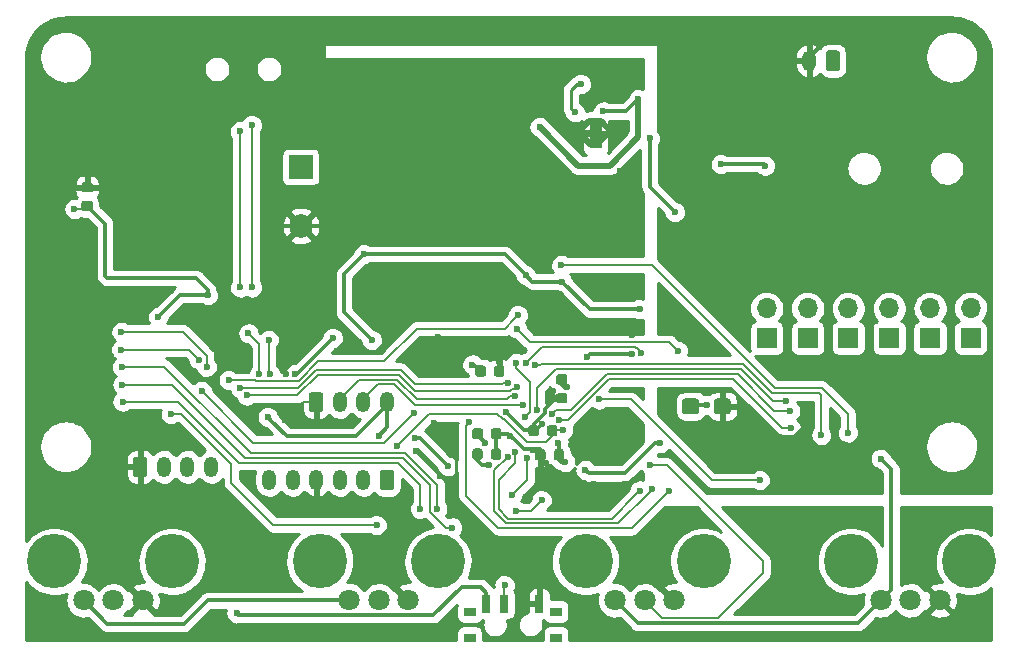
<source format=gbl>
G04 #@! TF.GenerationSoftware,KiCad,Pcbnew,5.99.0-unknown-a5c7d45~86~ubuntu18.04.1*
G04 #@! TF.CreationDate,2020-01-09T22:12:47+01:00*
G04 #@! TF.ProjectId,V1_0,56315f30-2e6b-4696-9361-645f70636258,rev?*
G04 #@! TF.SameCoordinates,Original*
G04 #@! TF.FileFunction,Copper,L2,Bot*
G04 #@! TF.FilePolarity,Positive*
%FSLAX46Y46*%
G04 Gerber Fmt 4.6, Leading zero omitted, Abs format (unit mm)*
G04 Created by KiCad (PCBNEW 5.99.0-unknown-a5c7d45~86~ubuntu18.04.1) date 2020-01-09 22:12:47*
%MOMM*%
%LPD*%
G04 APERTURE LIST*
%ADD10R,1.000000X0.800000*%
%ADD11R,0.700000X1.500000*%
%ADD12C,2.000000*%
%ADD13R,2.000000X2.000000*%
%ADD14C,4.600000*%
%ADD15C,1.800000*%
%ADD16R,1.000000X2.650000*%
%ADD17C,0.600000*%
%ADD18O,1.200000X1.750000*%
%ADD19O,1.700000X1.700000*%
%ADD20R,1.700000X1.700000*%
%ADD21C,0.300000*%
%ADD22C,0.200000*%
%ADD23C,0.250000*%
%ADD24C,0.500000*%
%ADD25C,0.254000*%
G04 APERTURE END LIST*
D10*
X144500000Y-130940000D03*
X137200000Y-130940000D03*
X137200000Y-133150000D03*
X144500000Y-133150000D03*
D11*
X138600000Y-130290000D03*
X140100000Y-130290000D03*
X143100000Y-130290000D03*
D12*
X122900000Y-98300000D03*
D13*
X122900000Y-93300000D03*
D14*
X169500000Y-126700000D03*
X179500000Y-126700000D03*
D15*
X172000000Y-130000000D03*
X174500000Y-130000000D03*
X177000000Y-130000000D03*
D14*
X124500000Y-126700000D03*
X134500000Y-126700000D03*
D15*
X127000000Y-130000000D03*
X129500000Y-130000000D03*
X132000000Y-130000000D03*
D14*
X147000000Y-126700000D03*
X157000000Y-126700000D03*
D15*
X149500000Y-130000000D03*
X152000000Y-130000000D03*
X154500000Y-130000000D03*
D14*
X102000000Y-126700000D03*
X112000000Y-126700000D03*
D15*
X104500000Y-130000000D03*
X107000000Y-130000000D03*
X109500000Y-130000000D03*
D16*
X147860000Y-90440000D03*
D17*
X147860000Y-91440000D03*
X147860000Y-89440000D03*
X147860000Y-90440000D03*
D18*
X120200000Y-119800000D03*
X122200000Y-119800000D03*
X124200000Y-119800000D03*
X126200000Y-119800000D03*
X128200000Y-119800000D03*
G04 #@! TA.AperFunction,ComponentPad*
G36*
X130645671Y-118944030D02*
G01*
X130726777Y-118998223D01*
X130780970Y-119079329D01*
X130800000Y-119174999D01*
X130800000Y-120425001D01*
X130780970Y-120520671D01*
X130726777Y-120601777D01*
X130645671Y-120655970D01*
X130550001Y-120675000D01*
X129849999Y-120675000D01*
X129754329Y-120655970D01*
X129673223Y-120601777D01*
X129619030Y-120520671D01*
X129600000Y-120425001D01*
X129600000Y-119174999D01*
X129619030Y-119079329D01*
X129673223Y-118998223D01*
X129754329Y-118944030D01*
X129849999Y-118925000D01*
X130550001Y-118925000D01*
X130645671Y-118944030D01*
G37*
G04 #@! TD.AperFunction*
X165930000Y-84310000D03*
G04 #@! TA.AperFunction,ComponentPad*
G36*
X168375671Y-83454030D02*
G01*
X168456777Y-83508223D01*
X168510970Y-83589329D01*
X168530000Y-83684999D01*
X168530000Y-84935001D01*
X168510970Y-85030671D01*
X168456777Y-85111777D01*
X168375671Y-85165970D01*
X168280001Y-85185000D01*
X167579999Y-85185000D01*
X167484329Y-85165970D01*
X167403223Y-85111777D01*
X167349030Y-85030671D01*
X167330000Y-84935001D01*
X167330000Y-83684999D01*
X167349030Y-83589329D01*
X167403223Y-83508223D01*
X167484329Y-83454030D01*
X167579999Y-83435000D01*
X168280001Y-83435000D01*
X168375671Y-83454030D01*
G37*
G04 #@! TD.AperFunction*
D19*
X172720000Y-105270000D03*
D20*
X172720000Y-107810000D03*
D19*
X165810000Y-105270000D03*
D20*
X165810000Y-107810000D03*
D19*
X179600000Y-105260000D03*
D20*
X179600000Y-107800000D03*
D19*
X169240000Y-105270000D03*
D20*
X169240000Y-107810000D03*
D19*
X162340000Y-105270000D03*
D20*
X162340000Y-107810000D03*
D19*
X176170000Y-105270000D03*
D20*
X176170000Y-107810000D03*
D18*
X130200000Y-113200000D03*
X128200000Y-113200000D03*
X126200000Y-113200000D03*
G04 #@! TA.AperFunction,ComponentPad*
G36*
X124645671Y-112344030D02*
G01*
X124726777Y-112398223D01*
X124780970Y-112479329D01*
X124800000Y-112574999D01*
X124800000Y-113825001D01*
X124780970Y-113920671D01*
X124726777Y-114001777D01*
X124645671Y-114055970D01*
X124550001Y-114075000D01*
X123849999Y-114075000D01*
X123754329Y-114055970D01*
X123673223Y-114001777D01*
X123619030Y-113920671D01*
X123600000Y-113825001D01*
X123600000Y-112574999D01*
X123619030Y-112479329D01*
X123673223Y-112398223D01*
X123754329Y-112344030D01*
X123849999Y-112325000D01*
X124550001Y-112325000D01*
X124645671Y-112344030D01*
G37*
G04 #@! TD.AperFunction*
X115300000Y-118700000D03*
X113300000Y-118700000D03*
X111300000Y-118700000D03*
G04 #@! TA.AperFunction,ComponentPad*
G36*
X109745671Y-117844030D02*
G01*
X109826777Y-117898223D01*
X109880970Y-117979329D01*
X109900000Y-118074999D01*
X109900000Y-119325001D01*
X109880970Y-119420671D01*
X109826777Y-119501777D01*
X109745671Y-119555970D01*
X109650001Y-119575000D01*
X108949999Y-119575000D01*
X108854329Y-119555970D01*
X108773223Y-119501777D01*
X108719030Y-119420671D01*
X108700000Y-119325001D01*
X108700000Y-118074999D01*
X108719030Y-117979329D01*
X108773223Y-117898223D01*
X108854329Y-117844030D01*
X108949999Y-117825000D01*
X109650001Y-117825000D01*
X109745671Y-117844030D01*
G37*
G04 #@! TD.AperFunction*
G04 #@! TA.AperFunction,SMDPad,CuDef*
G36*
X159135671Y-112914030D02*
G01*
X159216777Y-112968223D01*
X159270970Y-113049329D01*
X159290000Y-113144999D01*
X159290000Y-113995001D01*
X159270970Y-114090671D01*
X159216777Y-114171777D01*
X159135671Y-114225970D01*
X159040001Y-114245000D01*
X158139999Y-114245000D01*
X158044329Y-114225970D01*
X157963223Y-114171777D01*
X157909030Y-114090671D01*
X157890000Y-113995001D01*
X157890000Y-113144999D01*
X157909030Y-113049329D01*
X157963223Y-112968223D01*
X158044329Y-112914030D01*
X158139999Y-112895000D01*
X159040001Y-112895000D01*
X159135671Y-112914030D01*
G37*
G04 #@! TD.AperFunction*
G04 #@! TA.AperFunction,SMDPad,CuDef*
G36*
X156435671Y-112914030D02*
G01*
X156516777Y-112968223D01*
X156570970Y-113049329D01*
X156590000Y-113144999D01*
X156590000Y-113995001D01*
X156570970Y-114090671D01*
X156516777Y-114171777D01*
X156435671Y-114225970D01*
X156340001Y-114245000D01*
X155439999Y-114245000D01*
X155344329Y-114225970D01*
X155263223Y-114171777D01*
X155209030Y-114090671D01*
X155190000Y-113995001D01*
X155190000Y-113144999D01*
X155209030Y-113049329D01*
X155263223Y-112968223D01*
X155344329Y-112914030D01*
X155439999Y-112895000D01*
X156340001Y-112895000D01*
X156435671Y-112914030D01*
G37*
G04 #@! TD.AperFunction*
G04 #@! TA.AperFunction,SMDPad,CuDef*
G36*
X143484962Y-117211651D02*
G01*
X143555930Y-117259070D01*
X143603349Y-117330038D01*
X143620000Y-117413750D01*
X143620000Y-117926250D01*
X143603349Y-118009962D01*
X143555930Y-118080930D01*
X143484962Y-118128349D01*
X143401250Y-118145000D01*
X142963750Y-118145000D01*
X142880038Y-118128349D01*
X142809070Y-118080930D01*
X142761651Y-118009962D01*
X142745000Y-117926250D01*
X142745000Y-117413750D01*
X142761651Y-117330038D01*
X142809070Y-117259070D01*
X142880038Y-117211651D01*
X142963750Y-117195000D01*
X143401250Y-117195000D01*
X143484962Y-117211651D01*
G37*
G04 #@! TD.AperFunction*
G04 #@! TA.AperFunction,SMDPad,CuDef*
G36*
X145059962Y-117211651D02*
G01*
X145130930Y-117259070D01*
X145178349Y-117330038D01*
X145195000Y-117413750D01*
X145195000Y-117926250D01*
X145178349Y-118009962D01*
X145130930Y-118080930D01*
X145059962Y-118128349D01*
X144976250Y-118145000D01*
X144538750Y-118145000D01*
X144455038Y-118128349D01*
X144384070Y-118080930D01*
X144336651Y-118009962D01*
X144320000Y-117926250D01*
X144320000Y-117413750D01*
X144336651Y-117330038D01*
X144384070Y-117259070D01*
X144455038Y-117211651D01*
X144538750Y-117195000D01*
X144976250Y-117195000D01*
X145059962Y-117211651D01*
G37*
G04 #@! TD.AperFunction*
G04 #@! TA.AperFunction,SMDPad,CuDef*
G36*
X139729962Y-117151651D02*
G01*
X139800930Y-117199070D01*
X139848349Y-117270038D01*
X139865000Y-117353750D01*
X139865000Y-117866250D01*
X139848349Y-117949962D01*
X139800930Y-118020930D01*
X139729962Y-118068349D01*
X139646250Y-118085000D01*
X139208750Y-118085000D01*
X139125038Y-118068349D01*
X139054070Y-118020930D01*
X139006651Y-117949962D01*
X138990000Y-117866250D01*
X138990000Y-117353750D01*
X139006651Y-117270038D01*
X139054070Y-117199070D01*
X139125038Y-117151651D01*
X139208750Y-117135000D01*
X139646250Y-117135000D01*
X139729962Y-117151651D01*
G37*
G04 #@! TD.AperFunction*
G04 #@! TA.AperFunction,SMDPad,CuDef*
G36*
X138154962Y-117151651D02*
G01*
X138225930Y-117199070D01*
X138273349Y-117270038D01*
X138290000Y-117353750D01*
X138290000Y-117866250D01*
X138273349Y-117949962D01*
X138225930Y-118020930D01*
X138154962Y-118068349D01*
X138071250Y-118085000D01*
X137633750Y-118085000D01*
X137550038Y-118068349D01*
X137479070Y-118020930D01*
X137431651Y-117949962D01*
X137415000Y-117866250D01*
X137415000Y-117353750D01*
X137431651Y-117270038D01*
X137479070Y-117199070D01*
X137550038Y-117151651D01*
X137633750Y-117135000D01*
X138071250Y-117135000D01*
X138154962Y-117151651D01*
G37*
G04 #@! TD.AperFunction*
G04 #@! TA.AperFunction,SMDPad,CuDef*
G36*
X142904962Y-115151651D02*
G01*
X142975930Y-115199070D01*
X143023349Y-115270038D01*
X143040000Y-115353750D01*
X143040000Y-115866250D01*
X143023349Y-115949962D01*
X142975930Y-116020930D01*
X142904962Y-116068349D01*
X142821250Y-116085000D01*
X142383750Y-116085000D01*
X142300038Y-116068349D01*
X142229070Y-116020930D01*
X142181651Y-115949962D01*
X142165000Y-115866250D01*
X142165000Y-115353750D01*
X142181651Y-115270038D01*
X142229070Y-115199070D01*
X142300038Y-115151651D01*
X142383750Y-115135000D01*
X142821250Y-115135000D01*
X142904962Y-115151651D01*
G37*
G04 #@! TD.AperFunction*
G04 #@! TA.AperFunction,SMDPad,CuDef*
G36*
X144479962Y-115151651D02*
G01*
X144550930Y-115199070D01*
X144598349Y-115270038D01*
X144615000Y-115353750D01*
X144615000Y-115866250D01*
X144598349Y-115949962D01*
X144550930Y-116020930D01*
X144479962Y-116068349D01*
X144396250Y-116085000D01*
X143958750Y-116085000D01*
X143875038Y-116068349D01*
X143804070Y-116020930D01*
X143756651Y-115949962D01*
X143740000Y-115866250D01*
X143740000Y-115353750D01*
X143756651Y-115270038D01*
X143804070Y-115199070D01*
X143875038Y-115151651D01*
X143958750Y-115135000D01*
X144396250Y-115135000D01*
X144479962Y-115151651D01*
G37*
G04 #@! TD.AperFunction*
G04 #@! TA.AperFunction,SMDPad,CuDef*
G36*
X138162462Y-115411651D02*
G01*
X138233430Y-115459070D01*
X138280849Y-115530038D01*
X138297500Y-115613750D01*
X138297500Y-116126250D01*
X138280849Y-116209962D01*
X138233430Y-116280930D01*
X138162462Y-116328349D01*
X138078750Y-116345000D01*
X137641250Y-116345000D01*
X137557538Y-116328349D01*
X137486570Y-116280930D01*
X137439151Y-116209962D01*
X137422500Y-116126250D01*
X137422500Y-115613750D01*
X137439151Y-115530038D01*
X137486570Y-115459070D01*
X137557538Y-115411651D01*
X137641250Y-115395000D01*
X138078750Y-115395000D01*
X138162462Y-115411651D01*
G37*
G04 #@! TD.AperFunction*
G04 #@! TA.AperFunction,SMDPad,CuDef*
G36*
X139737462Y-115411651D02*
G01*
X139808430Y-115459070D01*
X139855849Y-115530038D01*
X139872500Y-115613750D01*
X139872500Y-116126250D01*
X139855849Y-116209962D01*
X139808430Y-116280930D01*
X139737462Y-116328349D01*
X139653750Y-116345000D01*
X139216250Y-116345000D01*
X139132538Y-116328349D01*
X139061570Y-116280930D01*
X139014151Y-116209962D01*
X138997500Y-116126250D01*
X138997500Y-115613750D01*
X139014151Y-115530038D01*
X139061570Y-115459070D01*
X139132538Y-115411651D01*
X139216250Y-115395000D01*
X139653750Y-115395000D01*
X139737462Y-115411651D01*
G37*
G04 #@! TD.AperFunction*
G04 #@! TA.AperFunction,SMDPad,CuDef*
G36*
X138414962Y-110121651D02*
G01*
X138485930Y-110169070D01*
X138533349Y-110240038D01*
X138550000Y-110323750D01*
X138550000Y-110836250D01*
X138533349Y-110919962D01*
X138485930Y-110990930D01*
X138414962Y-111038349D01*
X138331250Y-111055000D01*
X137893750Y-111055000D01*
X137810038Y-111038349D01*
X137739070Y-110990930D01*
X137691651Y-110919962D01*
X137675000Y-110836250D01*
X137675000Y-110323750D01*
X137691651Y-110240038D01*
X137739070Y-110169070D01*
X137810038Y-110121651D01*
X137893750Y-110105000D01*
X138331250Y-110105000D01*
X138414962Y-110121651D01*
G37*
G04 #@! TD.AperFunction*
G04 #@! TA.AperFunction,SMDPad,CuDef*
G36*
X139989962Y-110121651D02*
G01*
X140060930Y-110169070D01*
X140108349Y-110240038D01*
X140125000Y-110323750D01*
X140125000Y-110836250D01*
X140108349Y-110919962D01*
X140060930Y-110990930D01*
X139989962Y-111038349D01*
X139906250Y-111055000D01*
X139468750Y-111055000D01*
X139385038Y-111038349D01*
X139314070Y-110990930D01*
X139266651Y-110919962D01*
X139250000Y-110836250D01*
X139250000Y-110323750D01*
X139266651Y-110240038D01*
X139314070Y-110169070D01*
X139385038Y-110121651D01*
X139468750Y-110105000D01*
X139906250Y-110105000D01*
X139989962Y-110121651D01*
G37*
G04 #@! TD.AperFunction*
G04 #@! TA.AperFunction,SMDPad,CuDef*
G36*
X145329962Y-112446651D02*
G01*
X145400930Y-112494070D01*
X145448349Y-112565038D01*
X145465000Y-112648750D01*
X145465000Y-113086250D01*
X145448349Y-113169962D01*
X145400930Y-113240930D01*
X145329962Y-113288349D01*
X145246250Y-113305000D01*
X144733750Y-113305000D01*
X144650038Y-113288349D01*
X144579070Y-113240930D01*
X144531651Y-113169962D01*
X144515000Y-113086250D01*
X144515000Y-112648750D01*
X144531651Y-112565038D01*
X144579070Y-112494070D01*
X144650038Y-112446651D01*
X144733750Y-112430000D01*
X145246250Y-112430000D01*
X145329962Y-112446651D01*
G37*
G04 #@! TD.AperFunction*
G04 #@! TA.AperFunction,SMDPad,CuDef*
G36*
X145329962Y-110871651D02*
G01*
X145400930Y-110919070D01*
X145448349Y-110990038D01*
X145465000Y-111073750D01*
X145465000Y-111511250D01*
X145448349Y-111594962D01*
X145400930Y-111665930D01*
X145329962Y-111713349D01*
X145246250Y-111730000D01*
X144733750Y-111730000D01*
X144650038Y-111713349D01*
X144579070Y-111665930D01*
X144531651Y-111594962D01*
X144515000Y-111511250D01*
X144515000Y-111073750D01*
X144531651Y-110990038D01*
X144579070Y-110919070D01*
X144650038Y-110871651D01*
X144733750Y-110855000D01*
X145246250Y-110855000D01*
X145329962Y-110871651D01*
G37*
G04 #@! TD.AperFunction*
G04 #@! TA.AperFunction,SMDPad,CuDef*
G36*
X105139962Y-94601651D02*
G01*
X105210930Y-94649070D01*
X105258349Y-94720038D01*
X105275000Y-94803750D01*
X105275000Y-95241250D01*
X105258349Y-95324962D01*
X105210930Y-95395930D01*
X105139962Y-95443349D01*
X105056250Y-95460000D01*
X104543750Y-95460000D01*
X104460038Y-95443349D01*
X104389070Y-95395930D01*
X104341651Y-95324962D01*
X104325000Y-95241250D01*
X104325000Y-94803750D01*
X104341651Y-94720038D01*
X104389070Y-94649070D01*
X104460038Y-94601651D01*
X104543750Y-94585000D01*
X105056250Y-94585000D01*
X105139962Y-94601651D01*
G37*
G04 #@! TD.AperFunction*
G04 #@! TA.AperFunction,SMDPad,CuDef*
G36*
X105139962Y-96176651D02*
G01*
X105210930Y-96224070D01*
X105258349Y-96295038D01*
X105275000Y-96378750D01*
X105275000Y-96816250D01*
X105258349Y-96899962D01*
X105210930Y-96970930D01*
X105139962Y-97018349D01*
X105056250Y-97035000D01*
X104543750Y-97035000D01*
X104460038Y-97018349D01*
X104389070Y-96970930D01*
X104341651Y-96899962D01*
X104325000Y-96816250D01*
X104325000Y-96378750D01*
X104341651Y-96295038D01*
X104389070Y-96224070D01*
X104460038Y-96176651D01*
X104543750Y-96160000D01*
X105056250Y-96160000D01*
X105139962Y-96176651D01*
G37*
G04 #@! TD.AperFunction*
D17*
X117460000Y-131100000D03*
X149050000Y-132520000D03*
X146360000Y-129910000D03*
X142330000Y-128140000D03*
X140140000Y-128700000D03*
X147130000Y-109369990D03*
X150923500Y-109136500D03*
X151717405Y-109037837D03*
X150940000Y-107536477D03*
X146990000Y-118950000D03*
X142560000Y-117250000D03*
X143280000Y-115100000D03*
X147710000Y-120130000D03*
X148207923Y-118346412D03*
X140780000Y-121090000D03*
X146050000Y-120200000D03*
X150670000Y-125240000D03*
X153450000Y-125280000D03*
X161755811Y-119829990D03*
X153300000Y-116700000D03*
X127550000Y-82150000D03*
X129350000Y-82150000D03*
X130850000Y-82150000D03*
X132850000Y-82150000D03*
X134450000Y-82150000D03*
X136050000Y-82150000D03*
X137550000Y-82150000D03*
X138950000Y-82150000D03*
X140450000Y-82150000D03*
X141800000Y-82200000D03*
X155500000Y-91800000D03*
X155500000Y-90300000D03*
X155500000Y-89100000D03*
X155500000Y-87800000D03*
X155500000Y-86300000D03*
X155490000Y-84910000D03*
X160500000Y-81400000D03*
X160500000Y-82500000D03*
X160500000Y-83600000D03*
X160500000Y-84800000D03*
X159000000Y-84800000D03*
X157300000Y-84800000D03*
X149952970Y-96047030D03*
X150645000Y-97255000D03*
X153365000Y-98235000D03*
X154365000Y-99235000D03*
X155165000Y-100035000D03*
X159800000Y-107400000D03*
X159800000Y-105900000D03*
X159800000Y-104500000D03*
X158700000Y-103500000D03*
X157800000Y-102700000D03*
X156900000Y-101800000D03*
X133120000Y-110390000D03*
X132650000Y-117350000D03*
X134640000Y-119450000D03*
X136020000Y-119740000D03*
X135700000Y-123830000D03*
X140295369Y-114077675D03*
X137170000Y-114920000D03*
X121610000Y-110810021D03*
X119380000Y-110810021D03*
X120280000Y-110810021D03*
X122434289Y-110810021D03*
X138070000Y-125260000D03*
X133000000Y-122240000D03*
X129320000Y-123620000D03*
X134460000Y-122230000D03*
X120170000Y-107930000D03*
X118450000Y-107400000D03*
X154830000Y-108870000D03*
X151709990Y-112220000D03*
X141940000Y-109880000D03*
X142713000Y-110086133D03*
X141140120Y-109894543D03*
X118310000Y-112650000D03*
X116800000Y-111360000D03*
X142050000Y-117950000D03*
X142900010Y-113840000D03*
X144199502Y-114177979D03*
X144776664Y-114731968D03*
X141880000Y-114500000D03*
X141047836Y-117395634D03*
X140394500Y-117857339D03*
X140625728Y-116054272D03*
X140410794Y-111616645D03*
X141212978Y-111891117D03*
X141040000Y-112710000D03*
X141668766Y-113477665D03*
X144940000Y-101600000D03*
X145000000Y-103000000D03*
X171000000Y-120000000D03*
X129000000Y-125000000D03*
X106000000Y-124000000D03*
X172000000Y-118000000D03*
X149952970Y-93667030D03*
X171620000Y-85170000D03*
X173150000Y-97060000D03*
X174680000Y-88990000D03*
X165180000Y-91540000D03*
X158510000Y-112180000D03*
X165030000Y-96860000D03*
X155970000Y-100840000D03*
X151500000Y-98110000D03*
X162210000Y-93190000D03*
X158470000Y-93050000D03*
X154580000Y-97120000D03*
X146630000Y-86280000D03*
X146090000Y-88680000D03*
X148490000Y-88600000D03*
X151470000Y-87580000D03*
X135561145Y-91491401D03*
X143110000Y-89910000D03*
X165400000Y-115010000D03*
X164350000Y-113924990D03*
X163440000Y-116180000D03*
X151570000Y-105360000D03*
X157250000Y-113460000D03*
X136130000Y-97610000D03*
X150350000Y-115300000D03*
X146750000Y-106370000D03*
X144710000Y-116670000D03*
X134780000Y-105830000D03*
X138440000Y-105800000D03*
X129510000Y-116040001D03*
X131060000Y-116920010D03*
X132570000Y-116270000D03*
X135350000Y-118650000D03*
X143690000Y-118390000D03*
X138800000Y-118500000D03*
X145290000Y-118290000D03*
X145447476Y-111898191D03*
X144232099Y-112252101D03*
X141940000Y-102450000D03*
X139640000Y-109720000D03*
X137409695Y-110027378D03*
X138530000Y-116690000D03*
X125610000Y-107790000D03*
X110240000Y-88450000D03*
X115830000Y-96650000D03*
X120370000Y-97430000D03*
X128460000Y-98560000D03*
X121570000Y-114690000D03*
X120110000Y-114490000D03*
X117200000Y-124460000D03*
X123090000Y-122780000D03*
X120230000Y-103040000D03*
X117750000Y-112000000D03*
X117750000Y-103500000D03*
X117750000Y-90250000D03*
X118750000Y-103500000D03*
X118750000Y-89750000D03*
X166960000Y-116010000D03*
X169220000Y-115790000D03*
X164360000Y-115410000D03*
X163939272Y-113110728D03*
X145110000Y-115580000D03*
X148129252Y-112984245D03*
X132440000Y-114130000D03*
X155390000Y-105850000D03*
X153460000Y-106310000D03*
X147660000Y-103260000D03*
X134190000Y-114980000D03*
X134480000Y-107710000D03*
X140660000Y-86240000D03*
X142510000Y-95910000D03*
X162210000Y-81350000D03*
X138440000Y-95840000D03*
X140550000Y-95860000D03*
X144700000Y-95930000D03*
X147390000Y-95970000D03*
X140550000Y-91490000D03*
X122490000Y-108280000D03*
X129920000Y-106720000D03*
X129920000Y-102540000D03*
X128260000Y-100670000D03*
X127160000Y-108450000D03*
X128910000Y-107960000D03*
X133140000Y-104340000D03*
X141170000Y-106990000D03*
X141280000Y-105860000D03*
X144940000Y-104600000D03*
X136900000Y-99290000D03*
X143000000Y-126000000D03*
X163000000Y-130000000D03*
X165000000Y-130000000D03*
X165000000Y-127000000D03*
X163000000Y-127000000D03*
X165000000Y-125000002D03*
X169000000Y-120000000D03*
X172000000Y-120000000D03*
X174000000Y-120000000D03*
X175000000Y-120000000D03*
X151480000Y-90400000D03*
X152430000Y-90860000D03*
X151580000Y-120700000D03*
X152490000Y-118550000D03*
X170000000Y-120000000D03*
X169000000Y-119000000D03*
X168000000Y-119000000D03*
X167000000Y-119000000D03*
X166000000Y-119000000D03*
X150300000Y-120170000D03*
X152635000Y-120575000D03*
X154080000Y-120709946D03*
X143280000Y-121509968D03*
X141120000Y-122390000D03*
X141260000Y-104610000D03*
X125520000Y-85810000D03*
X164560000Y-110330000D03*
X167510000Y-110430000D03*
X171400000Y-110400000D03*
X158710000Y-115060000D03*
X107800000Y-113170000D03*
X107790000Y-111730000D03*
X107760000Y-110210000D03*
X114490000Y-112250000D03*
X111910000Y-114230000D03*
X114280000Y-109610000D03*
X107690000Y-107250000D03*
X114930000Y-110230000D03*
X107680000Y-108760000D03*
X103770000Y-95090000D03*
X103720000Y-96870000D03*
X115050000Y-104160000D03*
X105170000Y-91580000D03*
X101490000Y-105200000D03*
X102110000Y-88860000D03*
X110810000Y-106010000D03*
D21*
X138600000Y-129350000D02*
X138110000Y-128860000D01*
X117610001Y-131250001D02*
X117460000Y-131100000D01*
X138600000Y-130290000D02*
X138600000Y-129350000D01*
X134119999Y-131250001D02*
X117610001Y-131250001D01*
X138110000Y-128860000D02*
X136510000Y-128860000D01*
X136510000Y-128860000D02*
X134119999Y-131250001D01*
X148970000Y-132520000D02*
X149050000Y-132520000D01*
X146360000Y-129910000D02*
X148970000Y-132520000D01*
D22*
X143100000Y-130290000D02*
X143100000Y-128910000D01*
X138070000Y-125260000D02*
X139450000Y-125260000D01*
D23*
X143000000Y-127470000D02*
X142330000Y-128140000D01*
X143000000Y-126000000D02*
X143000000Y-127470000D01*
D22*
X142030001Y-127840001D02*
X142330000Y-128140000D01*
X139450000Y-125260000D02*
X142030001Y-127840001D01*
X143100000Y-128910000D02*
X142330000Y-128140000D01*
X140100000Y-128740000D02*
X140140000Y-128700000D01*
X140100000Y-130290000D02*
X140100000Y-128740000D01*
D21*
X147369990Y-109130000D02*
X150917000Y-109130000D01*
X147130000Y-109369990D02*
X147369990Y-109130000D01*
X150917000Y-109130000D02*
X150923500Y-109136500D01*
D22*
X143283502Y-108536498D02*
X151216066Y-108536498D01*
X141940000Y-109880000D02*
X143283502Y-108536498D01*
X151216066Y-108536498D02*
X151417406Y-108737838D01*
X151417406Y-108737838D02*
X151717405Y-109037837D01*
X154096487Y-108136487D02*
X142316487Y-108136487D01*
X154830000Y-108870000D02*
X154096487Y-108136487D01*
X142316487Y-108136487D02*
X141469999Y-107289999D01*
X141469999Y-107289999D02*
X141170000Y-106990000D01*
D21*
X146750000Y-106370000D02*
X149773523Y-106370000D01*
X149773523Y-106370000D02*
X150640001Y-107236478D01*
X150640001Y-107236478D02*
X150940000Y-107536477D01*
X150325737Y-119249999D02*
X147289999Y-119249999D01*
X147289999Y-119249999D02*
X146990000Y-118950000D01*
X152875736Y-116700000D02*
X150325737Y-119249999D01*
X153300000Y-116700000D02*
X152875736Y-116700000D01*
X142770000Y-115610000D02*
X143280000Y-115100000D01*
X142602500Y-115610000D02*
X142770000Y-115610000D01*
X150350000Y-116204335D02*
X148207923Y-118346412D01*
X150350000Y-115300000D02*
X150350000Y-116204335D01*
D22*
X142050000Y-119820000D02*
X140780000Y-121090000D01*
X142050000Y-117950000D02*
X142050000Y-119820000D01*
X150710000Y-125280000D02*
X150670000Y-125240000D01*
X153450000Y-125280000D02*
X150710000Y-125280000D01*
D23*
X136020000Y-118000000D02*
X135460000Y-117440000D01*
X135460000Y-117440000D02*
X135460000Y-116250000D01*
X136020000Y-119740000D02*
X136020000Y-118000000D01*
X135460000Y-116250000D02*
X134190000Y-114980000D01*
D22*
X162020000Y-127680000D02*
X158230000Y-131470000D01*
X162020000Y-126660000D02*
X162020000Y-127680000D01*
X158230000Y-131470000D02*
X153470000Y-131470000D01*
X153470000Y-131470000D02*
X152899999Y-130899999D01*
X152899999Y-130899999D02*
X152000000Y-130000000D01*
X162020000Y-126660000D02*
X162020000Y-126830000D01*
X150829945Y-112984245D02*
X157675690Y-119829990D01*
X157675690Y-119829990D02*
X161331547Y-119829990D01*
X161331547Y-119829990D02*
X161755811Y-119829990D01*
X148129252Y-112984245D02*
X150829945Y-112984245D01*
X155500000Y-89100000D02*
X155500000Y-90300000D01*
X155500000Y-86300000D02*
X155500000Y-87800000D01*
X160500000Y-82500000D02*
X160500000Y-81400000D01*
X160500000Y-84800000D02*
X160500000Y-83600000D01*
X157300000Y-84800000D02*
X159000000Y-84800000D01*
D21*
X149952970Y-96047030D02*
X149952970Y-93667030D01*
X150645000Y-97255000D02*
X149952970Y-96562970D01*
D22*
X159800000Y-105900000D02*
X159800000Y-107400000D01*
X158800000Y-103500000D02*
X159800000Y-104500000D01*
X158700000Y-103500000D02*
X158800000Y-103500000D01*
X156900000Y-101800000D02*
X157800000Y-102700000D01*
X132650000Y-117460000D02*
X132650000Y-117350000D01*
X134640000Y-119450000D02*
X132650000Y-117460000D01*
X131540023Y-117920023D02*
X133859998Y-120239998D01*
X135171996Y-123830000D02*
X135275736Y-123830000D01*
X119200023Y-117920023D02*
X131540023Y-117920023D01*
X135275736Y-123830000D02*
X135700000Y-123830000D01*
X133859998Y-122518002D02*
X135171996Y-123830000D01*
X133859998Y-120239998D02*
X133859998Y-122518002D01*
X139903175Y-111700000D02*
X139986530Y-111616645D01*
X131380000Y-110500000D02*
X132580000Y-111700000D01*
X124198014Y-110500000D02*
X131380000Y-110500000D01*
X122698014Y-112000000D02*
X124198014Y-110500000D01*
X117750000Y-112000000D02*
X122698014Y-112000000D01*
X132580000Y-111700000D02*
X139903175Y-111700000D01*
X139986530Y-111616645D02*
X140410794Y-111616645D01*
X131224278Y-110909978D02*
X124353736Y-110909978D01*
X140601996Y-112270000D02*
X132584300Y-112270000D01*
X132584300Y-112270000D02*
X131224278Y-110909978D01*
X140791998Y-112079998D02*
X140601996Y-112270000D01*
X141212978Y-111891117D02*
X141024097Y-112079998D01*
X141024097Y-112079998D02*
X140791998Y-112079998D01*
X122613714Y-112650000D02*
X118734264Y-112650000D01*
X124353736Y-110909978D02*
X122613714Y-112650000D01*
X118734264Y-112650000D02*
X118310000Y-112650000D01*
X128200000Y-112925000D02*
X129415000Y-111710000D01*
X128200000Y-113200000D02*
X128200000Y-112925000D01*
X129415000Y-111710000D02*
X130800000Y-111710000D01*
X130800000Y-111710000D02*
X132567665Y-113477665D01*
X132567665Y-113477665D02*
X141668766Y-113477665D01*
X131058589Y-111309989D02*
X132718600Y-112970000D01*
X140355736Y-112970000D02*
X140615736Y-112710000D01*
X132718600Y-112970000D02*
X140355736Y-112970000D01*
X127815011Y-111309989D02*
X131058589Y-111309989D01*
X126200000Y-113200000D02*
X126200000Y-112925000D01*
X126200000Y-112925000D02*
X127815011Y-111309989D01*
X140615736Y-112710000D02*
X141040000Y-112710000D01*
X133770010Y-114210000D02*
X131359999Y-116620011D01*
X140097551Y-114677551D02*
X140007367Y-114677551D01*
X140007367Y-114677551D02*
X139539816Y-114210000D01*
X139539816Y-114210000D02*
X133770010Y-114210000D01*
X143632500Y-116630000D02*
X142050000Y-116630000D01*
X142050000Y-116630000D02*
X140097551Y-114677551D01*
X144177500Y-116085000D02*
X143632500Y-116630000D01*
D21*
X142602500Y-115610000D02*
X141827694Y-115610000D01*
X140595368Y-114377674D02*
X140295369Y-114077675D01*
X141827694Y-115610000D02*
X140595368Y-114377674D01*
D22*
X144177500Y-115610000D02*
X144177500Y-116085000D01*
X131359999Y-116620011D02*
X131060000Y-116920010D01*
X119380000Y-108330000D02*
X119380000Y-110810021D01*
X118450000Y-107400000D02*
X119380000Y-108330000D01*
D21*
X122589979Y-110810021D02*
X122434289Y-110810021D01*
X125610000Y-107790000D02*
X122589979Y-110810021D01*
D22*
X120170000Y-107930000D02*
X120170000Y-110700021D01*
X120170000Y-110700021D02*
X120280000Y-110810021D01*
X131101456Y-118330000D02*
X133000000Y-120228544D01*
X133000000Y-120228544D02*
X133000000Y-121815736D01*
X118650000Y-118330000D02*
X131101456Y-118330000D01*
X133000000Y-121815736D02*
X133000000Y-122240000D01*
X122280000Y-123620000D02*
X128895736Y-123620000D01*
X128895736Y-123620000D02*
X129320000Y-123620000D01*
X134460000Y-121805736D02*
X134460000Y-122230000D01*
X134460000Y-120235736D02*
X134460000Y-121805736D01*
X131744276Y-117520012D02*
X134460000Y-120235736D01*
X119680012Y-117520012D02*
X131744276Y-117520012D01*
X132440000Y-114130000D02*
X129929989Y-116640011D01*
D21*
X130200000Y-113475000D02*
X127565000Y-116110000D01*
X130200000Y-113200000D02*
X130200000Y-113475000D01*
X127565000Y-116110000D02*
X121730000Y-116110000D01*
X121730000Y-116110000D02*
X120409999Y-114789999D01*
X120409999Y-114789999D02*
X120110000Y-114490000D01*
D22*
X169220000Y-114190000D02*
X167050000Y-112020000D01*
X169220000Y-115790000D02*
X169220000Y-114190000D01*
X167050000Y-112020000D02*
X163020000Y-112020000D01*
X163020000Y-112020000D02*
X152600000Y-101600000D01*
X152600000Y-101600000D02*
X145364264Y-101600000D01*
X145364264Y-101600000D02*
X144940000Y-101600000D01*
X163670000Y-115410000D02*
X159510000Y-111250000D01*
X159510000Y-111250000D02*
X148975495Y-111250000D01*
X164360000Y-115410000D02*
X163670000Y-115410000D01*
X148975495Y-111250000D02*
X145493527Y-114731968D01*
X145493527Y-114731968D02*
X145200928Y-114731968D01*
X145200928Y-114731968D02*
X144776664Y-114731968D01*
X162964990Y-113924990D02*
X159870000Y-110830000D01*
X148829795Y-110830000D02*
X145781815Y-113877980D01*
X164350000Y-113924990D02*
X162964990Y-113924990D01*
X145781815Y-113877980D02*
X144499501Y-113877980D01*
X159870000Y-110830000D02*
X148829795Y-110830000D01*
X144499501Y-113877980D02*
X144199502Y-114177979D01*
X141140120Y-110318807D02*
X141140120Y-109894543D01*
X142300000Y-114080000D02*
X142300000Y-111478687D01*
X142300000Y-111478687D02*
X141140120Y-110318807D01*
X141880000Y-114500000D02*
X142300000Y-114080000D01*
D21*
X140925727Y-116354271D02*
X140625728Y-116054272D01*
X143182500Y-117195000D02*
X143177499Y-117189999D01*
X143182500Y-117670000D02*
X143182500Y-117195000D01*
X141761455Y-117189999D02*
X140925727Y-116354271D01*
X143177499Y-117189999D02*
X141761455Y-117189999D01*
X142602500Y-115610000D02*
X142602500Y-115099512D01*
X143550011Y-113832489D02*
X144515000Y-112867500D01*
X142602500Y-115099512D02*
X143550011Y-114152001D01*
X143550011Y-114152001D02*
X143550011Y-113832489D01*
X144515000Y-112867500D02*
X144990000Y-112867500D01*
X139435000Y-115870000D02*
X140441456Y-115870000D01*
X140441456Y-115870000D02*
X140625728Y-116054272D01*
X147360000Y-105360000D02*
X145000000Y-103000000D01*
X151570000Y-105360000D02*
X147360000Y-105360000D01*
X141940000Y-102450000D02*
X142490000Y-103000000D01*
X142490000Y-103000000D02*
X145000000Y-103000000D01*
X129000000Y-125000000D02*
X129000000Y-127000000D01*
X129000000Y-127000000D02*
X132000000Y-130000000D01*
X113000000Y-132000000D02*
X106500000Y-132000000D01*
X106500000Y-132000000D02*
X104500000Y-130000000D01*
X115000000Y-130000000D02*
X113000000Y-132000000D01*
X127000000Y-130000000D02*
X115000000Y-130000000D01*
X149952970Y-96562970D02*
X149952970Y-96047030D01*
X151500000Y-98110000D02*
X150645000Y-97255000D01*
X171620000Y-82460000D02*
X170900000Y-81740000D01*
X171620000Y-85170000D02*
X171620000Y-82460000D01*
X170900000Y-81740000D02*
X168225000Y-81740000D01*
X168225000Y-81740000D02*
X165930000Y-84035000D01*
X165930000Y-84035000D02*
X165930000Y-84310000D01*
X174680000Y-95530000D02*
X173150000Y-97060000D01*
X174680000Y-88990000D02*
X174680000Y-95530000D01*
X165180000Y-91540000D02*
X165930000Y-90790000D01*
X165930000Y-90790000D02*
X165930000Y-84310000D01*
X158590000Y-112260000D02*
X158510000Y-112180000D01*
X158590000Y-113570000D02*
X158590000Y-112260000D01*
D23*
X145770000Y-88360000D02*
X145770000Y-86760000D01*
X146250000Y-86280000D02*
X146630000Y-86280000D01*
X146090000Y-88680000D02*
X145770000Y-88360000D01*
X145770000Y-86760000D02*
X146250000Y-86280000D01*
D24*
X146390000Y-93190000D02*
X149060000Y-93190000D01*
X143110000Y-89910000D02*
X146390000Y-93190000D01*
X149060000Y-93190000D02*
X151470000Y-90780000D01*
X151470000Y-90780000D02*
X151470000Y-90400000D01*
D21*
X159950000Y-96860000D02*
X165030000Y-96860000D01*
X155970000Y-100840000D02*
X159950000Y-96860000D01*
D24*
X151470000Y-88004264D02*
X151470000Y-87580000D01*
X151470000Y-90400000D02*
X151470000Y-88004264D01*
D21*
X162070000Y-93050000D02*
X162210000Y-93190000D01*
X158470000Y-93050000D02*
X162070000Y-93050000D01*
X148490000Y-88600000D02*
X150450000Y-88600000D01*
X150450000Y-88600000D02*
X151470000Y-87580000D01*
X136130000Y-97610000D02*
X135561145Y-97041145D01*
X135561145Y-91915665D02*
X135561145Y-91491401D01*
X135561145Y-97041145D02*
X135561145Y-91915665D01*
X165400000Y-115010000D02*
X165400000Y-115434264D01*
X165400000Y-115434264D02*
X164654264Y-116180000D01*
X164654264Y-116180000D02*
X163864264Y-116180000D01*
X163864264Y-116180000D02*
X163440000Y-116180000D01*
X160830000Y-113570000D02*
X163440000Y-116180000D01*
X158590000Y-113570000D02*
X160830000Y-113570000D01*
X157250000Y-113460000D02*
X156000000Y-113460000D01*
X156000000Y-113460000D02*
X155890000Y-113570000D01*
X144757500Y-116717500D02*
X144710000Y-116670000D01*
X144757500Y-117670000D02*
X144757500Y-116717500D01*
X134810000Y-105800000D02*
X134780000Y-105830000D01*
X138440000Y-105800000D02*
X134810000Y-105800000D01*
X130200000Y-115350001D02*
X129510000Y-116040001D01*
X130200000Y-113200000D02*
X130200000Y-115350001D01*
X132970000Y-116270000D02*
X132570000Y-116270000D01*
X135350000Y-118650000D02*
X132970000Y-116270000D01*
X143182500Y-117670000D02*
X143182500Y-118145000D01*
X143182500Y-118145000D02*
X143427500Y-118390000D01*
X143427500Y-118390000D02*
X143690000Y-118390000D01*
X137852500Y-117610000D02*
X137852500Y-118085000D01*
X137852500Y-118085000D02*
X138267500Y-118500000D01*
X138267500Y-118500000D02*
X138800000Y-118500000D01*
X144757500Y-117670000D02*
X144757500Y-118145000D01*
X144757500Y-118145000D02*
X144902500Y-118290000D01*
X144902500Y-118290000D02*
X145290000Y-118290000D01*
X144232099Y-112584599D02*
X144232099Y-112252101D01*
X144990000Y-111730000D02*
X145158191Y-111898191D01*
X145158191Y-111898191D02*
X145447476Y-111898191D01*
X144990000Y-111292500D02*
X144990000Y-111730000D01*
X144515000Y-112867500D02*
X144232099Y-112584599D01*
X139687500Y-109767500D02*
X139640000Y-109720000D01*
X139687500Y-110580000D02*
X139687500Y-109767500D01*
X137409695Y-110027378D02*
X137559878Y-110027378D01*
X137559878Y-110027378D02*
X138112500Y-110580000D01*
X137860000Y-116020000D02*
X138530000Y-116690000D01*
X137860000Y-115870000D02*
X137860000Y-116020000D01*
X139427500Y-117610000D02*
X139427500Y-115877500D01*
X139427500Y-115877500D02*
X139435000Y-115870000D01*
X110240000Y-91060000D02*
X110240000Y-88450000D01*
X115830000Y-96650000D02*
X110240000Y-91060000D01*
X121240000Y-98300000D02*
X120370000Y-97430000D01*
X122900000Y-98300000D02*
X121240000Y-98300000D01*
X128200000Y-98300000D02*
X128460000Y-98560000D01*
X122900000Y-98300000D02*
X128200000Y-98300000D01*
D22*
X124170000Y-113170000D02*
X123090000Y-113170000D01*
X124200000Y-113200000D02*
X124170000Y-113170000D01*
X123090000Y-113170000D02*
X121570000Y-114690000D01*
X124200000Y-121670000D02*
X123090000Y-122780000D01*
X124200000Y-119800000D02*
X124200000Y-121670000D01*
X117750000Y-90250000D02*
X117750000Y-103500000D01*
X118750000Y-89750000D02*
X118750000Y-103500000D01*
X145080000Y-115610000D02*
X145110000Y-115580000D01*
X144177500Y-115610000D02*
X145080000Y-115610000D01*
D21*
X115300000Y-118425000D02*
X115300000Y-118700000D01*
D22*
X111300000Y-118700000D02*
X111300000Y-118425000D01*
X126200000Y-119800000D02*
X126200000Y-120075000D01*
X113300000Y-118700000D02*
X113300000Y-118425000D01*
X128200000Y-119800000D02*
X128200000Y-119525000D01*
D23*
X155390000Y-105850000D02*
X153920000Y-105850000D01*
X153920000Y-105850000D02*
X153460000Y-106310000D01*
X155390000Y-105850000D02*
X154720000Y-105850000D01*
D24*
X145930000Y-90440000D02*
X141730000Y-86240000D01*
X141730000Y-86240000D02*
X140660000Y-86240000D01*
X147260000Y-89440000D02*
X146260000Y-90440000D01*
X147860000Y-89440000D02*
X147260000Y-89440000D01*
X147860000Y-90440000D02*
X146260000Y-90440000D01*
X146260000Y-90440000D02*
X145930000Y-90440000D01*
X146435736Y-90440000D02*
X146260000Y-90440000D01*
X147435736Y-91440000D02*
X146435736Y-90440000D01*
X147860000Y-91440000D02*
X147435736Y-91440000D01*
X148284264Y-89440000D02*
X149234264Y-90390000D01*
X147860000Y-89440000D02*
X148284264Y-89440000D01*
X148910000Y-90390000D02*
X147860000Y-91440000D01*
X149234264Y-90390000D02*
X148910000Y-90390000D01*
D21*
X136130000Y-97610000D02*
X136670000Y-97610000D01*
X136670000Y-97610000D02*
X138440000Y-95840000D01*
D22*
X144680000Y-95910000D02*
X144700000Y-95930000D01*
X142510000Y-95910000D02*
X144680000Y-95910000D01*
X150645000Y-97255000D02*
X148675000Y-97255000D01*
X148675000Y-97255000D02*
X147390000Y-95970000D01*
X140550000Y-86350000D02*
X140660000Y-86240000D01*
X140550000Y-91490000D02*
X140550000Y-86350000D01*
X122490000Y-105300000D02*
X122490000Y-107855736D01*
X121610000Y-109160000D02*
X122490000Y-108280000D01*
X122490000Y-107855736D02*
X122490000Y-108280000D01*
X121610000Y-110810021D02*
X121610000Y-109160000D01*
X120230000Y-103040000D02*
X122490000Y-105300000D01*
D21*
X130810000Y-105830000D02*
X129920000Y-106720000D01*
X134780000Y-105830000D02*
X130810000Y-105830000D01*
X141940000Y-102450000D02*
X140160000Y-100670000D01*
X140160000Y-100670000D02*
X128684264Y-100670000D01*
X128684264Y-100670000D02*
X128260000Y-100670000D01*
D22*
X116800000Y-111360000D02*
X119041975Y-111360000D01*
X119041975Y-111360000D02*
X119091998Y-111410023D01*
X119091998Y-111410023D02*
X122702291Y-111410023D01*
X140140000Y-107000000D02*
X140980001Y-106159999D01*
X140980001Y-106159999D02*
X141280000Y-105860000D01*
X132720000Y-107000000D02*
X140140000Y-107000000D01*
X129970000Y-109750000D02*
X132720000Y-107000000D01*
X124362314Y-109750000D02*
X129970000Y-109750000D01*
X122702291Y-111410023D02*
X124362314Y-109750000D01*
D21*
X139640000Y-104600000D02*
X144515736Y-104600000D01*
X138440000Y-105800000D02*
X139640000Y-104600000D01*
X144515736Y-104600000D02*
X144940000Y-104600000D01*
X126560000Y-105610000D02*
X128910000Y-107960000D01*
X128260000Y-100670000D02*
X126560000Y-102370000D01*
X126560000Y-102370000D02*
X126560000Y-105610000D01*
X151420008Y-131920008D02*
X150399999Y-130899999D01*
X150399999Y-130899999D02*
X149500000Y-130000000D01*
X170079992Y-131920008D02*
X151420008Y-131920008D01*
X172000000Y-130000000D02*
X170079992Y-131920008D01*
X163000000Y-129670000D02*
X163000000Y-130000000D01*
D23*
X163000000Y-130000000D02*
X165000000Y-130000000D01*
X165000000Y-127000000D02*
X165000000Y-125000002D01*
D21*
X172899999Y-118899999D02*
X172899999Y-129100001D01*
X172000000Y-118000000D02*
X172899999Y-118899999D01*
X172899999Y-129100001D02*
X172000000Y-130000000D01*
X151470000Y-90400000D02*
X151480000Y-90400000D01*
X152430000Y-94970000D02*
X152430000Y-90860000D01*
X154580000Y-97120000D02*
X152430000Y-94970000D01*
D23*
X154789264Y-99235000D02*
X156960000Y-97064264D01*
X154365000Y-99235000D02*
X154789264Y-99235000D01*
X156960000Y-97064264D02*
X156960000Y-95980000D01*
X155500000Y-94520000D02*
X155500000Y-91800000D01*
X156960000Y-95980000D02*
X155500000Y-94520000D01*
D21*
X171000000Y-120000000D02*
X170000000Y-120000000D01*
X169000000Y-120000000D02*
X170000000Y-120000000D01*
X169000000Y-120000000D02*
X169000000Y-119000000D01*
X169000000Y-119000000D02*
X168000000Y-119000000D01*
X168000000Y-119000000D02*
X167000000Y-119000000D01*
X167000000Y-119000000D02*
X166000000Y-119000000D01*
X160570000Y-113570000D02*
X165700001Y-118700001D01*
X165700001Y-118700001D02*
X166000000Y-119000000D01*
X158590000Y-113570000D02*
X160570000Y-113570000D01*
D22*
X153910000Y-118550000D02*
X152914264Y-118550000D01*
X152914264Y-118550000D02*
X152490000Y-118550000D01*
X162020000Y-126660000D02*
X153910000Y-118550000D01*
X136020000Y-122760000D02*
X136020000Y-119740000D01*
X138070000Y-125260000D02*
X138070000Y-124810000D01*
X138070000Y-124810000D02*
X136020000Y-122760000D01*
X152335001Y-120874999D02*
X152635000Y-120575000D01*
X149739989Y-123470011D02*
X152335001Y-120874999D01*
X140264311Y-123470011D02*
X149739989Y-123470011D01*
X139259989Y-118991850D02*
X139259989Y-122465689D01*
X140394500Y-117857339D02*
X139259989Y-118991850D01*
X150919924Y-123870022D02*
X153780001Y-121009945D01*
X136870001Y-115219999D02*
X136870001Y-121130001D01*
X153780001Y-121009945D02*
X154080000Y-120709946D01*
X139610022Y-123870022D02*
X150919924Y-123870022D01*
X139259989Y-122465689D02*
X140264311Y-123470011D01*
X136870001Y-121130001D02*
X139610022Y-123870022D01*
X137170000Y-114920000D02*
X136870001Y-115219999D01*
X151280001Y-120999999D02*
X151580000Y-120700000D01*
X141047836Y-118386464D02*
X139660000Y-119774300D01*
X141047836Y-117395634D02*
X141047836Y-118386464D01*
X139660000Y-119774300D02*
X139660000Y-122300000D01*
X139660000Y-122300000D02*
X140430000Y-123070000D01*
X140430000Y-123070000D02*
X149210000Y-123070000D01*
X149210000Y-123070000D02*
X151280001Y-120999999D01*
X143280000Y-121509968D02*
X142399968Y-122390000D01*
X142399968Y-122390000D02*
X141120000Y-122390000D01*
D21*
X144990000Y-104610000D02*
X146750000Y-106370000D01*
X139620000Y-104610000D02*
X144990000Y-104610000D01*
X138440000Y-105800000D02*
X138440000Y-105790000D01*
X138440000Y-105790000D02*
X139620000Y-104610000D01*
X141270000Y-104600000D02*
X141260000Y-104610000D01*
X144940000Y-104600000D02*
X141270000Y-104600000D01*
D22*
X129879744Y-85810000D02*
X135561145Y-91491401D01*
X125520000Y-85810000D02*
X129879744Y-85810000D01*
X143137264Y-110086133D02*
X142713000Y-110086133D01*
X162790000Y-112430000D02*
X160330000Y-109970000D01*
X166960000Y-116010000D02*
X166960000Y-112600000D01*
X166790000Y-112430000D02*
X162790000Y-112430000D01*
X166960000Y-112600000D02*
X166790000Y-112430000D01*
X143253397Y-109970000D02*
X143137264Y-110086133D01*
X160330000Y-109970000D02*
X143253397Y-109970000D01*
X142900010Y-113415736D02*
X142900010Y-113840000D01*
X144516487Y-110403513D02*
X142900010Y-112019990D01*
X160123513Y-110403513D02*
X144516487Y-110403513D01*
X142900010Y-112019990D02*
X142900010Y-113415736D01*
X163939272Y-113110728D02*
X162830728Y-113110728D01*
X162830728Y-113110728D02*
X160123513Y-110403513D01*
X157800000Y-102700000D02*
X158224264Y-102700000D01*
X158224264Y-102700000D02*
X163030000Y-102700000D01*
X163030000Y-102700000D02*
X164050000Y-103720000D01*
X164050000Y-103720000D02*
X164050000Y-109820000D01*
X164050000Y-109820000D02*
X164560000Y-110330000D01*
X164560000Y-110330000D02*
X167410000Y-110330000D01*
X167410000Y-110330000D02*
X167510000Y-110430000D01*
X167510000Y-110430000D02*
X171370000Y-110430000D01*
X171370000Y-110430000D02*
X171400000Y-110400000D01*
X171400000Y-110400000D02*
X172500000Y-110400000D01*
X174000000Y-111900000D02*
X174000000Y-120000000D01*
X172500000Y-110400000D02*
X174000000Y-111900000D01*
X122280000Y-123620000D02*
X120560000Y-123620000D01*
X120560000Y-123620000D02*
X117000000Y-120060000D01*
X118650000Y-118330000D02*
X117660000Y-118330000D01*
X119799989Y-116640011D02*
X118890011Y-116640011D01*
X129929989Y-116640011D02*
X119799989Y-116640011D01*
X119799989Y-116640011D02*
X119780011Y-116640011D01*
X117660000Y-118330000D02*
X112500000Y-113170000D01*
X112500000Y-113170000D02*
X107800000Y-113170000D01*
X119200023Y-117920023D02*
X118190023Y-117920023D01*
X118190023Y-117920023D02*
X112000000Y-111730000D01*
X112000000Y-111730000D02*
X107790000Y-111730000D01*
X119680012Y-117520012D02*
X118660012Y-117520012D01*
X118660012Y-117520012D02*
X111350000Y-110210000D01*
X111350000Y-110210000D02*
X107760000Y-110210000D01*
X118890011Y-116640011D02*
X118880011Y-116640011D01*
X118880011Y-116640011D02*
X114490000Y-112250000D01*
X117000000Y-120060000D02*
X117000000Y-118440000D01*
X117000000Y-118440000D02*
X112790000Y-114230000D01*
X112790000Y-114230000D02*
X111910000Y-114230000D01*
X107690000Y-107250000D02*
X112904264Y-107250000D01*
X114930000Y-109805736D02*
X114930000Y-110230000D01*
X112904264Y-107250000D02*
X114930000Y-109275736D01*
X114930000Y-109275736D02*
X114930000Y-109805736D01*
X113430000Y-108760000D02*
X107680000Y-108760000D01*
X114280000Y-109610000D02*
X113430000Y-108760000D01*
X104732500Y-95090000D02*
X104800000Y-95022500D01*
X103770000Y-95090000D02*
X104732500Y-95090000D01*
X104527500Y-96870000D02*
X104800000Y-96597500D01*
X103720000Y-96870000D02*
X104527500Y-96870000D01*
D21*
X106300000Y-98097500D02*
X104800000Y-96597500D01*
X114034264Y-102720000D02*
X106480000Y-102720000D01*
X106300000Y-102540000D02*
X106300000Y-98097500D01*
X115050000Y-104160000D02*
X115050000Y-103735736D01*
X106480000Y-102720000D02*
X106300000Y-102540000D01*
X115050000Y-103735736D02*
X114034264Y-102720000D01*
X103770000Y-95090000D02*
X103770000Y-92980000D01*
X103770000Y-92980000D02*
X105170000Y-91580000D01*
X101490000Y-105200000D02*
X102110000Y-104580000D01*
X102110000Y-104580000D02*
X102110000Y-88860000D01*
X115050000Y-104160000D02*
X112660000Y-104160000D01*
X112660000Y-104160000D02*
X110810000Y-106010000D01*
X117200000Y-124460000D02*
X115850000Y-123110000D01*
X106000000Y-126500000D02*
X109500000Y-130000000D01*
X115850000Y-123110000D02*
X106890000Y-123110000D01*
X106000000Y-124000000D02*
X106000000Y-126500000D01*
X106890000Y-123110000D02*
X106000000Y-124000000D01*
G36*
X134432713Y-118841455D02*
G01*
X134439352Y-118894007D01*
X134538516Y-119129910D01*
X134697466Y-119330456D01*
X134904491Y-119480869D01*
X135144340Y-119570068D01*
X135399341Y-119591480D01*
X135650706Y-119543530D01*
X135879917Y-119429749D01*
X136070086Y-119258520D01*
X136136002Y-119154653D01*
X136136002Y-121246255D01*
X136154077Y-121301884D01*
X136163226Y-121359646D01*
X136189777Y-121411756D01*
X136207852Y-121467383D01*
X136242229Y-121514700D01*
X136268782Y-121566813D01*
X136310816Y-121608847D01*
X136310822Y-121608854D01*
X139131168Y-124429201D01*
X139131175Y-124429207D01*
X139173210Y-124471242D01*
X139225325Y-124497797D01*
X139272639Y-124532171D01*
X139328264Y-124550245D01*
X139380376Y-124576798D01*
X139438146Y-124585948D01*
X139493768Y-124604021D01*
X139551743Y-124604021D01*
X139551749Y-124604022D01*
X144946570Y-124604022D01*
X144839971Y-124706784D01*
X144622173Y-124972407D01*
X144436852Y-125261629D01*
X144286541Y-125570496D01*
X144173292Y-125894791D01*
X144098653Y-126230085D01*
X144063641Y-126571795D01*
X144068737Y-126915259D01*
X144113870Y-127255781D01*
X144198424Y-127588712D01*
X144321244Y-127909505D01*
X144480652Y-128213777D01*
X144674471Y-128497373D01*
X144900053Y-128756420D01*
X145154319Y-128987377D01*
X145433794Y-129187094D01*
X145734661Y-129352838D01*
X146052811Y-129482350D01*
X146383899Y-129573858D01*
X146723401Y-129626112D01*
X147066681Y-129638399D01*
X147409052Y-129610552D01*
X147745834Y-129542950D01*
X148070045Y-129437295D01*
X148053303Y-129473446D01*
X147985267Y-129724726D01*
X147960541Y-129983878D01*
X147979834Y-130243492D01*
X148042593Y-130496141D01*
X148147023Y-130734606D01*
X148290139Y-130952066D01*
X148467850Y-131142304D01*
X148675072Y-131299879D01*
X148905881Y-131420286D01*
X149153678Y-131500085D01*
X149411378Y-131536990D01*
X149671612Y-131529949D01*
X149879795Y-131488538D01*
X149886913Y-131495656D01*
X149886917Y-131495659D01*
X150832719Y-132441462D01*
X150877266Y-132497969D01*
X150964135Y-132558009D01*
X151049012Y-132620701D01*
X151060865Y-132624863D01*
X151075391Y-132634903D01*
X151116759Y-132644490D01*
X151271443Y-132698812D01*
X151367375Y-132702581D01*
X151373529Y-132704008D01*
X151403683Y-132704008D01*
X151507011Y-132708068D01*
X151522322Y-132704008D01*
X170033446Y-132704008D01*
X170104895Y-132712464D01*
X170208722Y-132693502D01*
X170313123Y-132677806D01*
X170324451Y-132672366D01*
X170341816Y-132669195D01*
X170377844Y-132646727D01*
X170525638Y-132575757D01*
X170596149Y-132510578D01*
X170601507Y-132507235D01*
X170622799Y-132485942D01*
X170698755Y-132415729D01*
X170706713Y-132402028D01*
X171619624Y-131489118D01*
X171653678Y-131500085D01*
X171911378Y-131536990D01*
X172171612Y-131529949D01*
X172426938Y-131479160D01*
X172670057Y-131386079D01*
X172894017Y-131253365D01*
X173092414Y-131084815D01*
X173252064Y-130894213D01*
X173290139Y-130952066D01*
X173467850Y-131142304D01*
X173675072Y-131299879D01*
X173905881Y-131420286D01*
X174153678Y-131500085D01*
X174411378Y-131536990D01*
X174671612Y-131529949D01*
X174926938Y-131479160D01*
X175170057Y-131386079D01*
X175394017Y-131253365D01*
X175488715Y-131172913D01*
X176008106Y-131172913D01*
X176175072Y-131299878D01*
X176405881Y-131420286D01*
X176653678Y-131500085D01*
X176911378Y-131536990D01*
X177171612Y-131529949D01*
X177426938Y-131479160D01*
X177670057Y-131386079D01*
X178005992Y-131187011D01*
X177000000Y-130181019D01*
X176008106Y-131172913D01*
X175488715Y-131172913D01*
X175592414Y-131084815D01*
X175752064Y-130894213D01*
X175820612Y-130998369D01*
X176818981Y-130000000D01*
X175823165Y-129004184D01*
X175751408Y-129108396D01*
X175614894Y-128938302D01*
X175420069Y-128765632D01*
X175198937Y-128628258D01*
X174957821Y-128530105D01*
X174703614Y-128473981D01*
X174443585Y-128461491D01*
X174185170Y-128492991D01*
X173935756Y-128567582D01*
X173702475Y-128683130D01*
X173683999Y-128696578D01*
X173683999Y-122126000D01*
X181366001Y-122126000D01*
X181366001Y-124430534D01*
X181105079Y-124237815D01*
X180806852Y-124067364D01*
X180490776Y-123932872D01*
X180161166Y-123836174D01*
X179822526Y-123778594D01*
X179479481Y-123760916D01*
X179136716Y-123783382D01*
X178798913Y-123845686D01*
X178470686Y-123946974D01*
X178156518Y-124085867D01*
X177860700Y-124260464D01*
X177587273Y-124468383D01*
X177339971Y-124706784D01*
X177122173Y-124972407D01*
X176936852Y-125261629D01*
X176786541Y-125570496D01*
X176673292Y-125894791D01*
X176598653Y-126230085D01*
X176563641Y-126571795D01*
X176568737Y-126915259D01*
X176613870Y-127255781D01*
X176698424Y-127588712D01*
X176821244Y-127909505D01*
X176980652Y-128213777D01*
X177156952Y-128471740D01*
X176943585Y-128461491D01*
X176685170Y-128492991D01*
X176435756Y-128567582D01*
X176202475Y-128683130D01*
X176006670Y-128825651D01*
X178188368Y-131007349D01*
X178390723Y-130660364D01*
X178482105Y-130416601D01*
X178531224Y-130160327D01*
X178534245Y-129871775D01*
X178490505Y-129614530D01*
X178425951Y-129430708D01*
X178552811Y-129482350D01*
X178883899Y-129573858D01*
X179223401Y-129626112D01*
X179566681Y-129638399D01*
X179909052Y-129610552D01*
X180245834Y-129542950D01*
X180572430Y-129436518D01*
X180884377Y-129292708D01*
X181177416Y-129113485D01*
X181366001Y-128965350D01*
X181366001Y-133366000D01*
X145641837Y-133366000D01*
X145641837Y-132733412D01*
X145561205Y-132432489D01*
X145413815Y-132256835D01*
X145220186Y-132145044D01*
X145011024Y-132108163D01*
X143983412Y-132108163D01*
X143682489Y-132188795D01*
X143506835Y-132336185D01*
X143395044Y-132529814D01*
X143358163Y-132738976D01*
X143358163Y-133366000D01*
X138341837Y-133366000D01*
X138341837Y-132733412D01*
X138261205Y-132432489D01*
X138113815Y-132256835D01*
X137920186Y-132145044D01*
X137711024Y-132108163D01*
X136683412Y-132108163D01*
X136382489Y-132188795D01*
X136206835Y-132336185D01*
X136095044Y-132529814D01*
X136058163Y-132738976D01*
X136058163Y-133366000D01*
X99634000Y-133366000D01*
X99634000Y-128438156D01*
X99674471Y-128497373D01*
X99900053Y-128756420D01*
X100154319Y-128987377D01*
X100433794Y-129187094D01*
X100734661Y-129352838D01*
X101052811Y-129482350D01*
X101383899Y-129573858D01*
X101723401Y-129626112D01*
X102066681Y-129638399D01*
X102409052Y-129610552D01*
X102745834Y-129542950D01*
X103070045Y-129437295D01*
X103053303Y-129473446D01*
X102985267Y-129724726D01*
X102960541Y-129983878D01*
X102979834Y-130243492D01*
X103042593Y-130496141D01*
X103147023Y-130734606D01*
X103290139Y-130952066D01*
X103467850Y-131142304D01*
X103675072Y-131299879D01*
X103905881Y-131420286D01*
X104153678Y-131500085D01*
X104411378Y-131536990D01*
X104671612Y-131529949D01*
X104879796Y-131488537D01*
X105912707Y-132521449D01*
X105957258Y-132577961D01*
X106044129Y-132638002D01*
X106129001Y-132700690D01*
X106140856Y-132704853D01*
X106155385Y-132714895D01*
X106196756Y-132724484D01*
X106351434Y-132778804D01*
X106447372Y-132782574D01*
X106453528Y-132784000D01*
X106483690Y-132784000D01*
X106587002Y-132788058D01*
X106602308Y-132784000D01*
X112953454Y-132784000D01*
X113024903Y-132792456D01*
X113128730Y-132773494D01*
X113233131Y-132757798D01*
X113244459Y-132752358D01*
X113261824Y-132749187D01*
X113297852Y-132726719D01*
X113445646Y-132655749D01*
X113516157Y-132590570D01*
X113521515Y-132587227D01*
X113542807Y-132565934D01*
X113618760Y-132495724D01*
X113626720Y-132482022D01*
X115324742Y-130784000D01*
X116578247Y-130784000D01*
X116554661Y-130836975D01*
X116517279Y-131090127D01*
X116549352Y-131344008D01*
X116648516Y-131579910D01*
X116807466Y-131780456D01*
X117014491Y-131930869D01*
X117254340Y-132020068D01*
X117509341Y-132041480D01*
X117556259Y-132032530D01*
X117557367Y-132032573D01*
X117563525Y-132034001D01*
X117593701Y-132034001D01*
X117697002Y-132038060D01*
X117712311Y-132034001D01*
X134073453Y-132034001D01*
X134144902Y-132042457D01*
X134248729Y-132023495D01*
X134353130Y-132007799D01*
X134364458Y-132002359D01*
X134381823Y-131999188D01*
X134417851Y-131976720D01*
X134565645Y-131905750D01*
X134636156Y-131840571D01*
X134641514Y-131837228D01*
X134662806Y-131815935D01*
X134738759Y-131745725D01*
X134746719Y-131732023D01*
X136081368Y-130397374D01*
X136058163Y-130528976D01*
X136058163Y-131356588D01*
X136138795Y-131657512D01*
X136286185Y-131833165D01*
X136479814Y-131944956D01*
X136688976Y-131981837D01*
X137716588Y-131981837D01*
X138017512Y-131901205D01*
X138193165Y-131753815D01*
X138235114Y-131681156D01*
X138238977Y-131681837D01*
X138329544Y-131681837D01*
X138283437Y-131827184D01*
X138260418Y-132046197D01*
X138281908Y-132265365D01*
X138347029Y-132475736D01*
X138453120Y-132668716D01*
X138595849Y-132836422D01*
X138769384Y-132972002D01*
X138966638Y-133069919D01*
X139179551Y-133126174D01*
X139399427Y-133138467D01*
X139617284Y-133106297D01*
X139824222Y-133030977D01*
X140011789Y-132915585D01*
X140172323Y-132764834D01*
X140299265Y-132584883D01*
X140387429Y-132383082D01*
X140433262Y-132167458D01*
X140433684Y-132046197D01*
X141260418Y-132046197D01*
X141281908Y-132265365D01*
X141347029Y-132475736D01*
X141453120Y-132668716D01*
X141595849Y-132836422D01*
X141769384Y-132972002D01*
X141966638Y-133069919D01*
X142179551Y-133126174D01*
X142399427Y-133138467D01*
X142617284Y-133106297D01*
X142824222Y-133030977D01*
X143011789Y-132915585D01*
X143172323Y-132764834D01*
X143299265Y-132584883D01*
X143387429Y-132383082D01*
X143433262Y-132167458D01*
X143434055Y-131940108D01*
X143389729Y-131724169D01*
X143371585Y-131681837D01*
X143459206Y-131681837D01*
X143586185Y-131833165D01*
X143779814Y-131944956D01*
X143988976Y-131981837D01*
X145016588Y-131981837D01*
X145317512Y-131901205D01*
X145493165Y-131753815D01*
X145604956Y-131560186D01*
X145641837Y-131351024D01*
X145641837Y-130523412D01*
X145561205Y-130222489D01*
X145413815Y-130046835D01*
X145220186Y-129935044D01*
X145011024Y-129898163D01*
X144091837Y-129898163D01*
X144091837Y-129523412D01*
X144011205Y-129222489D01*
X143863815Y-129046835D01*
X143670186Y-128935044D01*
X143461024Y-128898163D01*
X143228000Y-128898163D01*
X143227999Y-130162001D01*
X143228000Y-130162001D01*
X143227999Y-130418000D01*
X142108163Y-130417999D01*
X142108163Y-130992922D01*
X141973768Y-131027429D01*
X141775835Y-131123966D01*
X141601357Y-131258333D01*
X141457462Y-131425037D01*
X141350025Y-131617272D01*
X141283437Y-131827184D01*
X141260418Y-132046197D01*
X140433684Y-132046197D01*
X140434055Y-131940108D01*
X140389729Y-131724169D01*
X140371585Y-131681837D01*
X140466588Y-131681837D01*
X140767512Y-131601205D01*
X140943165Y-131453815D01*
X141054956Y-131260186D01*
X141091837Y-131051024D01*
X141091837Y-129528976D01*
X142108163Y-129528976D01*
X142108163Y-130162000D01*
X142972000Y-130162001D01*
X142972001Y-128898163D01*
X142733412Y-128898163D01*
X142432489Y-128978795D01*
X142256835Y-129126185D01*
X142145044Y-129319814D01*
X142108163Y-129528976D01*
X141091837Y-129528976D01*
X141091837Y-129523412D01*
X141011205Y-129222489D01*
X140956248Y-129156993D01*
X140997203Y-129092458D01*
X141071360Y-128846838D01*
X141074231Y-128572699D01*
X141005234Y-128325580D01*
X140872672Y-128106694D01*
X140686130Y-127931520D01*
X140459353Y-127812963D01*
X140209047Y-127759759D01*
X139953653Y-127775827D01*
X139711990Y-127859984D01*
X139501860Y-128006028D01*
X139338745Y-128203200D01*
X139234661Y-128436975D01*
X139197279Y-128690127D01*
X139219371Y-128865000D01*
X139190584Y-128833859D01*
X139187240Y-128828495D01*
X139165899Y-128807155D01*
X139095721Y-128731236D01*
X139082024Y-128723281D01*
X138697289Y-128338547D01*
X138652742Y-128282039D01*
X138565854Y-128221987D01*
X138480996Y-128159309D01*
X138469145Y-128155147D01*
X138454617Y-128145106D01*
X138413240Y-128135515D01*
X138258565Y-128081196D01*
X138162624Y-128077426D01*
X138156468Y-128076000D01*
X138126309Y-128076000D01*
X138022999Y-128071942D01*
X138007692Y-128076000D01*
X137095675Y-128076000D01*
X137230865Y-127786743D01*
X137339006Y-127460709D01*
X137408917Y-127121634D01*
X137434596Y-126533499D01*
X137394503Y-126189621D01*
X137315189Y-125855403D01*
X137197424Y-125532721D01*
X137042815Y-125225981D01*
X136853474Y-124939377D01*
X136631989Y-124676819D01*
X136398508Y-124457949D01*
X136420086Y-124438520D01*
X136557203Y-124222458D01*
X136631360Y-123976838D01*
X136634231Y-123702699D01*
X136565234Y-123455580D01*
X136432672Y-123236694D01*
X136246130Y-123061520D01*
X136019353Y-122942963D01*
X135769047Y-122889759D01*
X135513653Y-122905827D01*
X135344693Y-122964665D01*
X135195018Y-122814990D01*
X135317203Y-122622458D01*
X135391360Y-122376838D01*
X135394231Y-122102699D01*
X135325234Y-121855580D01*
X135194000Y-121638888D01*
X135194000Y-120177463D01*
X135193999Y-120177457D01*
X135193999Y-120119482D01*
X135175926Y-120063860D01*
X135166776Y-120006090D01*
X135140223Y-119953978D01*
X135122149Y-119898353D01*
X135087774Y-119851039D01*
X135061219Y-119798923D01*
X135023819Y-119761523D01*
X135023816Y-119761519D01*
X132460432Y-117198137D01*
X132619341Y-117211480D01*
X132773359Y-117182100D01*
X134432713Y-118841455D01*
G37*
D25*
X134432713Y-118841455D02*
X134439352Y-118894007D01*
X134538516Y-119129910D01*
X134697466Y-119330456D01*
X134904491Y-119480869D01*
X135144340Y-119570068D01*
X135399341Y-119591480D01*
X135650706Y-119543530D01*
X135879917Y-119429749D01*
X136070086Y-119258520D01*
X136136002Y-119154653D01*
X136136002Y-121246255D01*
X136154077Y-121301884D01*
X136163226Y-121359646D01*
X136189777Y-121411756D01*
X136207852Y-121467383D01*
X136242229Y-121514700D01*
X136268782Y-121566813D01*
X136310816Y-121608847D01*
X136310822Y-121608854D01*
X139131168Y-124429201D01*
X139131175Y-124429207D01*
X139173210Y-124471242D01*
X139225325Y-124497797D01*
X139272639Y-124532171D01*
X139328264Y-124550245D01*
X139380376Y-124576798D01*
X139438146Y-124585948D01*
X139493768Y-124604021D01*
X139551743Y-124604021D01*
X139551749Y-124604022D01*
X144946570Y-124604022D01*
X144839971Y-124706784D01*
X144622173Y-124972407D01*
X144436852Y-125261629D01*
X144286541Y-125570496D01*
X144173292Y-125894791D01*
X144098653Y-126230085D01*
X144063641Y-126571795D01*
X144068737Y-126915259D01*
X144113870Y-127255781D01*
X144198424Y-127588712D01*
X144321244Y-127909505D01*
X144480652Y-128213777D01*
X144674471Y-128497373D01*
X144900053Y-128756420D01*
X145154319Y-128987377D01*
X145433794Y-129187094D01*
X145734661Y-129352838D01*
X146052811Y-129482350D01*
X146383899Y-129573858D01*
X146723401Y-129626112D01*
X147066681Y-129638399D01*
X147409052Y-129610552D01*
X147745834Y-129542950D01*
X148070045Y-129437295D01*
X148053303Y-129473446D01*
X147985267Y-129724726D01*
X147960541Y-129983878D01*
X147979834Y-130243492D01*
X148042593Y-130496141D01*
X148147023Y-130734606D01*
X148290139Y-130952066D01*
X148467850Y-131142304D01*
X148675072Y-131299879D01*
X148905881Y-131420286D01*
X149153678Y-131500085D01*
X149411378Y-131536990D01*
X149671612Y-131529949D01*
X149879795Y-131488538D01*
X149886913Y-131495656D01*
X149886917Y-131495659D01*
X150832719Y-132441462D01*
X150877266Y-132497969D01*
X150964135Y-132558009D01*
X151049012Y-132620701D01*
X151060865Y-132624863D01*
X151075391Y-132634903D01*
X151116759Y-132644490D01*
X151271443Y-132698812D01*
X151367375Y-132702581D01*
X151373529Y-132704008D01*
X151403683Y-132704008D01*
X151507011Y-132708068D01*
X151522322Y-132704008D01*
X170033446Y-132704008D01*
X170104895Y-132712464D01*
X170208722Y-132693502D01*
X170313123Y-132677806D01*
X170324451Y-132672366D01*
X170341816Y-132669195D01*
X170377844Y-132646727D01*
X170525638Y-132575757D01*
X170596149Y-132510578D01*
X170601507Y-132507235D01*
X170622799Y-132485942D01*
X170698755Y-132415729D01*
X170706713Y-132402028D01*
X171619624Y-131489118D01*
X171653678Y-131500085D01*
X171911378Y-131536990D01*
X172171612Y-131529949D01*
X172426938Y-131479160D01*
X172670057Y-131386079D01*
X172894017Y-131253365D01*
X173092414Y-131084815D01*
X173252064Y-130894213D01*
X173290139Y-130952066D01*
X173467850Y-131142304D01*
X173675072Y-131299879D01*
X173905881Y-131420286D01*
X174153678Y-131500085D01*
X174411378Y-131536990D01*
X174671612Y-131529949D01*
X174926938Y-131479160D01*
X175170057Y-131386079D01*
X175394017Y-131253365D01*
X175488715Y-131172913D01*
X176008106Y-131172913D01*
X176175072Y-131299878D01*
X176405881Y-131420286D01*
X176653678Y-131500085D01*
X176911378Y-131536990D01*
X177171612Y-131529949D01*
X177426938Y-131479160D01*
X177670057Y-131386079D01*
X178005992Y-131187011D01*
X177000000Y-130181019D01*
X176008106Y-131172913D01*
X175488715Y-131172913D01*
X175592414Y-131084815D01*
X175752064Y-130894213D01*
X175820612Y-130998369D01*
X176818981Y-130000000D01*
X175823165Y-129004184D01*
X175751408Y-129108396D01*
X175614894Y-128938302D01*
X175420069Y-128765632D01*
X175198937Y-128628258D01*
X174957821Y-128530105D01*
X174703614Y-128473981D01*
X174443585Y-128461491D01*
X174185170Y-128492991D01*
X173935756Y-128567582D01*
X173702475Y-128683130D01*
X173683999Y-128696578D01*
X173683999Y-122126000D01*
X181366001Y-122126000D01*
X181366001Y-124430534D01*
X181105079Y-124237815D01*
X180806852Y-124067364D01*
X180490776Y-123932872D01*
X180161166Y-123836174D01*
X179822526Y-123778594D01*
X179479481Y-123760916D01*
X179136716Y-123783382D01*
X178798913Y-123845686D01*
X178470686Y-123946974D01*
X178156518Y-124085867D01*
X177860700Y-124260464D01*
X177587273Y-124468383D01*
X177339971Y-124706784D01*
X177122173Y-124972407D01*
X176936852Y-125261629D01*
X176786541Y-125570496D01*
X176673292Y-125894791D01*
X176598653Y-126230085D01*
X176563641Y-126571795D01*
X176568737Y-126915259D01*
X176613870Y-127255781D01*
X176698424Y-127588712D01*
X176821244Y-127909505D01*
X176980652Y-128213777D01*
X177156952Y-128471740D01*
X176943585Y-128461491D01*
X176685170Y-128492991D01*
X176435756Y-128567582D01*
X176202475Y-128683130D01*
X176006670Y-128825651D01*
X178188368Y-131007349D01*
X178390723Y-130660364D01*
X178482105Y-130416601D01*
X178531224Y-130160327D01*
X178534245Y-129871775D01*
X178490505Y-129614530D01*
X178425951Y-129430708D01*
X178552811Y-129482350D01*
X178883899Y-129573858D01*
X179223401Y-129626112D01*
X179566681Y-129638399D01*
X179909052Y-129610552D01*
X180245834Y-129542950D01*
X180572430Y-129436518D01*
X180884377Y-129292708D01*
X181177416Y-129113485D01*
X181366001Y-128965350D01*
X181366001Y-133366000D01*
X145641837Y-133366000D01*
X145641837Y-132733412D01*
X145561205Y-132432489D01*
X145413815Y-132256835D01*
X145220186Y-132145044D01*
X145011024Y-132108163D01*
X143983412Y-132108163D01*
X143682489Y-132188795D01*
X143506835Y-132336185D01*
X143395044Y-132529814D01*
X143358163Y-132738976D01*
X143358163Y-133366000D01*
X138341837Y-133366000D01*
X138341837Y-132733412D01*
X138261205Y-132432489D01*
X138113815Y-132256835D01*
X137920186Y-132145044D01*
X137711024Y-132108163D01*
X136683412Y-132108163D01*
X136382489Y-132188795D01*
X136206835Y-132336185D01*
X136095044Y-132529814D01*
X136058163Y-132738976D01*
X136058163Y-133366000D01*
X99634000Y-133366000D01*
X99634000Y-128438156D01*
X99674471Y-128497373D01*
X99900053Y-128756420D01*
X100154319Y-128987377D01*
X100433794Y-129187094D01*
X100734661Y-129352838D01*
X101052811Y-129482350D01*
X101383899Y-129573858D01*
X101723401Y-129626112D01*
X102066681Y-129638399D01*
X102409052Y-129610552D01*
X102745834Y-129542950D01*
X103070045Y-129437295D01*
X103053303Y-129473446D01*
X102985267Y-129724726D01*
X102960541Y-129983878D01*
X102979834Y-130243492D01*
X103042593Y-130496141D01*
X103147023Y-130734606D01*
X103290139Y-130952066D01*
X103467850Y-131142304D01*
X103675072Y-131299879D01*
X103905881Y-131420286D01*
X104153678Y-131500085D01*
X104411378Y-131536990D01*
X104671612Y-131529949D01*
X104879796Y-131488537D01*
X105912707Y-132521449D01*
X105957258Y-132577961D01*
X106044129Y-132638002D01*
X106129001Y-132700690D01*
X106140856Y-132704853D01*
X106155385Y-132714895D01*
X106196756Y-132724484D01*
X106351434Y-132778804D01*
X106447372Y-132782574D01*
X106453528Y-132784000D01*
X106483690Y-132784000D01*
X106587002Y-132788058D01*
X106602308Y-132784000D01*
X112953454Y-132784000D01*
X113024903Y-132792456D01*
X113128730Y-132773494D01*
X113233131Y-132757798D01*
X113244459Y-132752358D01*
X113261824Y-132749187D01*
X113297852Y-132726719D01*
X113445646Y-132655749D01*
X113516157Y-132590570D01*
X113521515Y-132587227D01*
X113542807Y-132565934D01*
X113618760Y-132495724D01*
X113626720Y-132482022D01*
X115324742Y-130784000D01*
X116578247Y-130784000D01*
X116554661Y-130836975D01*
X116517279Y-131090127D01*
X116549352Y-131344008D01*
X116648516Y-131579910D01*
X116807466Y-131780456D01*
X117014491Y-131930869D01*
X117254340Y-132020068D01*
X117509341Y-132041480D01*
X117556259Y-132032530D01*
X117557367Y-132032573D01*
X117563525Y-132034001D01*
X117593701Y-132034001D01*
X117697002Y-132038060D01*
X117712311Y-132034001D01*
X134073453Y-132034001D01*
X134144902Y-132042457D01*
X134248729Y-132023495D01*
X134353130Y-132007799D01*
X134364458Y-132002359D01*
X134381823Y-131999188D01*
X134417851Y-131976720D01*
X134565645Y-131905750D01*
X134636156Y-131840571D01*
X134641514Y-131837228D01*
X134662806Y-131815935D01*
X134738759Y-131745725D01*
X134746719Y-131732023D01*
X136081368Y-130397374D01*
X136058163Y-130528976D01*
X136058163Y-131356588D01*
X136138795Y-131657512D01*
X136286185Y-131833165D01*
X136479814Y-131944956D01*
X136688976Y-131981837D01*
X137716588Y-131981837D01*
X138017512Y-131901205D01*
X138193165Y-131753815D01*
X138235114Y-131681156D01*
X138238977Y-131681837D01*
X138329544Y-131681837D01*
X138283437Y-131827184D01*
X138260418Y-132046197D01*
X138281908Y-132265365D01*
X138347029Y-132475736D01*
X138453120Y-132668716D01*
X138595849Y-132836422D01*
X138769384Y-132972002D01*
X138966638Y-133069919D01*
X139179551Y-133126174D01*
X139399427Y-133138467D01*
X139617284Y-133106297D01*
X139824222Y-133030977D01*
X140011789Y-132915585D01*
X140172323Y-132764834D01*
X140299265Y-132584883D01*
X140387429Y-132383082D01*
X140433262Y-132167458D01*
X140433684Y-132046197D01*
X141260418Y-132046197D01*
X141281908Y-132265365D01*
X141347029Y-132475736D01*
X141453120Y-132668716D01*
X141595849Y-132836422D01*
X141769384Y-132972002D01*
X141966638Y-133069919D01*
X142179551Y-133126174D01*
X142399427Y-133138467D01*
X142617284Y-133106297D01*
X142824222Y-133030977D01*
X143011789Y-132915585D01*
X143172323Y-132764834D01*
X143299265Y-132584883D01*
X143387429Y-132383082D01*
X143433262Y-132167458D01*
X143434055Y-131940108D01*
X143389729Y-131724169D01*
X143371585Y-131681837D01*
X143459206Y-131681837D01*
X143586185Y-131833165D01*
X143779814Y-131944956D01*
X143988976Y-131981837D01*
X145016588Y-131981837D01*
X145317512Y-131901205D01*
X145493165Y-131753815D01*
X145604956Y-131560186D01*
X145641837Y-131351024D01*
X145641837Y-130523412D01*
X145561205Y-130222489D01*
X145413815Y-130046835D01*
X145220186Y-129935044D01*
X145011024Y-129898163D01*
X144091837Y-129898163D01*
X144091837Y-129523412D01*
X144011205Y-129222489D01*
X143863815Y-129046835D01*
X143670186Y-128935044D01*
X143461024Y-128898163D01*
X143228000Y-128898163D01*
X143227999Y-130162001D01*
X143228000Y-130162001D01*
X143227999Y-130418000D01*
X142108163Y-130417999D01*
X142108163Y-130992922D01*
X141973768Y-131027429D01*
X141775835Y-131123966D01*
X141601357Y-131258333D01*
X141457462Y-131425037D01*
X141350025Y-131617272D01*
X141283437Y-131827184D01*
X141260418Y-132046197D01*
X140433684Y-132046197D01*
X140434055Y-131940108D01*
X140389729Y-131724169D01*
X140371585Y-131681837D01*
X140466588Y-131681837D01*
X140767512Y-131601205D01*
X140943165Y-131453815D01*
X141054956Y-131260186D01*
X141091837Y-131051024D01*
X141091837Y-129528976D01*
X142108163Y-129528976D01*
X142108163Y-130162000D01*
X142972000Y-130162001D01*
X142972001Y-128898163D01*
X142733412Y-128898163D01*
X142432489Y-128978795D01*
X142256835Y-129126185D01*
X142145044Y-129319814D01*
X142108163Y-129528976D01*
X141091837Y-129528976D01*
X141091837Y-129523412D01*
X141011205Y-129222489D01*
X140956248Y-129156993D01*
X140997203Y-129092458D01*
X141071360Y-128846838D01*
X141074231Y-128572699D01*
X141005234Y-128325580D01*
X140872672Y-128106694D01*
X140686130Y-127931520D01*
X140459353Y-127812963D01*
X140209047Y-127759759D01*
X139953653Y-127775827D01*
X139711990Y-127859984D01*
X139501860Y-128006028D01*
X139338745Y-128203200D01*
X139234661Y-128436975D01*
X139197279Y-128690127D01*
X139219371Y-128865000D01*
X139190584Y-128833859D01*
X139187240Y-128828495D01*
X139165899Y-128807155D01*
X139095721Y-128731236D01*
X139082024Y-128723281D01*
X138697289Y-128338547D01*
X138652742Y-128282039D01*
X138565854Y-128221987D01*
X138480996Y-128159309D01*
X138469145Y-128155147D01*
X138454617Y-128145106D01*
X138413240Y-128135515D01*
X138258565Y-128081196D01*
X138162624Y-128077426D01*
X138156468Y-128076000D01*
X138126309Y-128076000D01*
X138022999Y-128071942D01*
X138007692Y-128076000D01*
X137095675Y-128076000D01*
X137230865Y-127786743D01*
X137339006Y-127460709D01*
X137408917Y-127121634D01*
X137434596Y-126533499D01*
X137394503Y-126189621D01*
X137315189Y-125855403D01*
X137197424Y-125532721D01*
X137042815Y-125225981D01*
X136853474Y-124939377D01*
X136631989Y-124676819D01*
X136398508Y-124457949D01*
X136420086Y-124438520D01*
X136557203Y-124222458D01*
X136631360Y-123976838D01*
X136634231Y-123702699D01*
X136565234Y-123455580D01*
X136432672Y-123236694D01*
X136246130Y-123061520D01*
X136019353Y-122942963D01*
X135769047Y-122889759D01*
X135513653Y-122905827D01*
X135344693Y-122964665D01*
X135195018Y-122814990D01*
X135317203Y-122622458D01*
X135391360Y-122376838D01*
X135394231Y-122102699D01*
X135325234Y-121855580D01*
X135194000Y-121638888D01*
X135194000Y-120177463D01*
X135193999Y-120177457D01*
X135193999Y-120119482D01*
X135175926Y-120063860D01*
X135166776Y-120006090D01*
X135140223Y-119953978D01*
X135122149Y-119898353D01*
X135087774Y-119851039D01*
X135061219Y-119798923D01*
X135023819Y-119761523D01*
X135023816Y-119761519D01*
X132460432Y-117198137D01*
X132619341Y-117211480D01*
X132773359Y-117182100D01*
X134432713Y-118841455D01*
G36*
X177951839Y-80637520D02*
G01*
X177967832Y-80638414D01*
X178333711Y-80656629D01*
X178664129Y-80706304D01*
X178987962Y-80788547D01*
X179302050Y-80902555D01*
X179603241Y-81047186D01*
X179888592Y-81221022D01*
X180155270Y-81422344D01*
X180400615Y-81649139D01*
X180622230Y-81899190D01*
X180817918Y-82170021D01*
X180985740Y-82458946D01*
X181124040Y-82763120D01*
X181231435Y-83079498D01*
X181306880Y-83404993D01*
X181350055Y-83739711D01*
X181361622Y-84034065D01*
X181366000Y-84057921D01*
X181366001Y-120874000D01*
X173683999Y-120874000D01*
X173683999Y-118946550D01*
X173692456Y-118875095D01*
X173673491Y-118771250D01*
X173657797Y-118666871D01*
X173652358Y-118655543D01*
X173649184Y-118638169D01*
X173626720Y-118602151D01*
X173555748Y-118454352D01*
X173490580Y-118383854D01*
X173487237Y-118378493D01*
X173465914Y-118357171D01*
X173395720Y-118281237D01*
X173382027Y-118273283D01*
X172915943Y-117807200D01*
X172865234Y-117625580D01*
X172732672Y-117406694D01*
X172546130Y-117231520D01*
X172349834Y-117128898D01*
X175764496Y-117128898D01*
X175802672Y-117431098D01*
X175881510Y-117725321D01*
X175999547Y-118006122D01*
X176154602Y-118268307D01*
X176343805Y-118507021D01*
X176563655Y-118717849D01*
X176810083Y-118896890D01*
X177078530Y-119040830D01*
X177364028Y-119147006D01*
X177661294Y-119213452D01*
X177964828Y-119238941D01*
X178269012Y-119223000D01*
X178568220Y-119165923D01*
X178856911Y-119068767D01*
X179129747Y-118933330D01*
X179381678Y-118762119D01*
X179608041Y-118558300D01*
X179804649Y-118325646D01*
X179967863Y-118068463D01*
X180094663Y-117791507D01*
X180182702Y-117499906D01*
X180230456Y-117198399D01*
X180234122Y-116848356D01*
X180192692Y-116545916D01*
X180110780Y-116252534D01*
X179989808Y-115972984D01*
X179832015Y-115712438D01*
X179640323Y-115475718D01*
X179418277Y-115267204D01*
X179169988Y-115090753D01*
X178900049Y-114949633D01*
X178613454Y-114846452D01*
X178315509Y-114783121D01*
X178011724Y-114760813D01*
X177707723Y-114779939D01*
X177409131Y-114840147D01*
X177121472Y-114940319D01*
X176850070Y-115078606D01*
X176599946Y-115252446D01*
X176375729Y-115458624D01*
X176181568Y-115693324D01*
X176021057Y-115952203D01*
X175897163Y-116230471D01*
X175812183Y-116522979D01*
X175767685Y-116824313D01*
X175764496Y-117128898D01*
X172349834Y-117128898D01*
X172319353Y-117112963D01*
X172069047Y-117059759D01*
X171813653Y-117075827D01*
X171571990Y-117159984D01*
X171361860Y-117306028D01*
X171198745Y-117503200D01*
X171094661Y-117736975D01*
X171057279Y-117990127D01*
X171089352Y-118244008D01*
X171188516Y-118479910D01*
X171347466Y-118680456D01*
X171554491Y-118830869D01*
X171794341Y-118920068D01*
X171812883Y-118921625D01*
X172115999Y-119224742D01*
X172115999Y-120874000D01*
X157272031Y-120874000D01*
X154346812Y-117948780D01*
X154294694Y-117922225D01*
X154247382Y-117887851D01*
X154191760Y-117869778D01*
X154139645Y-117843224D01*
X154081877Y-117834074D01*
X154026254Y-117816001D01*
X153968279Y-117816001D01*
X153968273Y-117816000D01*
X153126000Y-117816000D01*
X153126000Y-117622726D01*
X153349341Y-117641480D01*
X153600706Y-117593530D01*
X153829917Y-117479749D01*
X154020086Y-117308520D01*
X154057396Y-117249728D01*
X157196836Y-120389169D01*
X157196843Y-120389175D01*
X157238878Y-120431210D01*
X157290993Y-120457765D01*
X157338307Y-120492139D01*
X157393932Y-120510213D01*
X157446044Y-120536766D01*
X157503814Y-120545916D01*
X157559436Y-120563989D01*
X157617411Y-120563989D01*
X157617417Y-120563990D01*
X161176974Y-120563990D01*
X161310303Y-120660859D01*
X161550151Y-120750058D01*
X161805152Y-120771470D01*
X162056517Y-120723520D01*
X162285728Y-120609739D01*
X162475897Y-120438510D01*
X162613014Y-120222448D01*
X162687171Y-119976828D01*
X162690042Y-119702689D01*
X162621045Y-119455570D01*
X162488483Y-119236684D01*
X162301941Y-119061510D01*
X162075164Y-118942953D01*
X161824858Y-118889749D01*
X161569464Y-118905817D01*
X161327801Y-118989974D01*
X161175263Y-119095990D01*
X157979722Y-119095990D01*
X153126000Y-114242269D01*
X153126000Y-113138558D01*
X154550776Y-113138558D01*
X154550776Y-114005976D01*
X154627691Y-114359549D01*
X154767618Y-114577279D01*
X154959730Y-114743745D01*
X155190958Y-114849343D01*
X155433558Y-114884224D01*
X156350976Y-114884224D01*
X156704549Y-114807309D01*
X156922279Y-114667382D01*
X157088745Y-114475270D01*
X157128977Y-114387175D01*
X157299341Y-114401480D01*
X157348600Y-114392083D01*
X157467618Y-114577279D01*
X157659730Y-114743745D01*
X157890958Y-114849343D01*
X158133558Y-114884224D01*
X158462000Y-114884224D01*
X158462000Y-113698000D01*
X158718000Y-113698000D01*
X158718000Y-114884224D01*
X159050976Y-114884224D01*
X159404549Y-114807309D01*
X159622279Y-114667382D01*
X159788745Y-114475270D01*
X159894343Y-114244042D01*
X159929224Y-114001442D01*
X159929224Y-113698000D01*
X158718000Y-113698000D01*
X158462000Y-113698000D01*
X158462000Y-112255776D01*
X158718000Y-112255776D01*
X158718000Y-113442000D01*
X159929224Y-113442000D01*
X159929224Y-113134024D01*
X159852309Y-112780451D01*
X159712382Y-112562721D01*
X159520270Y-112396255D01*
X159289042Y-112290657D01*
X159046442Y-112255776D01*
X158718000Y-112255776D01*
X158462000Y-112255776D01*
X158129024Y-112255776D01*
X157775451Y-112332691D01*
X157557721Y-112472619D01*
X157486105Y-112555268D01*
X157319047Y-112519759D01*
X157063653Y-112535827D01*
X157004941Y-112556273D01*
X156820270Y-112396255D01*
X156589042Y-112290657D01*
X156346442Y-112255776D01*
X155429024Y-112255776D01*
X155075451Y-112332691D01*
X154857721Y-112472618D01*
X154691255Y-112664730D01*
X154585657Y-112895958D01*
X154550776Y-113138558D01*
X153126000Y-113138558D01*
X153126000Y-111984000D01*
X159205969Y-111984000D01*
X163191146Y-115969179D01*
X163191153Y-115969185D01*
X163233188Y-116011220D01*
X163285303Y-116037775D01*
X163332617Y-116072149D01*
X163388242Y-116090223D01*
X163440354Y-116116776D01*
X163498124Y-116125926D01*
X163553746Y-116143999D01*
X163611721Y-116143999D01*
X163611727Y-116144000D01*
X163781163Y-116144000D01*
X163914492Y-116240869D01*
X164154340Y-116330068D01*
X164409341Y-116351480D01*
X164660706Y-116303530D01*
X164889917Y-116189749D01*
X165080086Y-116018520D01*
X165217203Y-115802458D01*
X165291360Y-115556838D01*
X165294231Y-115282699D01*
X165225234Y-115035580D01*
X165092672Y-114816694D01*
X164927667Y-114661745D01*
X165070086Y-114533510D01*
X165207203Y-114317448D01*
X165281360Y-114071828D01*
X165284231Y-113797689D01*
X165215234Y-113550570D01*
X165082672Y-113331684D01*
X164904106Y-113164000D01*
X166226001Y-113164000D01*
X166226000Y-115431903D01*
X166158745Y-115513201D01*
X166054661Y-115746975D01*
X166017279Y-116000127D01*
X166049352Y-116254008D01*
X166148516Y-116489910D01*
X166307466Y-116690456D01*
X166514491Y-116840869D01*
X166754340Y-116930068D01*
X167009341Y-116951480D01*
X167260706Y-116903530D01*
X167489917Y-116789749D01*
X167680086Y-116618520D01*
X167817203Y-116402458D01*
X167891360Y-116156838D01*
X167894231Y-115882699D01*
X167825234Y-115635580D01*
X167694000Y-115418888D01*
X167694000Y-113702031D01*
X168486001Y-114494033D01*
X168486000Y-115211903D01*
X168418745Y-115293201D01*
X168314661Y-115526975D01*
X168277279Y-115780127D01*
X168309352Y-116034008D01*
X168408516Y-116269910D01*
X168567466Y-116470456D01*
X168774491Y-116620869D01*
X169014340Y-116710068D01*
X169269341Y-116731480D01*
X169520706Y-116683530D01*
X169749917Y-116569749D01*
X169940086Y-116398520D01*
X170077203Y-116182458D01*
X170151360Y-115936838D01*
X170154231Y-115662699D01*
X170085234Y-115415580D01*
X169954000Y-115198888D01*
X169954000Y-114131727D01*
X169953999Y-114131721D01*
X169953999Y-114073746D01*
X169935926Y-114018124D01*
X169926776Y-113960354D01*
X169900223Y-113908242D01*
X169882149Y-113852617D01*
X169847775Y-113805303D01*
X169821220Y-113753188D01*
X169779185Y-113711153D01*
X169779179Y-113711146D01*
X167535184Y-111467153D01*
X167486812Y-111418780D01*
X167434694Y-111392225D01*
X167387382Y-111357851D01*
X167331760Y-111339778D01*
X167279645Y-111313224D01*
X167221877Y-111304074D01*
X167166254Y-111286001D01*
X167108279Y-111286001D01*
X167108273Y-111286000D01*
X163324032Y-111286000D01*
X161310089Y-109272058D01*
X161478976Y-109301837D01*
X163206588Y-109301837D01*
X163507512Y-109221205D01*
X163683165Y-109073815D01*
X163794956Y-108880186D01*
X163831837Y-108671024D01*
X163831837Y-106948976D01*
X164318163Y-106948976D01*
X164318163Y-108676588D01*
X164398795Y-108977512D01*
X164546185Y-109153165D01*
X164739814Y-109264956D01*
X164948976Y-109301837D01*
X166676588Y-109301837D01*
X166977512Y-109221205D01*
X167153165Y-109073815D01*
X167264956Y-108880186D01*
X167301837Y-108671024D01*
X167301837Y-106948976D01*
X167748163Y-106948976D01*
X167748163Y-108676588D01*
X167828795Y-108977512D01*
X167976185Y-109153165D01*
X168169814Y-109264956D01*
X168378976Y-109301837D01*
X170106588Y-109301837D01*
X170407512Y-109221205D01*
X170583165Y-109073815D01*
X170694956Y-108880186D01*
X170731837Y-108671024D01*
X170731837Y-106948976D01*
X171228163Y-106948976D01*
X171228163Y-108676588D01*
X171308795Y-108977512D01*
X171456185Y-109153165D01*
X171649814Y-109264956D01*
X171858976Y-109301837D01*
X173586588Y-109301837D01*
X173887512Y-109221205D01*
X174063165Y-109073815D01*
X174174956Y-108880186D01*
X174211837Y-108671024D01*
X174211837Y-106948976D01*
X174678163Y-106948976D01*
X174678163Y-108676588D01*
X174758795Y-108977512D01*
X174906185Y-109153165D01*
X175099814Y-109264956D01*
X175308976Y-109301837D01*
X177036588Y-109301837D01*
X177337512Y-109221205D01*
X177513165Y-109073815D01*
X177624956Y-108880186D01*
X177661837Y-108671024D01*
X177661837Y-106943412D01*
X177660649Y-106938976D01*
X178108163Y-106938976D01*
X178108163Y-108666588D01*
X178188795Y-108967512D01*
X178336185Y-109143165D01*
X178529814Y-109254956D01*
X178738976Y-109291837D01*
X180466588Y-109291837D01*
X180767512Y-109211205D01*
X180943165Y-109063815D01*
X181054956Y-108870186D01*
X181091837Y-108661024D01*
X181091837Y-106933412D01*
X181011205Y-106632489D01*
X180863815Y-106456835D01*
X180670186Y-106345044D01*
X180624416Y-106336973D01*
X180656807Y-106309455D01*
X180818521Y-106116391D01*
X180945393Y-105898840D01*
X181033796Y-105663022D01*
X181081318Y-105415082D01*
X181084240Y-105135974D01*
X181041922Y-104887094D01*
X180958477Y-104649476D01*
X180836188Y-104429315D01*
X180678554Y-104232907D01*
X180490080Y-104065866D01*
X180276156Y-103932969D01*
X180042899Y-103838016D01*
X179796977Y-103783721D01*
X179545424Y-103771638D01*
X179295431Y-103802113D01*
X179054147Y-103874272D01*
X178828470Y-103986053D01*
X178624854Y-104134261D01*
X178449120Y-104314656D01*
X178306293Y-104522083D01*
X178200457Y-104750609D01*
X178134639Y-104993699D01*
X178110720Y-105244404D01*
X178129384Y-105495554D01*
X178190097Y-105739970D01*
X178291123Y-105970662D01*
X178429575Y-106181033D01*
X178585384Y-106347827D01*
X178432489Y-106388795D01*
X178256835Y-106536185D01*
X178145044Y-106729814D01*
X178108163Y-106938976D01*
X177660649Y-106938976D01*
X177581205Y-106642489D01*
X177433815Y-106466835D01*
X177240186Y-106355044D01*
X177194416Y-106346973D01*
X177226807Y-106319455D01*
X177388521Y-106126391D01*
X177515393Y-105908840D01*
X177603796Y-105673022D01*
X177651318Y-105425082D01*
X177654240Y-105145974D01*
X177611922Y-104897094D01*
X177528477Y-104659476D01*
X177406188Y-104439315D01*
X177248554Y-104242907D01*
X177060080Y-104075866D01*
X176846156Y-103942969D01*
X176612899Y-103848016D01*
X176366977Y-103793721D01*
X176115424Y-103781638D01*
X175865431Y-103812113D01*
X175624147Y-103884272D01*
X175398470Y-103996053D01*
X175194854Y-104144261D01*
X175019120Y-104324656D01*
X174876293Y-104532083D01*
X174770457Y-104760609D01*
X174704639Y-105003699D01*
X174680720Y-105254404D01*
X174699384Y-105505554D01*
X174760097Y-105749970D01*
X174861123Y-105980662D01*
X174999575Y-106191033D01*
X175155384Y-106357827D01*
X175002489Y-106398795D01*
X174826835Y-106546185D01*
X174715044Y-106739814D01*
X174678163Y-106948976D01*
X174211837Y-106948976D01*
X174211837Y-106943412D01*
X174131205Y-106642489D01*
X173983815Y-106466835D01*
X173790186Y-106355044D01*
X173744416Y-106346973D01*
X173776807Y-106319455D01*
X173938521Y-106126391D01*
X174065393Y-105908840D01*
X174153796Y-105673022D01*
X174201318Y-105425082D01*
X174204240Y-105145974D01*
X174161922Y-104897094D01*
X174078477Y-104659476D01*
X173956188Y-104439315D01*
X173798554Y-104242907D01*
X173610080Y-104075866D01*
X173396156Y-103942969D01*
X173162899Y-103848016D01*
X172916977Y-103793721D01*
X172665424Y-103781638D01*
X172415431Y-103812113D01*
X172174147Y-103884272D01*
X171948470Y-103996053D01*
X171744854Y-104144261D01*
X171569120Y-104324656D01*
X171426293Y-104532083D01*
X171320457Y-104760609D01*
X171254639Y-105003699D01*
X171230720Y-105254404D01*
X171249384Y-105505554D01*
X171310097Y-105749970D01*
X171411123Y-105980662D01*
X171549575Y-106191033D01*
X171705384Y-106357827D01*
X171552489Y-106398795D01*
X171376835Y-106546185D01*
X171265044Y-106739814D01*
X171228163Y-106948976D01*
X170731837Y-106948976D01*
X170731837Y-106943412D01*
X170651205Y-106642489D01*
X170503815Y-106466835D01*
X170310186Y-106355044D01*
X170264416Y-106346973D01*
X170296807Y-106319455D01*
X170458521Y-106126391D01*
X170585393Y-105908840D01*
X170673796Y-105673022D01*
X170721318Y-105425082D01*
X170724240Y-105145974D01*
X170681922Y-104897094D01*
X170598477Y-104659476D01*
X170476188Y-104439315D01*
X170318554Y-104242907D01*
X170130080Y-104075866D01*
X169916156Y-103942969D01*
X169682899Y-103848016D01*
X169436977Y-103793721D01*
X169185424Y-103781638D01*
X168935431Y-103812113D01*
X168694147Y-103884272D01*
X168468470Y-103996053D01*
X168264854Y-104144261D01*
X168089120Y-104324656D01*
X167946293Y-104532083D01*
X167840457Y-104760609D01*
X167774639Y-105003699D01*
X167750720Y-105254404D01*
X167769384Y-105505554D01*
X167830097Y-105749970D01*
X167931123Y-105980662D01*
X168069575Y-106191033D01*
X168225384Y-106357827D01*
X168072489Y-106398795D01*
X167896835Y-106546185D01*
X167785044Y-106739814D01*
X167748163Y-106948976D01*
X167301837Y-106948976D01*
X167301837Y-106943412D01*
X167221205Y-106642489D01*
X167073815Y-106466835D01*
X166880186Y-106355044D01*
X166834416Y-106346973D01*
X166866807Y-106319455D01*
X167028521Y-106126391D01*
X167155393Y-105908840D01*
X167243796Y-105673022D01*
X167291318Y-105425082D01*
X167294240Y-105145974D01*
X167251922Y-104897094D01*
X167168477Y-104659476D01*
X167046188Y-104439315D01*
X166888554Y-104242907D01*
X166700080Y-104075866D01*
X166486156Y-103942969D01*
X166252899Y-103848016D01*
X166006977Y-103793721D01*
X165755424Y-103781638D01*
X165505431Y-103812113D01*
X165264147Y-103884272D01*
X165038470Y-103996053D01*
X164834854Y-104144261D01*
X164659120Y-104324656D01*
X164516293Y-104532083D01*
X164410457Y-104760609D01*
X164344639Y-105003699D01*
X164320720Y-105254404D01*
X164339384Y-105505554D01*
X164400097Y-105749970D01*
X164501123Y-105980662D01*
X164639575Y-106191033D01*
X164795384Y-106357827D01*
X164642489Y-106398795D01*
X164466835Y-106546185D01*
X164355044Y-106739814D01*
X164318163Y-106948976D01*
X163831837Y-106948976D01*
X163831837Y-106943412D01*
X163751205Y-106642489D01*
X163603815Y-106466835D01*
X163410186Y-106355044D01*
X163364416Y-106346973D01*
X163396807Y-106319455D01*
X163558521Y-106126391D01*
X163685393Y-105908840D01*
X163773796Y-105673022D01*
X163821318Y-105425082D01*
X163824240Y-105145974D01*
X163781922Y-104897094D01*
X163698477Y-104659476D01*
X163576188Y-104439315D01*
X163418554Y-104242907D01*
X163230080Y-104075866D01*
X163016156Y-103942969D01*
X162782899Y-103848016D01*
X162536977Y-103793721D01*
X162285424Y-103781638D01*
X162035431Y-103812113D01*
X161794147Y-103884272D01*
X161568470Y-103996053D01*
X161364854Y-104144261D01*
X161189120Y-104324656D01*
X161046293Y-104532083D01*
X160940457Y-104760609D01*
X160874639Y-105003699D01*
X160850720Y-105254404D01*
X160869384Y-105505554D01*
X160930097Y-105749970D01*
X161031123Y-105980662D01*
X161169575Y-106191033D01*
X161325384Y-106357827D01*
X161172489Y-106398795D01*
X160996835Y-106546185D01*
X160885044Y-106739814D01*
X160848163Y-106948976D01*
X160848163Y-108676588D01*
X160897043Y-108859011D01*
X153126000Y-101087969D01*
X153126000Y-96774741D01*
X153662713Y-97311454D01*
X153669352Y-97364007D01*
X153768516Y-97599910D01*
X153927466Y-97800456D01*
X154134491Y-97950869D01*
X154374340Y-98040068D01*
X154629341Y-98061480D01*
X154880706Y-98013530D01*
X155109917Y-97899749D01*
X155300086Y-97728520D01*
X155437203Y-97512458D01*
X155511360Y-97266838D01*
X155514231Y-96992699D01*
X155445234Y-96745580D01*
X155312672Y-96526694D01*
X155126130Y-96351520D01*
X154899352Y-96232963D01*
X154775346Y-96206605D01*
X153214000Y-94645259D01*
X153214000Y-93040127D01*
X157527279Y-93040127D01*
X157559352Y-93294008D01*
X157658516Y-93529910D01*
X157817466Y-93730456D01*
X158024491Y-93880869D01*
X158264340Y-93970068D01*
X158519341Y-93991480D01*
X158770706Y-93943530D01*
X158991353Y-93834000D01*
X161528572Y-93834000D01*
X161557466Y-93870456D01*
X161764491Y-94020869D01*
X162004340Y-94110068D01*
X162259341Y-94131480D01*
X162510706Y-94083530D01*
X162739917Y-93969749D01*
X162930086Y-93798520D01*
X163067203Y-93582458D01*
X163120960Y-93404404D01*
X169090720Y-93404404D01*
X169109384Y-93655554D01*
X169170097Y-93899970D01*
X169271123Y-94130662D01*
X169409575Y-94341033D01*
X169581493Y-94525071D01*
X169781960Y-94677510D01*
X170005246Y-94793992D01*
X170244966Y-94871190D01*
X170494266Y-94906892D01*
X170746017Y-94900080D01*
X170993022Y-94850948D01*
X171228216Y-94760901D01*
X171444877Y-94632512D01*
X171636807Y-94469455D01*
X171798521Y-94276391D01*
X171925393Y-94058840D01*
X172013796Y-93823022D01*
X172061318Y-93575082D01*
X172063104Y-93404404D01*
X176090720Y-93404404D01*
X176109384Y-93655554D01*
X176170097Y-93899970D01*
X176271123Y-94130662D01*
X176409575Y-94341033D01*
X176581493Y-94525071D01*
X176781960Y-94677510D01*
X177005246Y-94793992D01*
X177244966Y-94871190D01*
X177494266Y-94906892D01*
X177746017Y-94900080D01*
X177993022Y-94850948D01*
X178228216Y-94760901D01*
X178444877Y-94632512D01*
X178636807Y-94469455D01*
X178798521Y-94276391D01*
X178925393Y-94058840D01*
X179013796Y-93823022D01*
X179061318Y-93575082D01*
X179064240Y-93295974D01*
X179021922Y-93047094D01*
X178938477Y-92809476D01*
X178816188Y-92589315D01*
X178658554Y-92392907D01*
X178470080Y-92225866D01*
X178256156Y-92092969D01*
X178022899Y-91998016D01*
X177776977Y-91943721D01*
X177525424Y-91931638D01*
X177275431Y-91962113D01*
X177034147Y-92034272D01*
X176808470Y-92146053D01*
X176604854Y-92294261D01*
X176429120Y-92474656D01*
X176286293Y-92682083D01*
X176180457Y-92910609D01*
X176114639Y-93153699D01*
X176090720Y-93404404D01*
X172063104Y-93404404D01*
X172064240Y-93295974D01*
X172021922Y-93047094D01*
X171938477Y-92809476D01*
X171816188Y-92589315D01*
X171658554Y-92392907D01*
X171470080Y-92225866D01*
X171256156Y-92092969D01*
X171022899Y-91998016D01*
X170776977Y-91943721D01*
X170525424Y-91931638D01*
X170275431Y-91962113D01*
X170034147Y-92034272D01*
X169808470Y-92146053D01*
X169604854Y-92294261D01*
X169429120Y-92474656D01*
X169286293Y-92682083D01*
X169180457Y-92910609D01*
X169114639Y-93153699D01*
X169090720Y-93404404D01*
X163120960Y-93404404D01*
X163141360Y-93336838D01*
X163144231Y-93062699D01*
X163075234Y-92815580D01*
X162942672Y-92596694D01*
X162756130Y-92421520D01*
X162529353Y-92302963D01*
X162279047Y-92249759D01*
X162046055Y-92264418D01*
X161982998Y-92261942D01*
X161967692Y-92266000D01*
X158986444Y-92266000D01*
X158789353Y-92162963D01*
X158539047Y-92109759D01*
X158283653Y-92125827D01*
X158041990Y-92209984D01*
X157831860Y-92356028D01*
X157668745Y-92553200D01*
X157564661Y-92786975D01*
X157527279Y-93040127D01*
X153214000Y-93040127D01*
X153214000Y-91367807D01*
X153287203Y-91252458D01*
X153361360Y-91006838D01*
X153364231Y-90732699D01*
X153295234Y-90485580D01*
X153162672Y-90266694D01*
X153126000Y-90232257D01*
X153126000Y-84643810D01*
X164696000Y-84643810D01*
X164712753Y-84819404D01*
X164779038Y-85045351D01*
X164886854Y-85254688D01*
X165032308Y-85439860D01*
X165210154Y-85594186D01*
X165413973Y-85712099D01*
X165636415Y-85789344D01*
X165802000Y-85813346D01*
X165802001Y-84438000D01*
X164696000Y-84437999D01*
X164696000Y-84643810D01*
X153126000Y-84643810D01*
X153126000Y-83991159D01*
X164696000Y-83991159D01*
X164696000Y-84182000D01*
X165802000Y-84182001D01*
X166057999Y-84182001D01*
X166058000Y-84182001D01*
X166057999Y-85823489D01*
X166333577Y-85757075D01*
X166547929Y-85659615D01*
X166739988Y-85523380D01*
X166842631Y-85416157D01*
X166907618Y-85517279D01*
X167099730Y-85683745D01*
X167330958Y-85789343D01*
X167573558Y-85824224D01*
X168290976Y-85824224D01*
X168644549Y-85747309D01*
X168862279Y-85607382D01*
X169028745Y-85415270D01*
X169134343Y-85184042D01*
X169169224Y-84941442D01*
X169169224Y-84128898D01*
X175764496Y-84128898D01*
X175802672Y-84431098D01*
X175881510Y-84725321D01*
X175999547Y-85006122D01*
X176154602Y-85268307D01*
X176343805Y-85507021D01*
X176563655Y-85717849D01*
X176810083Y-85896890D01*
X177078530Y-86040830D01*
X177364028Y-86147006D01*
X177661294Y-86213452D01*
X177964828Y-86238941D01*
X178269012Y-86223000D01*
X178568220Y-86165923D01*
X178856911Y-86068767D01*
X179129747Y-85933330D01*
X179381678Y-85762119D01*
X179608041Y-85558300D01*
X179804649Y-85325646D01*
X179967863Y-85068463D01*
X180094663Y-84791507D01*
X180182702Y-84499906D01*
X180230456Y-84198399D01*
X180234122Y-83848356D01*
X180192692Y-83545916D01*
X180110780Y-83252534D01*
X179989808Y-82972984D01*
X179832015Y-82712438D01*
X179640323Y-82475718D01*
X179418277Y-82267204D01*
X179169988Y-82090753D01*
X178900049Y-81949633D01*
X178613454Y-81846452D01*
X178315509Y-81783121D01*
X178011724Y-81760813D01*
X177707723Y-81779939D01*
X177409131Y-81840147D01*
X177121472Y-81940319D01*
X176850070Y-82078606D01*
X176599946Y-82252446D01*
X176375729Y-82458624D01*
X176181568Y-82693324D01*
X176021057Y-82952203D01*
X175897163Y-83230471D01*
X175812183Y-83522979D01*
X175767685Y-83824313D01*
X175764496Y-84128898D01*
X169169224Y-84128898D01*
X169169224Y-83674024D01*
X169092309Y-83320451D01*
X168952382Y-83102721D01*
X168760270Y-82936255D01*
X168529042Y-82830657D01*
X168286442Y-82795776D01*
X167569024Y-82795776D01*
X167215451Y-82872691D01*
X166997721Y-83012618D01*
X166839517Y-83195195D01*
X166827692Y-83180140D01*
X166649846Y-83025814D01*
X166446027Y-82907901D01*
X166223585Y-82830656D01*
X166058000Y-82806654D01*
X166057999Y-84182001D01*
X165802000Y-84182001D01*
X165802001Y-82796511D01*
X165526423Y-82862925D01*
X165312070Y-82960385D01*
X165120013Y-83096620D01*
X164957183Y-83266715D01*
X164829455Y-83464531D01*
X164740272Y-83685820D01*
X164696000Y-83991159D01*
X153126000Y-83991159D01*
X153126000Y-82874000D01*
X124874000Y-82874000D01*
X124874000Y-84126000D01*
X151874000Y-84126000D01*
X151874000Y-86737216D01*
X151789353Y-86692963D01*
X151539047Y-86639759D01*
X151283653Y-86655827D01*
X151041990Y-86739984D01*
X150831860Y-86886028D01*
X150668745Y-87083200D01*
X150564661Y-87316975D01*
X150554332Y-87386925D01*
X150125258Y-87816000D01*
X149006444Y-87816000D01*
X148809353Y-87712963D01*
X148559047Y-87659759D01*
X148303653Y-87675827D01*
X148061990Y-87759984D01*
X147851860Y-87906028D01*
X147688745Y-88103200D01*
X147584661Y-88336975D01*
X147564551Y-88473163D01*
X147343412Y-88473163D01*
X147042489Y-88553795D01*
X147024058Y-88569261D01*
X147024231Y-88552699D01*
X146955234Y-88305580D01*
X146822672Y-88086694D01*
X146636130Y-87911520D01*
X146529000Y-87855513D01*
X146529000Y-87208856D01*
X146679341Y-87221480D01*
X146930706Y-87173530D01*
X147159917Y-87059749D01*
X147350086Y-86888520D01*
X147487203Y-86672458D01*
X147561360Y-86426838D01*
X147564231Y-86152699D01*
X147495234Y-85905580D01*
X147362672Y-85686694D01*
X147176130Y-85511520D01*
X146949353Y-85392963D01*
X146699047Y-85339759D01*
X146443653Y-85355827D01*
X146201990Y-85439984D01*
X146054479Y-85542507D01*
X146012533Y-85549150D01*
X145958642Y-85576608D01*
X145901125Y-85595297D01*
X145852195Y-85630847D01*
X145798310Y-85658302D01*
X145754869Y-85701743D01*
X145754862Y-85701749D01*
X145244667Y-86211945D01*
X145244667Y-86211946D01*
X145148303Y-86308310D01*
X145120849Y-86362194D01*
X145085297Y-86411125D01*
X145066608Y-86468645D01*
X145039151Y-86522533D01*
X145029690Y-86582268D01*
X145011001Y-86639787D01*
X145011001Y-86710184D01*
X145011000Y-88420243D01*
X145011001Y-88420249D01*
X145011001Y-88480213D01*
X145029688Y-88537724D01*
X145039150Y-88597467D01*
X145066609Y-88651357D01*
X145085297Y-88708874D01*
X145120846Y-88757803D01*
X145148302Y-88811688D01*
X145167601Y-88830988D01*
X145179352Y-88924008D01*
X145278516Y-89159910D01*
X145437466Y-89360456D01*
X145644491Y-89510869D01*
X145884340Y-89600068D01*
X146139341Y-89621480D01*
X146390706Y-89573530D01*
X146619917Y-89459749D01*
X146718163Y-89371288D01*
X146718163Y-90312000D01*
X149001837Y-90312000D01*
X149001837Y-89388724D01*
X149011354Y-89384000D01*
X150403454Y-89384000D01*
X150474903Y-89392456D01*
X150578730Y-89373494D01*
X150586000Y-89372401D01*
X150586000Y-90111507D01*
X150574661Y-90136975D01*
X150537279Y-90390128D01*
X150545403Y-90454433D01*
X148897073Y-92102764D01*
X148964956Y-91985186D01*
X149001837Y-91776024D01*
X149001837Y-90568000D01*
X146718163Y-90568000D01*
X146718163Y-91781588D01*
X146798795Y-92082512D01*
X146946185Y-92258165D01*
X147029038Y-92306000D01*
X146756164Y-92306000D01*
X143959095Y-89508932D01*
X143842672Y-89316694D01*
X143656130Y-89141520D01*
X143429353Y-89022963D01*
X143179047Y-88969759D01*
X142923653Y-88985827D01*
X142681990Y-89069984D01*
X142471860Y-89216028D01*
X142308745Y-89413200D01*
X142204661Y-89646975D01*
X142167279Y-89900127D01*
X142199352Y-90154008D01*
X142298516Y-90389910D01*
X142457466Y-90590456D01*
X142664491Y-90740869D01*
X142706227Y-90756390D01*
X145694889Y-93745053D01*
X145709886Y-93768822D01*
X145784970Y-93835134D01*
X145809747Y-93859912D01*
X145831400Y-93876140D01*
X145899680Y-93936443D01*
X145932295Y-93951755D01*
X145961121Y-93973360D01*
X146046420Y-94005336D01*
X146129244Y-94044222D01*
X146164006Y-94049418D01*
X146198224Y-94062245D01*
X146300885Y-94069875D01*
X146328487Y-94074000D01*
X146356395Y-94074000D01*
X146450742Y-94081011D01*
X146483586Y-94074000D01*
X148960970Y-94074000D01*
X148988377Y-94080202D01*
X149088338Y-94074000D01*
X149123400Y-94074000D01*
X149150192Y-94070163D01*
X149241105Y-94064523D01*
X149274985Y-94052291D01*
X149310657Y-94047183D01*
X149393603Y-94009470D01*
X149479643Y-93978409D01*
X149507895Y-93957504D01*
X149541166Y-93942376D01*
X149619157Y-93875174D01*
X149641584Y-93858579D01*
X149661308Y-93838855D01*
X149732992Y-93777088D01*
X149751261Y-93748902D01*
X151646001Y-91854163D01*
X151646000Y-94923454D01*
X151637544Y-94994904D01*
X151656507Y-95098735D01*
X151672201Y-95203125D01*
X151677641Y-95214454D01*
X151680815Y-95231829D01*
X151703283Y-95267854D01*
X151774251Y-95415645D01*
X151839428Y-95486154D01*
X151842771Y-95491513D01*
X151864071Y-95512812D01*
X151874000Y-95523553D01*
X151874000Y-100866000D01*
X145522848Y-100866000D01*
X145486130Y-100831520D01*
X145259353Y-100712963D01*
X145009047Y-100659759D01*
X144753653Y-100675827D01*
X144511990Y-100759984D01*
X144301860Y-100906028D01*
X144138745Y-101103200D01*
X144034661Y-101336975D01*
X143997279Y-101590127D01*
X144029352Y-101844008D01*
X144128516Y-102079910D01*
X144236379Y-102216000D01*
X142844440Y-102216000D01*
X142805234Y-102075580D01*
X142672672Y-101856694D01*
X142486130Y-101681520D01*
X142259352Y-101562963D01*
X142135346Y-101536605D01*
X140747292Y-100148551D01*
X140702742Y-100092039D01*
X140615854Y-100031987D01*
X140530996Y-99969309D01*
X140519145Y-99965147D01*
X140504617Y-99955106D01*
X140463240Y-99945515D01*
X140308565Y-99891196D01*
X140212624Y-99887426D01*
X140206468Y-99886000D01*
X140176309Y-99886000D01*
X140072999Y-99881942D01*
X140057692Y-99886000D01*
X128776444Y-99886000D01*
X128579353Y-99782963D01*
X128329047Y-99729759D01*
X128073653Y-99745827D01*
X127831990Y-99829984D01*
X127621860Y-99976028D01*
X127458745Y-100173200D01*
X127354661Y-100406975D01*
X127344332Y-100476926D01*
X126038552Y-101782707D01*
X125982039Y-101827259D01*
X125921998Y-101914130D01*
X125859310Y-101999002D01*
X125855147Y-102010857D01*
X125845105Y-102025386D01*
X125835516Y-102066757D01*
X125781196Y-102221435D01*
X125777426Y-102317373D01*
X125776000Y-102323529D01*
X125776000Y-102353690D01*
X125771942Y-102457002D01*
X125776000Y-102472308D01*
X125776001Y-105563446D01*
X125767544Y-105634903D01*
X125786509Y-105738751D01*
X125802203Y-105843128D01*
X125807641Y-105854454D01*
X125810814Y-105871826D01*
X125833283Y-105907856D01*
X125904252Y-106055647D01*
X125969426Y-106126152D01*
X125972768Y-106131510D01*
X125994079Y-106152820D01*
X126064279Y-106228763D01*
X126077979Y-106236720D01*
X127992713Y-108151454D01*
X127999352Y-108204007D01*
X128098516Y-108439910D01*
X128257466Y-108640456D01*
X128464491Y-108790869D01*
X128704340Y-108880068D01*
X128959341Y-108901480D01*
X129210706Y-108853530D01*
X129439917Y-108739749D01*
X129630086Y-108568520D01*
X129767203Y-108352458D01*
X129841360Y-108106838D01*
X129844231Y-107832699D01*
X129775234Y-107585580D01*
X129642672Y-107366694D01*
X129456130Y-107191520D01*
X129229353Y-107072963D01*
X129105349Y-107046605D01*
X127344000Y-105285258D01*
X127344000Y-102694741D01*
X128455058Y-101583683D01*
X128560706Y-101563530D01*
X128781353Y-101454000D01*
X139835259Y-101454000D01*
X141022713Y-102641454D01*
X141029352Y-102694007D01*
X141128516Y-102929910D01*
X141287466Y-103130456D01*
X141494491Y-103280869D01*
X141734340Y-103370068D01*
X141752882Y-103371625D01*
X141902714Y-103521458D01*
X141947258Y-103577961D01*
X142034100Y-103637982D01*
X142119002Y-103700690D01*
X142130856Y-103704853D01*
X142145385Y-103714895D01*
X142186756Y-103724483D01*
X142341433Y-103778803D01*
X142437366Y-103782572D01*
X142443524Y-103784000D01*
X142473700Y-103784000D01*
X142577001Y-103788059D01*
X142592310Y-103784000D01*
X144489982Y-103784000D01*
X144554491Y-103830869D01*
X144794341Y-103920068D01*
X144812884Y-103921625D01*
X146772707Y-105881449D01*
X146817258Y-105937961D01*
X146904129Y-105998002D01*
X146989001Y-106060690D01*
X147000856Y-106064853D01*
X147015385Y-106074895D01*
X147056756Y-106084484D01*
X147211434Y-106138804D01*
X147307372Y-106142574D01*
X147313528Y-106144000D01*
X147343690Y-106144000D01*
X147447002Y-106148058D01*
X147462308Y-106144000D01*
X151059982Y-106144000D01*
X151124491Y-106190869D01*
X151364340Y-106280068D01*
X151619341Y-106301480D01*
X151870706Y-106253530D01*
X151874000Y-106251895D01*
X151874000Y-107402487D01*
X142620520Y-107402487D01*
X142103988Y-106885955D01*
X142104231Y-106862699D01*
X142035234Y-106615580D01*
X141965196Y-106499935D01*
X142000086Y-106468520D01*
X142137203Y-106252458D01*
X142211360Y-106006838D01*
X142214231Y-105732699D01*
X142145234Y-105485580D01*
X142012672Y-105266694D01*
X141826130Y-105091520D01*
X141599353Y-104972963D01*
X141349047Y-104919759D01*
X141093653Y-104935827D01*
X140851990Y-105019984D01*
X140641860Y-105166028D01*
X140478745Y-105363200D01*
X140374661Y-105596975D01*
X140352082Y-105749887D01*
X139835969Y-106266000D01*
X132661727Y-106266000D01*
X132661721Y-106266001D01*
X132603746Y-106266001D01*
X132548124Y-106284074D01*
X132490354Y-106293224D01*
X132438242Y-106319777D01*
X132382617Y-106337851D01*
X132335303Y-106372225D01*
X132283188Y-106398780D01*
X132241153Y-106440815D01*
X132241146Y-106440821D01*
X129665969Y-109016000D01*
X125492742Y-109016000D01*
X125805059Y-108703683D01*
X125910706Y-108683530D01*
X126139917Y-108569749D01*
X126330086Y-108398520D01*
X126467203Y-108182458D01*
X126541360Y-107936838D01*
X126544231Y-107662699D01*
X126475234Y-107415580D01*
X126342672Y-107196694D01*
X126156130Y-107021520D01*
X125929353Y-106902963D01*
X125679047Y-106849759D01*
X125423653Y-106865827D01*
X125181990Y-106949984D01*
X124971860Y-107096028D01*
X124808745Y-107293200D01*
X124704661Y-107526975D01*
X124694332Y-107596925D01*
X122415983Y-109875276D01*
X122247943Y-109885848D01*
X122006279Y-109970005D01*
X121796149Y-110116049D01*
X121633034Y-110313221D01*
X121528950Y-110546996D01*
X121509897Y-110676023D01*
X121212361Y-110676023D01*
X121145234Y-110435601D01*
X121012672Y-110216715D01*
X120904000Y-110114666D01*
X120904000Y-108516595D01*
X121027203Y-108322458D01*
X121101360Y-108076838D01*
X121104231Y-107802699D01*
X121035234Y-107555580D01*
X120902672Y-107336694D01*
X120716130Y-107161520D01*
X120489353Y-107042963D01*
X120239047Y-106989759D01*
X119983653Y-107005827D01*
X119741990Y-107089984D01*
X119531860Y-107236028D01*
X119437781Y-107349749D01*
X119383988Y-107295956D01*
X119384231Y-107272699D01*
X119315234Y-107025580D01*
X119182672Y-106806694D01*
X118996130Y-106631520D01*
X118769353Y-106512963D01*
X118519047Y-106459759D01*
X118263653Y-106475827D01*
X118021990Y-106559984D01*
X117811860Y-106706028D01*
X117648745Y-106903200D01*
X117544661Y-107136975D01*
X117507279Y-107390127D01*
X117539352Y-107644008D01*
X117638516Y-107879910D01*
X117797466Y-108080456D01*
X118004491Y-108230869D01*
X118244340Y-108320068D01*
X118340075Y-108328107D01*
X118646000Y-108634032D01*
X118646001Y-110231922D01*
X118578745Y-110313221D01*
X118474661Y-110546996D01*
X118462995Y-110626000D01*
X117382848Y-110626000D01*
X117346130Y-110591520D01*
X117119353Y-110472963D01*
X116869047Y-110419759D01*
X116613653Y-110435827D01*
X116371990Y-110519984D01*
X116161860Y-110666028D01*
X115998745Y-110863200D01*
X115894661Y-111096975D01*
X115857279Y-111350127D01*
X115889352Y-111604008D01*
X115988516Y-111839910D01*
X116147466Y-112040456D01*
X116354491Y-112190869D01*
X116594340Y-112280068D01*
X116849341Y-112301480D01*
X116862459Y-112298978D01*
X116938516Y-112479910D01*
X117097466Y-112680456D01*
X117304492Y-112830869D01*
X117395659Y-112864774D01*
X117399352Y-112894008D01*
X117498516Y-113129910D01*
X117657466Y-113330456D01*
X117864491Y-113480869D01*
X118104340Y-113570068D01*
X118359341Y-113591480D01*
X118610706Y-113543530D01*
X118839917Y-113429749D01*
X118890726Y-113384000D01*
X122671987Y-113384000D01*
X122671993Y-113383999D01*
X122729968Y-113383999D01*
X122785591Y-113365926D01*
X122843359Y-113356776D01*
X122895474Y-113330222D01*
X122951096Y-113312149D01*
X122960776Y-113305116D01*
X122960776Y-113835976D01*
X123037691Y-114189549D01*
X123177618Y-114407279D01*
X123369730Y-114573745D01*
X123600958Y-114679343D01*
X123843558Y-114714224D01*
X124072000Y-114714224D01*
X124072000Y-113072000D01*
X124328000Y-113072000D01*
X124328000Y-114714224D01*
X124560976Y-114714224D01*
X124914549Y-114637309D01*
X125132279Y-114497382D01*
X125290483Y-114314805D01*
X125302309Y-114329860D01*
X125480155Y-114484186D01*
X125683974Y-114602099D01*
X125906414Y-114679343D01*
X126139446Y-114713131D01*
X126374663Y-114702244D01*
X126603578Y-114647075D01*
X126817931Y-114549615D01*
X127009988Y-114413380D01*
X127172818Y-114243285D01*
X127200557Y-114200324D01*
X127302309Y-114329860D01*
X127480155Y-114484186D01*
X127683974Y-114602099D01*
X127891940Y-114674317D01*
X127240258Y-115326000D01*
X122054742Y-115326000D01*
X121025944Y-114297202D01*
X120975234Y-114115580D01*
X120842672Y-113896694D01*
X120656130Y-113721520D01*
X120429353Y-113602963D01*
X120179047Y-113549759D01*
X119923653Y-113565827D01*
X119681990Y-113649984D01*
X119471860Y-113796028D01*
X119308745Y-113993200D01*
X119204661Y-114226975D01*
X119167279Y-114480127D01*
X119199352Y-114734008D01*
X119298516Y-114969910D01*
X119457466Y-115170456D01*
X119664491Y-115320869D01*
X119904341Y-115410068D01*
X119922883Y-115411625D01*
X120417268Y-115906011D01*
X119184043Y-115906011D01*
X115423987Y-112145956D01*
X115424231Y-112122699D01*
X115355234Y-111875580D01*
X115222672Y-111656694D01*
X115036130Y-111481520D01*
X114809353Y-111362963D01*
X114559047Y-111309759D01*
X114303653Y-111325827D01*
X114061990Y-111409984D01*
X113851860Y-111556028D01*
X113798527Y-111620496D01*
X111786812Y-109608780D01*
X111734694Y-109582225D01*
X111687382Y-109547851D01*
X111631760Y-109529778D01*
X111579645Y-109503224D01*
X111521877Y-109494074D01*
X111521648Y-109494000D01*
X113125968Y-109494000D01*
X113352489Y-109720522D01*
X113369352Y-109854008D01*
X113468516Y-110089910D01*
X113627466Y-110290456D01*
X113834491Y-110440869D01*
X114037094Y-110516216D01*
X114118516Y-110709910D01*
X114277466Y-110910456D01*
X114484491Y-111060869D01*
X114724340Y-111150068D01*
X114979341Y-111171480D01*
X115230706Y-111123530D01*
X115459917Y-111009749D01*
X115650086Y-110838520D01*
X115787203Y-110622458D01*
X115861360Y-110376838D01*
X115864231Y-110102699D01*
X115795234Y-109855580D01*
X115664000Y-109638888D01*
X115664000Y-109217463D01*
X115663999Y-109217457D01*
X115663999Y-109159482D01*
X115645926Y-109103860D01*
X115636776Y-109046090D01*
X115610223Y-108993978D01*
X115592149Y-108938353D01*
X115557774Y-108891039D01*
X115531219Y-108838923D01*
X115493819Y-108801523D01*
X115493816Y-108801519D01*
X113389448Y-106697153D01*
X113341076Y-106648780D01*
X113288958Y-106622225D01*
X113241646Y-106587851D01*
X113186024Y-106569778D01*
X113133909Y-106543224D01*
X113076141Y-106534074D01*
X113020518Y-106516001D01*
X112962543Y-106516001D01*
X112962537Y-106516000D01*
X111595147Y-106516000D01*
X111667203Y-106402458D01*
X111728150Y-106200591D01*
X112984742Y-104944000D01*
X114539982Y-104944000D01*
X114604491Y-104990869D01*
X114844340Y-105080068D01*
X115099341Y-105101480D01*
X115350706Y-105053530D01*
X115579917Y-104939749D01*
X115770086Y-104768520D01*
X115907203Y-104552458D01*
X115981360Y-104306838D01*
X115984231Y-104032699D01*
X115915234Y-103785580D01*
X115830580Y-103645800D01*
X115823490Y-103606980D01*
X115807799Y-103502608D01*
X115802358Y-103491278D01*
X115799185Y-103473906D01*
X115776721Y-103437888D01*
X115705749Y-103290089D01*
X115640582Y-103219593D01*
X115637241Y-103214234D01*
X115615911Y-103192904D01*
X115545722Y-103116974D01*
X115532028Y-103109020D01*
X114621553Y-102198547D01*
X114577006Y-102142039D01*
X114490118Y-102081987D01*
X114405260Y-102019309D01*
X114393409Y-102015147D01*
X114378881Y-102005106D01*
X114337504Y-101995515D01*
X114182829Y-101941196D01*
X114086888Y-101937426D01*
X114080732Y-101936000D01*
X114050573Y-101936000D01*
X113947263Y-101931942D01*
X113931956Y-101936000D01*
X107084000Y-101936000D01*
X107084000Y-98144043D01*
X107092456Y-98072596D01*
X107073493Y-97968764D01*
X107057799Y-97864374D01*
X107052359Y-97853045D01*
X107049185Y-97835670D01*
X107026717Y-97799645D01*
X106955749Y-97651853D01*
X106890579Y-97581353D01*
X106887236Y-97575993D01*
X106865922Y-97554680D01*
X106795722Y-97478737D01*
X106782024Y-97470781D01*
X105914224Y-96602982D01*
X105914224Y-96367453D01*
X105840162Y-96026996D01*
X105705094Y-95816824D01*
X105691712Y-95805228D01*
X105778757Y-95704773D01*
X105880622Y-95481719D01*
X105928245Y-95150500D01*
X104927999Y-95150499D01*
X104927999Y-95150500D01*
X103663577Y-95150499D01*
X103759838Y-95593005D01*
X103894906Y-95803176D01*
X103908288Y-95814772D01*
X103821243Y-95915227D01*
X103812345Y-95934711D01*
X103789047Y-95929759D01*
X103533653Y-95945827D01*
X103291990Y-96029984D01*
X103081860Y-96176028D01*
X102918745Y-96373200D01*
X102814661Y-96606975D01*
X102777279Y-96860127D01*
X102809352Y-97114008D01*
X102908516Y-97349910D01*
X103067466Y-97550456D01*
X103274491Y-97700869D01*
X103514340Y-97790068D01*
X103769341Y-97811480D01*
X104020706Y-97763530D01*
X104249917Y-97649749D01*
X104274600Y-97627524D01*
X104303281Y-97640622D01*
X104536987Y-97674224D01*
X104767981Y-97674224D01*
X105516001Y-98422245D01*
X105516000Y-102493454D01*
X105507544Y-102564904D01*
X105526507Y-102668735D01*
X105542201Y-102773125D01*
X105547641Y-102784454D01*
X105550815Y-102801829D01*
X105573283Y-102837854D01*
X105644251Y-102985645D01*
X105709428Y-103056154D01*
X105712771Y-103061513D01*
X105734059Y-103082800D01*
X105804279Y-103158763D01*
X105817978Y-103166720D01*
X105892710Y-103241453D01*
X105937258Y-103297961D01*
X106024116Y-103357993D01*
X106109004Y-103420691D01*
X106120855Y-103424853D01*
X106135383Y-103434894D01*
X106176752Y-103444483D01*
X106331434Y-103498803D01*
X106427366Y-103502572D01*
X106433524Y-103504000D01*
X106463700Y-103504000D01*
X106567001Y-103508059D01*
X106582310Y-103504000D01*
X112214876Y-103504000D01*
X112214353Y-103504251D01*
X112143853Y-103569421D01*
X112138493Y-103572764D01*
X112117180Y-103594078D01*
X112041237Y-103664278D01*
X112033280Y-103677978D01*
X110625551Y-105085708D01*
X110623654Y-105085827D01*
X110381990Y-105169984D01*
X110171860Y-105316028D01*
X110008745Y-105513200D01*
X109904661Y-105746975D01*
X109867279Y-106000127D01*
X109899352Y-106254008D01*
X109998516Y-106489910D01*
X110019195Y-106516000D01*
X108272848Y-106516000D01*
X108236130Y-106481520D01*
X108009353Y-106362963D01*
X107759047Y-106309759D01*
X107503653Y-106325827D01*
X107261990Y-106409984D01*
X107051860Y-106556028D01*
X106888745Y-106753200D01*
X106784661Y-106986975D01*
X106747279Y-107240127D01*
X106779352Y-107494008D01*
X106878516Y-107729910D01*
X107037466Y-107930456D01*
X107134983Y-108001306D01*
X107041860Y-108066028D01*
X106878745Y-108263200D01*
X106774661Y-108496975D01*
X106737279Y-108750127D01*
X106769352Y-109004008D01*
X106868516Y-109239910D01*
X107027466Y-109440456D01*
X107126777Y-109512610D01*
X107121860Y-109516028D01*
X106958745Y-109713200D01*
X106854661Y-109946975D01*
X106817279Y-110200127D01*
X106849352Y-110454008D01*
X106948516Y-110689910D01*
X107107466Y-110890456D01*
X107231574Y-110980626D01*
X107151860Y-111036028D01*
X106988745Y-111233200D01*
X106884661Y-111466975D01*
X106847279Y-111720127D01*
X106879352Y-111974008D01*
X106978516Y-112209910D01*
X107137466Y-112410456D01*
X107195519Y-112452634D01*
X107161860Y-112476028D01*
X106998745Y-112673200D01*
X106894661Y-112906975D01*
X106857279Y-113160127D01*
X106889352Y-113414008D01*
X106988516Y-113649910D01*
X107147466Y-113850456D01*
X107354491Y-114000869D01*
X107594340Y-114090068D01*
X107849341Y-114111480D01*
X108100706Y-114063530D01*
X108329917Y-113949749D01*
X108380726Y-113904000D01*
X111032699Y-113904000D01*
X111004661Y-113966975D01*
X110967279Y-114220127D01*
X110999352Y-114474008D01*
X111098516Y-114709910D01*
X111257466Y-114910456D01*
X111464491Y-115060869D01*
X111704340Y-115150068D01*
X111959341Y-115171480D01*
X112210706Y-115123530D01*
X112439917Y-115009749D01*
X112488223Y-114966254D01*
X114812878Y-117290910D01*
X114682069Y-117350385D01*
X114490012Y-117486620D01*
X114327182Y-117656715D01*
X114299443Y-117699675D01*
X114197692Y-117570140D01*
X114019846Y-117415814D01*
X113816025Y-117297901D01*
X113593586Y-117220657D01*
X113360554Y-117186869D01*
X113125337Y-117197756D01*
X112896422Y-117252925D01*
X112682069Y-117350385D01*
X112490012Y-117486620D01*
X112327182Y-117656715D01*
X112299443Y-117699675D01*
X112197692Y-117570140D01*
X112019846Y-117415814D01*
X111816025Y-117297901D01*
X111593586Y-117220657D01*
X111360554Y-117186869D01*
X111125337Y-117197756D01*
X110896422Y-117252925D01*
X110682069Y-117350385D01*
X110490012Y-117486620D01*
X110387369Y-117593843D01*
X110322382Y-117492721D01*
X110130270Y-117326255D01*
X109899042Y-117220657D01*
X109656442Y-117185776D01*
X109428000Y-117185776D01*
X109428000Y-120214224D01*
X109660976Y-120214224D01*
X110014549Y-120137309D01*
X110232279Y-119997382D01*
X110390483Y-119814805D01*
X110402309Y-119829860D01*
X110580155Y-119984186D01*
X110783974Y-120102099D01*
X111006414Y-120179343D01*
X111239446Y-120213131D01*
X111474663Y-120202244D01*
X111703578Y-120147075D01*
X111917931Y-120049615D01*
X112109988Y-119913380D01*
X112272818Y-119743285D01*
X112300557Y-119700324D01*
X112402309Y-119829860D01*
X112580155Y-119984186D01*
X112783974Y-120102099D01*
X113006414Y-120179343D01*
X113239446Y-120213131D01*
X113474663Y-120202244D01*
X113703578Y-120147075D01*
X113917931Y-120049615D01*
X114109988Y-119913380D01*
X114272818Y-119743285D01*
X114300557Y-119700324D01*
X114402309Y-119829860D01*
X114580155Y-119984186D01*
X114783974Y-120102099D01*
X115006414Y-120179343D01*
X115239446Y-120213131D01*
X115474663Y-120202244D01*
X115703578Y-120147075D01*
X115917931Y-120049615D01*
X116109988Y-119913380D01*
X116266000Y-119750407D01*
X116266000Y-120118272D01*
X116266001Y-120118278D01*
X116266001Y-120176253D01*
X116284074Y-120231875D01*
X116293224Y-120289645D01*
X116319777Y-120341757D01*
X116337851Y-120397382D01*
X116372225Y-120444696D01*
X116398780Y-120496811D01*
X116438326Y-120536357D01*
X116438330Y-120536362D01*
X120081146Y-124179179D01*
X120081153Y-124179185D01*
X120123188Y-124221220D01*
X120175303Y-124247775D01*
X120222617Y-124282149D01*
X120278242Y-124300223D01*
X120330354Y-124326776D01*
X120388124Y-124335926D01*
X120443746Y-124353999D01*
X120501721Y-124353999D01*
X120501727Y-124354000D01*
X122737694Y-124354000D01*
X122587273Y-124468383D01*
X122339971Y-124706784D01*
X122122173Y-124972407D01*
X121936852Y-125261629D01*
X121786541Y-125570496D01*
X121673292Y-125894791D01*
X121598653Y-126230085D01*
X121563641Y-126571795D01*
X121568737Y-126915259D01*
X121613870Y-127255781D01*
X121698424Y-127588712D01*
X121821244Y-127909505D01*
X121980652Y-128213777D01*
X122174471Y-128497373D01*
X122400053Y-128756420D01*
X122654319Y-128987377D01*
X122933794Y-129187094D01*
X122986266Y-129216000D01*
X115046545Y-129216000D01*
X114975095Y-129207544D01*
X114871264Y-129226507D01*
X114766874Y-129242201D01*
X114755545Y-129247641D01*
X114738170Y-129250815D01*
X114702145Y-129273283D01*
X114554353Y-129344251D01*
X114483853Y-129409421D01*
X114478493Y-129412764D01*
X114457180Y-129434078D01*
X114381237Y-129504278D01*
X114373280Y-129517978D01*
X112675259Y-131216000D01*
X110457072Y-131216000D01*
X110505992Y-131187011D01*
X109500000Y-130181019D01*
X108508106Y-131172913D01*
X108564768Y-131216000D01*
X107937999Y-131216000D01*
X108092414Y-131084815D01*
X108252064Y-130894213D01*
X108320612Y-130998369D01*
X109318981Y-130000000D01*
X108323165Y-129004184D01*
X108251408Y-129108396D01*
X108114894Y-128938302D01*
X107987789Y-128825651D01*
X108506670Y-128825651D01*
X110688368Y-131007349D01*
X110890723Y-130660364D01*
X110982105Y-130416601D01*
X111031224Y-130160327D01*
X111034245Y-129871775D01*
X110990505Y-129614530D01*
X110925951Y-129430708D01*
X111052811Y-129482350D01*
X111383899Y-129573858D01*
X111723401Y-129626112D01*
X112066681Y-129638399D01*
X112409052Y-129610552D01*
X112745834Y-129542950D01*
X113072430Y-129436518D01*
X113384377Y-129292708D01*
X113677416Y-129113485D01*
X113947543Y-128901298D01*
X114191070Y-128659043D01*
X114404669Y-128390030D01*
X114585424Y-128097933D01*
X114730865Y-127786743D01*
X114839006Y-127460709D01*
X114908917Y-127121634D01*
X114934596Y-126533499D01*
X114894503Y-126189621D01*
X114815189Y-125855403D01*
X114697424Y-125532721D01*
X114542815Y-125225981D01*
X114353474Y-124939377D01*
X114131989Y-124676819D01*
X113881382Y-124441896D01*
X113605079Y-124237815D01*
X113306852Y-124067364D01*
X112990776Y-123932872D01*
X112661166Y-123836174D01*
X112322526Y-123778594D01*
X111979481Y-123760916D01*
X111636716Y-123783382D01*
X111298913Y-123845686D01*
X110970686Y-123946974D01*
X110656518Y-124085867D01*
X110360700Y-124260464D01*
X110087273Y-124468383D01*
X109839971Y-124706784D01*
X109622173Y-124972407D01*
X109436852Y-125261629D01*
X109286541Y-125570496D01*
X109173292Y-125894791D01*
X109098653Y-126230085D01*
X109063641Y-126571795D01*
X109068737Y-126915259D01*
X109113870Y-127255781D01*
X109198424Y-127588712D01*
X109321244Y-127909505D01*
X109480652Y-128213777D01*
X109656952Y-128471740D01*
X109443585Y-128461491D01*
X109185170Y-128492991D01*
X108935756Y-128567582D01*
X108702475Y-128683130D01*
X108506670Y-128825651D01*
X107987789Y-128825651D01*
X107920069Y-128765632D01*
X107698937Y-128628258D01*
X107457821Y-128530105D01*
X107203614Y-128473981D01*
X106943585Y-128461491D01*
X106685170Y-128492991D01*
X106435756Y-128567582D01*
X106202475Y-128683130D01*
X105991998Y-128836331D01*
X105810344Y-129022806D01*
X105751409Y-129108396D01*
X105614894Y-128938302D01*
X105420069Y-128765632D01*
X105198937Y-128628258D01*
X104957821Y-128530105D01*
X104703614Y-128473981D01*
X104443585Y-128461491D01*
X104337677Y-128474401D01*
X104404669Y-128390030D01*
X104585424Y-128097933D01*
X104730865Y-127786743D01*
X104839006Y-127460709D01*
X104908917Y-127121634D01*
X104934596Y-126533499D01*
X104894503Y-126189621D01*
X104815189Y-125855403D01*
X104697424Y-125532721D01*
X104542815Y-125225981D01*
X104353474Y-124939377D01*
X104131989Y-124676819D01*
X103881382Y-124441896D01*
X103605079Y-124237815D01*
X103306852Y-124067364D01*
X102990776Y-123932872D01*
X102661166Y-123836174D01*
X102322526Y-123778594D01*
X101979481Y-123760916D01*
X101636716Y-123783382D01*
X101298913Y-123845686D01*
X100970686Y-123946974D01*
X100656518Y-124085867D01*
X100360700Y-124260464D01*
X100087273Y-124468383D01*
X99839971Y-124706784D01*
X99634000Y-124957983D01*
X99634000Y-117128898D01*
X100764496Y-117128898D01*
X100802672Y-117431098D01*
X100881510Y-117725321D01*
X100999547Y-118006122D01*
X101154602Y-118268307D01*
X101343805Y-118507021D01*
X101563655Y-118717849D01*
X101810083Y-118896890D01*
X102078530Y-119040830D01*
X102364028Y-119147006D01*
X102661294Y-119213452D01*
X102964828Y-119238941D01*
X103269012Y-119223000D01*
X103568220Y-119165923D01*
X103856911Y-119068767D01*
X104129747Y-118933330D01*
X104284736Y-118828000D01*
X108060776Y-118828000D01*
X108060776Y-119335976D01*
X108137691Y-119689549D01*
X108277618Y-119907279D01*
X108469730Y-120073745D01*
X108700958Y-120179343D01*
X108943558Y-120214224D01*
X109172000Y-120214224D01*
X109172000Y-118828000D01*
X108060776Y-118828000D01*
X104284736Y-118828000D01*
X104381678Y-118762119D01*
X104608041Y-118558300D01*
X104804649Y-118325646D01*
X104967802Y-118068558D01*
X108060776Y-118068558D01*
X108060776Y-118572000D01*
X109172000Y-118572000D01*
X109172000Y-117185776D01*
X108939024Y-117185776D01*
X108585451Y-117262691D01*
X108367721Y-117402618D01*
X108201255Y-117594730D01*
X108095657Y-117825958D01*
X108060776Y-118068558D01*
X104967802Y-118068558D01*
X104967863Y-118068463D01*
X105094663Y-117791507D01*
X105182702Y-117499906D01*
X105230456Y-117198399D01*
X105234122Y-116848356D01*
X105192692Y-116545916D01*
X105110780Y-116252534D01*
X104989808Y-115972984D01*
X104832015Y-115712438D01*
X104640323Y-115475718D01*
X104418277Y-115267204D01*
X104169988Y-115090753D01*
X103900049Y-114949633D01*
X103613454Y-114846452D01*
X103315509Y-114783121D01*
X103011724Y-114760813D01*
X102707723Y-114779939D01*
X102409131Y-114840147D01*
X102121472Y-114940319D01*
X101850070Y-115078606D01*
X101599946Y-115252446D01*
X101375729Y-115458624D01*
X101181568Y-115693324D01*
X101021057Y-115952203D01*
X100897163Y-116230471D01*
X100812183Y-116522979D01*
X100767685Y-116824313D01*
X100764496Y-117128898D01*
X99634000Y-117128898D01*
X99634000Y-94894500D01*
X103671755Y-94894500D01*
X104672000Y-94894501D01*
X104672000Y-94894500D01*
X104927999Y-94894500D01*
X105936423Y-94894501D01*
X105840162Y-94451995D01*
X105705094Y-94241824D01*
X105519773Y-94081243D01*
X105296719Y-93979378D01*
X105063013Y-93945776D01*
X104928000Y-93945776D01*
X104927999Y-94894500D01*
X104672000Y-94894500D01*
X104672001Y-93945776D01*
X104532453Y-93945776D01*
X104191996Y-94019838D01*
X103981824Y-94154906D01*
X103821243Y-94340227D01*
X103719378Y-94563281D01*
X103671755Y-94894500D01*
X99634000Y-94894500D01*
X99634000Y-90240127D01*
X116807279Y-90240127D01*
X116839352Y-90494008D01*
X116938516Y-90729910D01*
X117016000Y-90827671D01*
X117016001Y-102921901D01*
X116948745Y-103003200D01*
X116844661Y-103236975D01*
X116807279Y-103490127D01*
X116839352Y-103744008D01*
X116938516Y-103979910D01*
X117097466Y-104180456D01*
X117304491Y-104330869D01*
X117544340Y-104420068D01*
X117799341Y-104441480D01*
X118050706Y-104393530D01*
X118252716Y-104293252D01*
X118304492Y-104330869D01*
X118544340Y-104420068D01*
X118799341Y-104441480D01*
X119050706Y-104393530D01*
X119279917Y-104279749D01*
X119470086Y-104108520D01*
X119607203Y-103892458D01*
X119681360Y-103646838D01*
X119684231Y-103372699D01*
X119615234Y-103125580D01*
X119484000Y-102908888D01*
X119484000Y-99559459D01*
X121821560Y-99559459D01*
X122176235Y-99770887D01*
X122420711Y-99867682D01*
X122677520Y-99924145D01*
X122940052Y-99938822D01*
X123201554Y-99911338D01*
X123455297Y-99842397D01*
X123694754Y-99733775D01*
X123969930Y-99550949D01*
X122900000Y-98481019D01*
X121821560Y-99559459D01*
X119484000Y-99559459D01*
X119484000Y-98282834D01*
X121260778Y-98282834D01*
X121279120Y-98545135D01*
X121339163Y-98801130D01*
X121439362Y-99044232D01*
X121643282Y-99375699D01*
X122718981Y-98300000D01*
X123081019Y-98300000D01*
X124143509Y-99362489D01*
X124268577Y-99202410D01*
X124395250Y-98971992D01*
X124483454Y-98724286D01*
X124531040Y-98465010D01*
X124534138Y-98169185D01*
X124491992Y-97908970D01*
X124408994Y-97659470D01*
X124287175Y-97426450D01*
X124144838Y-97236181D01*
X123081019Y-98300000D01*
X122718981Y-98300000D01*
X121646927Y-97227946D01*
X121455269Y-97525342D01*
X121350000Y-97766292D01*
X121284608Y-98020973D01*
X121260778Y-98282834D01*
X119484000Y-98282834D01*
X119484000Y-97057089D01*
X121838108Y-97057089D01*
X122900000Y-98118981D01*
X123967194Y-97051786D01*
X123724606Y-96883183D01*
X123487477Y-96769571D01*
X123235233Y-96695331D01*
X122974364Y-96662375D01*
X122711582Y-96671552D01*
X122453648Y-96722625D01*
X122207197Y-96814278D01*
X121978570Y-96944157D01*
X121838108Y-97057089D01*
X119484000Y-97057089D01*
X119484000Y-92288976D01*
X121258163Y-92288976D01*
X121258163Y-94316588D01*
X121338795Y-94617512D01*
X121486185Y-94793165D01*
X121679814Y-94904956D01*
X121888976Y-94941837D01*
X123916588Y-94941837D01*
X124217512Y-94861205D01*
X124393165Y-94713815D01*
X124504956Y-94520186D01*
X124541837Y-94311024D01*
X124541837Y-92283412D01*
X124461205Y-91982489D01*
X124313815Y-91806835D01*
X124120186Y-91695044D01*
X123911024Y-91658163D01*
X121883412Y-91658163D01*
X121582489Y-91738795D01*
X121406835Y-91886185D01*
X121295044Y-92079814D01*
X121258163Y-92288976D01*
X119484000Y-92288976D01*
X119484000Y-90336595D01*
X119607203Y-90142458D01*
X119681360Y-89896838D01*
X119684231Y-89622699D01*
X119615234Y-89375580D01*
X119482672Y-89156694D01*
X119296130Y-88981520D01*
X119069353Y-88862963D01*
X118819047Y-88809759D01*
X118563653Y-88825827D01*
X118321990Y-88909984D01*
X118111860Y-89056028D01*
X117948745Y-89253200D01*
X117914527Y-89330054D01*
X117819047Y-89309759D01*
X117563653Y-89325827D01*
X117321990Y-89409984D01*
X117111860Y-89556028D01*
X116948745Y-89753200D01*
X116844661Y-89986975D01*
X116807279Y-90240127D01*
X99634000Y-90240127D01*
X99634000Y-84128898D01*
X100764496Y-84128898D01*
X100802672Y-84431098D01*
X100881510Y-84725321D01*
X100999547Y-85006122D01*
X101154602Y-85268307D01*
X101343805Y-85507021D01*
X101563655Y-85717849D01*
X101810083Y-85896890D01*
X102078530Y-86040830D01*
X102364028Y-86147006D01*
X102661294Y-86213452D01*
X102964828Y-86238941D01*
X103269012Y-86223000D01*
X103568220Y-86165923D01*
X103856911Y-86068767D01*
X104129747Y-85933330D01*
X104381678Y-85762119D01*
X104608041Y-85558300D01*
X104804649Y-85325646D01*
X104950800Y-85095349D01*
X114664515Y-85095349D01*
X114704660Y-85314084D01*
X114786527Y-85520855D01*
X114906996Y-85707786D01*
X115061479Y-85867759D01*
X115244093Y-85994679D01*
X115447881Y-86083711D01*
X115665080Y-86131466D01*
X115887420Y-86136123D01*
X116106429Y-86097505D01*
X116313766Y-86017085D01*
X116501534Y-85897924D01*
X116662582Y-85744561D01*
X116790773Y-85562837D01*
X116881227Y-85359677D01*
X116930693Y-85141948D01*
X116931343Y-85095349D01*
X119064515Y-85095349D01*
X119104660Y-85314084D01*
X119186527Y-85520855D01*
X119306996Y-85707786D01*
X119461479Y-85867759D01*
X119644093Y-85994679D01*
X119847881Y-86083711D01*
X120065080Y-86131466D01*
X120287420Y-86136123D01*
X120506429Y-86097505D01*
X120713766Y-86017085D01*
X120901534Y-85897924D01*
X121062582Y-85744561D01*
X121190773Y-85562837D01*
X121281227Y-85359677D01*
X121330693Y-85141948D01*
X121334216Y-84889679D01*
X121290848Y-84670653D01*
X121206102Y-84465046D01*
X121083034Y-84279814D01*
X120926333Y-84122015D01*
X120741965Y-83997657D01*
X120536954Y-83911479D01*
X120319108Y-83866761D01*
X120096726Y-83865209D01*
X119878277Y-83906880D01*
X119672083Y-83990188D01*
X119485996Y-84111959D01*
X119327107Y-84267555D01*
X119201465Y-84451051D01*
X119113857Y-84655455D01*
X119067620Y-84872984D01*
X119064515Y-85095349D01*
X116931343Y-85095349D01*
X116934216Y-84889679D01*
X116890848Y-84670653D01*
X116806102Y-84465046D01*
X116683034Y-84279814D01*
X116526333Y-84122015D01*
X116341965Y-83997657D01*
X116136954Y-83911479D01*
X115919108Y-83866761D01*
X115696726Y-83865209D01*
X115478277Y-83906880D01*
X115272083Y-83990188D01*
X115085996Y-84111959D01*
X114927107Y-84267555D01*
X114801465Y-84451051D01*
X114713857Y-84655455D01*
X114667620Y-84872984D01*
X114664515Y-85095349D01*
X104950800Y-85095349D01*
X104967863Y-85068463D01*
X105094663Y-84791507D01*
X105182702Y-84499906D01*
X105230456Y-84198399D01*
X105234122Y-83848356D01*
X105192692Y-83545916D01*
X105110780Y-83252534D01*
X104989808Y-82972984D01*
X104832015Y-82712438D01*
X104640323Y-82475718D01*
X104418277Y-82267204D01*
X104169988Y-82090753D01*
X103900049Y-81949633D01*
X103613454Y-81846452D01*
X103315509Y-81783121D01*
X103011724Y-81760813D01*
X102707723Y-81779939D01*
X102409131Y-81840147D01*
X102121472Y-81940319D01*
X101850070Y-82078606D01*
X101599946Y-82252446D01*
X101375729Y-82458624D01*
X101181568Y-82693324D01*
X101021057Y-82952203D01*
X100897163Y-83230471D01*
X100812183Y-83522979D01*
X100767685Y-83824313D01*
X100764496Y-84128898D01*
X99634000Y-84128898D01*
X99634000Y-84065158D01*
X99637520Y-84048161D01*
X99638414Y-84032168D01*
X99656629Y-83666289D01*
X99706304Y-83335871D01*
X99788547Y-83012038D01*
X99902555Y-82697950D01*
X100047186Y-82396759D01*
X100221022Y-82111408D01*
X100422344Y-81844730D01*
X100649139Y-81599385D01*
X100899190Y-81377770D01*
X101170021Y-81182082D01*
X101458946Y-81014260D01*
X101763120Y-80875960D01*
X102079498Y-80768565D01*
X102404993Y-80693120D01*
X102739711Y-80649945D01*
X103034065Y-80638378D01*
X103057921Y-80634000D01*
X177934842Y-80634000D01*
X177951839Y-80637520D01*
G37*
X177951839Y-80637520D02*
X177967832Y-80638414D01*
X178333711Y-80656629D01*
X178664129Y-80706304D01*
X178987962Y-80788547D01*
X179302050Y-80902555D01*
X179603241Y-81047186D01*
X179888592Y-81221022D01*
X180155270Y-81422344D01*
X180400615Y-81649139D01*
X180622230Y-81899190D01*
X180817918Y-82170021D01*
X180985740Y-82458946D01*
X181124040Y-82763120D01*
X181231435Y-83079498D01*
X181306880Y-83404993D01*
X181350055Y-83739711D01*
X181361622Y-84034065D01*
X181366000Y-84057921D01*
X181366001Y-120874000D01*
X173683999Y-120874000D01*
X173683999Y-118946550D01*
X173692456Y-118875095D01*
X173673491Y-118771250D01*
X173657797Y-118666871D01*
X173652358Y-118655543D01*
X173649184Y-118638169D01*
X173626720Y-118602151D01*
X173555748Y-118454352D01*
X173490580Y-118383854D01*
X173487237Y-118378493D01*
X173465914Y-118357171D01*
X173395720Y-118281237D01*
X173382027Y-118273283D01*
X172915943Y-117807200D01*
X172865234Y-117625580D01*
X172732672Y-117406694D01*
X172546130Y-117231520D01*
X172349834Y-117128898D01*
X175764496Y-117128898D01*
X175802672Y-117431098D01*
X175881510Y-117725321D01*
X175999547Y-118006122D01*
X176154602Y-118268307D01*
X176343805Y-118507021D01*
X176563655Y-118717849D01*
X176810083Y-118896890D01*
X177078530Y-119040830D01*
X177364028Y-119147006D01*
X177661294Y-119213452D01*
X177964828Y-119238941D01*
X178269012Y-119223000D01*
X178568220Y-119165923D01*
X178856911Y-119068767D01*
X179129747Y-118933330D01*
X179381678Y-118762119D01*
X179608041Y-118558300D01*
X179804649Y-118325646D01*
X179967863Y-118068463D01*
X180094663Y-117791507D01*
X180182702Y-117499906D01*
X180230456Y-117198399D01*
X180234122Y-116848356D01*
X180192692Y-116545916D01*
X180110780Y-116252534D01*
X179989808Y-115972984D01*
X179832015Y-115712438D01*
X179640323Y-115475718D01*
X179418277Y-115267204D01*
X179169988Y-115090753D01*
X178900049Y-114949633D01*
X178613454Y-114846452D01*
X178315509Y-114783121D01*
X178011724Y-114760813D01*
X177707723Y-114779939D01*
X177409131Y-114840147D01*
X177121472Y-114940319D01*
X176850070Y-115078606D01*
X176599946Y-115252446D01*
X176375729Y-115458624D01*
X176181568Y-115693324D01*
X176021057Y-115952203D01*
X175897163Y-116230471D01*
X175812183Y-116522979D01*
X175767685Y-116824313D01*
X175764496Y-117128898D01*
X172349834Y-117128898D01*
X172319353Y-117112963D01*
X172069047Y-117059759D01*
X171813653Y-117075827D01*
X171571990Y-117159984D01*
X171361860Y-117306028D01*
X171198745Y-117503200D01*
X171094661Y-117736975D01*
X171057279Y-117990127D01*
X171089352Y-118244008D01*
X171188516Y-118479910D01*
X171347466Y-118680456D01*
X171554491Y-118830869D01*
X171794341Y-118920068D01*
X171812883Y-118921625D01*
X172115999Y-119224742D01*
X172115999Y-120874000D01*
X157272031Y-120874000D01*
X154346812Y-117948780D01*
X154294694Y-117922225D01*
X154247382Y-117887851D01*
X154191760Y-117869778D01*
X154139645Y-117843224D01*
X154081877Y-117834074D01*
X154026254Y-117816001D01*
X153968279Y-117816001D01*
X153968273Y-117816000D01*
X153126000Y-117816000D01*
X153126000Y-117622726D01*
X153349341Y-117641480D01*
X153600706Y-117593530D01*
X153829917Y-117479749D01*
X154020086Y-117308520D01*
X154057396Y-117249728D01*
X157196836Y-120389169D01*
X157196843Y-120389175D01*
X157238878Y-120431210D01*
X157290993Y-120457765D01*
X157338307Y-120492139D01*
X157393932Y-120510213D01*
X157446044Y-120536766D01*
X157503814Y-120545916D01*
X157559436Y-120563989D01*
X157617411Y-120563989D01*
X157617417Y-120563990D01*
X161176974Y-120563990D01*
X161310303Y-120660859D01*
X161550151Y-120750058D01*
X161805152Y-120771470D01*
X162056517Y-120723520D01*
X162285728Y-120609739D01*
X162475897Y-120438510D01*
X162613014Y-120222448D01*
X162687171Y-119976828D01*
X162690042Y-119702689D01*
X162621045Y-119455570D01*
X162488483Y-119236684D01*
X162301941Y-119061510D01*
X162075164Y-118942953D01*
X161824858Y-118889749D01*
X161569464Y-118905817D01*
X161327801Y-118989974D01*
X161175263Y-119095990D01*
X157979722Y-119095990D01*
X153126000Y-114242269D01*
X153126000Y-113138558D01*
X154550776Y-113138558D01*
X154550776Y-114005976D01*
X154627691Y-114359549D01*
X154767618Y-114577279D01*
X154959730Y-114743745D01*
X155190958Y-114849343D01*
X155433558Y-114884224D01*
X156350976Y-114884224D01*
X156704549Y-114807309D01*
X156922279Y-114667382D01*
X157088745Y-114475270D01*
X157128977Y-114387175D01*
X157299341Y-114401480D01*
X157348600Y-114392083D01*
X157467618Y-114577279D01*
X157659730Y-114743745D01*
X157890958Y-114849343D01*
X158133558Y-114884224D01*
X158462000Y-114884224D01*
X158462000Y-113698000D01*
X158718000Y-113698000D01*
X158718000Y-114884224D01*
X159050976Y-114884224D01*
X159404549Y-114807309D01*
X159622279Y-114667382D01*
X159788745Y-114475270D01*
X159894343Y-114244042D01*
X159929224Y-114001442D01*
X159929224Y-113698000D01*
X158718000Y-113698000D01*
X158462000Y-113698000D01*
X158462000Y-112255776D01*
X158718000Y-112255776D01*
X158718000Y-113442000D01*
X159929224Y-113442000D01*
X159929224Y-113134024D01*
X159852309Y-112780451D01*
X159712382Y-112562721D01*
X159520270Y-112396255D01*
X159289042Y-112290657D01*
X159046442Y-112255776D01*
X158718000Y-112255776D01*
X158462000Y-112255776D01*
X158129024Y-112255776D01*
X157775451Y-112332691D01*
X157557721Y-112472619D01*
X157486105Y-112555268D01*
X157319047Y-112519759D01*
X157063653Y-112535827D01*
X157004941Y-112556273D01*
X156820270Y-112396255D01*
X156589042Y-112290657D01*
X156346442Y-112255776D01*
X155429024Y-112255776D01*
X155075451Y-112332691D01*
X154857721Y-112472618D01*
X154691255Y-112664730D01*
X154585657Y-112895958D01*
X154550776Y-113138558D01*
X153126000Y-113138558D01*
X153126000Y-111984000D01*
X159205969Y-111984000D01*
X163191146Y-115969179D01*
X163191153Y-115969185D01*
X163233188Y-116011220D01*
X163285303Y-116037775D01*
X163332617Y-116072149D01*
X163388242Y-116090223D01*
X163440354Y-116116776D01*
X163498124Y-116125926D01*
X163553746Y-116143999D01*
X163611721Y-116143999D01*
X163611727Y-116144000D01*
X163781163Y-116144000D01*
X163914492Y-116240869D01*
X164154340Y-116330068D01*
X164409341Y-116351480D01*
X164660706Y-116303530D01*
X164889917Y-116189749D01*
X165080086Y-116018520D01*
X165217203Y-115802458D01*
X165291360Y-115556838D01*
X165294231Y-115282699D01*
X165225234Y-115035580D01*
X165092672Y-114816694D01*
X164927667Y-114661745D01*
X165070086Y-114533510D01*
X165207203Y-114317448D01*
X165281360Y-114071828D01*
X165284231Y-113797689D01*
X165215234Y-113550570D01*
X165082672Y-113331684D01*
X164904106Y-113164000D01*
X166226001Y-113164000D01*
X166226000Y-115431903D01*
X166158745Y-115513201D01*
X166054661Y-115746975D01*
X166017279Y-116000127D01*
X166049352Y-116254008D01*
X166148516Y-116489910D01*
X166307466Y-116690456D01*
X166514491Y-116840869D01*
X166754340Y-116930068D01*
X167009341Y-116951480D01*
X167260706Y-116903530D01*
X167489917Y-116789749D01*
X167680086Y-116618520D01*
X167817203Y-116402458D01*
X167891360Y-116156838D01*
X167894231Y-115882699D01*
X167825234Y-115635580D01*
X167694000Y-115418888D01*
X167694000Y-113702031D01*
X168486001Y-114494033D01*
X168486000Y-115211903D01*
X168418745Y-115293201D01*
X168314661Y-115526975D01*
X168277279Y-115780127D01*
X168309352Y-116034008D01*
X168408516Y-116269910D01*
X168567466Y-116470456D01*
X168774491Y-116620869D01*
X169014340Y-116710068D01*
X169269341Y-116731480D01*
X169520706Y-116683530D01*
X169749917Y-116569749D01*
X169940086Y-116398520D01*
X170077203Y-116182458D01*
X170151360Y-115936838D01*
X170154231Y-115662699D01*
X170085234Y-115415580D01*
X169954000Y-115198888D01*
X169954000Y-114131727D01*
X169953999Y-114131721D01*
X169953999Y-114073746D01*
X169935926Y-114018124D01*
X169926776Y-113960354D01*
X169900223Y-113908242D01*
X169882149Y-113852617D01*
X169847775Y-113805303D01*
X169821220Y-113753188D01*
X169779185Y-113711153D01*
X169779179Y-113711146D01*
X167535184Y-111467153D01*
X167486812Y-111418780D01*
X167434694Y-111392225D01*
X167387382Y-111357851D01*
X167331760Y-111339778D01*
X167279645Y-111313224D01*
X167221877Y-111304074D01*
X167166254Y-111286001D01*
X167108279Y-111286001D01*
X167108273Y-111286000D01*
X163324032Y-111286000D01*
X161310089Y-109272058D01*
X161478976Y-109301837D01*
X163206588Y-109301837D01*
X163507512Y-109221205D01*
X163683165Y-109073815D01*
X163794956Y-108880186D01*
X163831837Y-108671024D01*
X163831837Y-106948976D01*
X164318163Y-106948976D01*
X164318163Y-108676588D01*
X164398795Y-108977512D01*
X164546185Y-109153165D01*
X164739814Y-109264956D01*
X164948976Y-109301837D01*
X166676588Y-109301837D01*
X166977512Y-109221205D01*
X167153165Y-109073815D01*
X167264956Y-108880186D01*
X167301837Y-108671024D01*
X167301837Y-106948976D01*
X167748163Y-106948976D01*
X167748163Y-108676588D01*
X167828795Y-108977512D01*
X167976185Y-109153165D01*
X168169814Y-109264956D01*
X168378976Y-109301837D01*
X170106588Y-109301837D01*
X170407512Y-109221205D01*
X170583165Y-109073815D01*
X170694956Y-108880186D01*
X170731837Y-108671024D01*
X170731837Y-106948976D01*
X171228163Y-106948976D01*
X171228163Y-108676588D01*
X171308795Y-108977512D01*
X171456185Y-109153165D01*
X171649814Y-109264956D01*
X171858976Y-109301837D01*
X173586588Y-109301837D01*
X173887512Y-109221205D01*
X174063165Y-109073815D01*
X174174956Y-108880186D01*
X174211837Y-108671024D01*
X174211837Y-106948976D01*
X174678163Y-106948976D01*
X174678163Y-108676588D01*
X174758795Y-108977512D01*
X174906185Y-109153165D01*
X175099814Y-109264956D01*
X175308976Y-109301837D01*
X177036588Y-109301837D01*
X177337512Y-109221205D01*
X177513165Y-109073815D01*
X177624956Y-108880186D01*
X177661837Y-108671024D01*
X177661837Y-106943412D01*
X177660649Y-106938976D01*
X178108163Y-106938976D01*
X178108163Y-108666588D01*
X178188795Y-108967512D01*
X178336185Y-109143165D01*
X178529814Y-109254956D01*
X178738976Y-109291837D01*
X180466588Y-109291837D01*
X180767512Y-109211205D01*
X180943165Y-109063815D01*
X181054956Y-108870186D01*
X181091837Y-108661024D01*
X181091837Y-106933412D01*
X181011205Y-106632489D01*
X180863815Y-106456835D01*
X180670186Y-106345044D01*
X180624416Y-106336973D01*
X180656807Y-106309455D01*
X180818521Y-106116391D01*
X180945393Y-105898840D01*
X181033796Y-105663022D01*
X181081318Y-105415082D01*
X181084240Y-105135974D01*
X181041922Y-104887094D01*
X180958477Y-104649476D01*
X180836188Y-104429315D01*
X180678554Y-104232907D01*
X180490080Y-104065866D01*
X180276156Y-103932969D01*
X180042899Y-103838016D01*
X179796977Y-103783721D01*
X179545424Y-103771638D01*
X179295431Y-103802113D01*
X179054147Y-103874272D01*
X178828470Y-103986053D01*
X178624854Y-104134261D01*
X178449120Y-104314656D01*
X178306293Y-104522083D01*
X178200457Y-104750609D01*
X178134639Y-104993699D01*
X178110720Y-105244404D01*
X178129384Y-105495554D01*
X178190097Y-105739970D01*
X178291123Y-105970662D01*
X178429575Y-106181033D01*
X178585384Y-106347827D01*
X178432489Y-106388795D01*
X178256835Y-106536185D01*
X178145044Y-106729814D01*
X178108163Y-106938976D01*
X177660649Y-106938976D01*
X177581205Y-106642489D01*
X177433815Y-106466835D01*
X177240186Y-106355044D01*
X177194416Y-106346973D01*
X177226807Y-106319455D01*
X177388521Y-106126391D01*
X177515393Y-105908840D01*
X177603796Y-105673022D01*
X177651318Y-105425082D01*
X177654240Y-105145974D01*
X177611922Y-104897094D01*
X177528477Y-104659476D01*
X177406188Y-104439315D01*
X177248554Y-104242907D01*
X177060080Y-104075866D01*
X176846156Y-103942969D01*
X176612899Y-103848016D01*
X176366977Y-103793721D01*
X176115424Y-103781638D01*
X175865431Y-103812113D01*
X175624147Y-103884272D01*
X175398470Y-103996053D01*
X175194854Y-104144261D01*
X175019120Y-104324656D01*
X174876293Y-104532083D01*
X174770457Y-104760609D01*
X174704639Y-105003699D01*
X174680720Y-105254404D01*
X174699384Y-105505554D01*
X174760097Y-105749970D01*
X174861123Y-105980662D01*
X174999575Y-106191033D01*
X175155384Y-106357827D01*
X175002489Y-106398795D01*
X174826835Y-106546185D01*
X174715044Y-106739814D01*
X174678163Y-106948976D01*
X174211837Y-106948976D01*
X174211837Y-106943412D01*
X174131205Y-106642489D01*
X173983815Y-106466835D01*
X173790186Y-106355044D01*
X173744416Y-106346973D01*
X173776807Y-106319455D01*
X173938521Y-106126391D01*
X174065393Y-105908840D01*
X174153796Y-105673022D01*
X174201318Y-105425082D01*
X174204240Y-105145974D01*
X174161922Y-104897094D01*
X174078477Y-104659476D01*
X173956188Y-104439315D01*
X173798554Y-104242907D01*
X173610080Y-104075866D01*
X173396156Y-103942969D01*
X173162899Y-103848016D01*
X172916977Y-103793721D01*
X172665424Y-103781638D01*
X172415431Y-103812113D01*
X172174147Y-103884272D01*
X171948470Y-103996053D01*
X171744854Y-104144261D01*
X171569120Y-104324656D01*
X171426293Y-104532083D01*
X171320457Y-104760609D01*
X171254639Y-105003699D01*
X171230720Y-105254404D01*
X171249384Y-105505554D01*
X171310097Y-105749970D01*
X171411123Y-105980662D01*
X171549575Y-106191033D01*
X171705384Y-106357827D01*
X171552489Y-106398795D01*
X171376835Y-106546185D01*
X171265044Y-106739814D01*
X171228163Y-106948976D01*
X170731837Y-106948976D01*
X170731837Y-106943412D01*
X170651205Y-106642489D01*
X170503815Y-106466835D01*
X170310186Y-106355044D01*
X170264416Y-106346973D01*
X170296807Y-106319455D01*
X170458521Y-106126391D01*
X170585393Y-105908840D01*
X170673796Y-105673022D01*
X170721318Y-105425082D01*
X170724240Y-105145974D01*
X170681922Y-104897094D01*
X170598477Y-104659476D01*
X170476188Y-104439315D01*
X170318554Y-104242907D01*
X170130080Y-104075866D01*
X169916156Y-103942969D01*
X169682899Y-103848016D01*
X169436977Y-103793721D01*
X169185424Y-103781638D01*
X168935431Y-103812113D01*
X168694147Y-103884272D01*
X168468470Y-103996053D01*
X168264854Y-104144261D01*
X168089120Y-104324656D01*
X167946293Y-104532083D01*
X167840457Y-104760609D01*
X167774639Y-105003699D01*
X167750720Y-105254404D01*
X167769384Y-105505554D01*
X167830097Y-105749970D01*
X167931123Y-105980662D01*
X168069575Y-106191033D01*
X168225384Y-106357827D01*
X168072489Y-106398795D01*
X167896835Y-106546185D01*
X167785044Y-106739814D01*
X167748163Y-106948976D01*
X167301837Y-106948976D01*
X167301837Y-106943412D01*
X167221205Y-106642489D01*
X167073815Y-106466835D01*
X166880186Y-106355044D01*
X166834416Y-106346973D01*
X166866807Y-106319455D01*
X167028521Y-106126391D01*
X167155393Y-105908840D01*
X167243796Y-105673022D01*
X167291318Y-105425082D01*
X167294240Y-105145974D01*
X167251922Y-104897094D01*
X167168477Y-104659476D01*
X167046188Y-104439315D01*
X166888554Y-104242907D01*
X166700080Y-104075866D01*
X166486156Y-103942969D01*
X166252899Y-103848016D01*
X166006977Y-103793721D01*
X165755424Y-103781638D01*
X165505431Y-103812113D01*
X165264147Y-103884272D01*
X165038470Y-103996053D01*
X164834854Y-104144261D01*
X164659120Y-104324656D01*
X164516293Y-104532083D01*
X164410457Y-104760609D01*
X164344639Y-105003699D01*
X164320720Y-105254404D01*
X164339384Y-105505554D01*
X164400097Y-105749970D01*
X164501123Y-105980662D01*
X164639575Y-106191033D01*
X164795384Y-106357827D01*
X164642489Y-106398795D01*
X164466835Y-106546185D01*
X164355044Y-106739814D01*
X164318163Y-106948976D01*
X163831837Y-106948976D01*
X163831837Y-106943412D01*
X163751205Y-106642489D01*
X163603815Y-106466835D01*
X163410186Y-106355044D01*
X163364416Y-106346973D01*
X163396807Y-106319455D01*
X163558521Y-106126391D01*
X163685393Y-105908840D01*
X163773796Y-105673022D01*
X163821318Y-105425082D01*
X163824240Y-105145974D01*
X163781922Y-104897094D01*
X163698477Y-104659476D01*
X163576188Y-104439315D01*
X163418554Y-104242907D01*
X163230080Y-104075866D01*
X163016156Y-103942969D01*
X162782899Y-103848016D01*
X162536977Y-103793721D01*
X162285424Y-103781638D01*
X162035431Y-103812113D01*
X161794147Y-103884272D01*
X161568470Y-103996053D01*
X161364854Y-104144261D01*
X161189120Y-104324656D01*
X161046293Y-104532083D01*
X160940457Y-104760609D01*
X160874639Y-105003699D01*
X160850720Y-105254404D01*
X160869384Y-105505554D01*
X160930097Y-105749970D01*
X161031123Y-105980662D01*
X161169575Y-106191033D01*
X161325384Y-106357827D01*
X161172489Y-106398795D01*
X160996835Y-106546185D01*
X160885044Y-106739814D01*
X160848163Y-106948976D01*
X160848163Y-108676588D01*
X160897043Y-108859011D01*
X153126000Y-101087969D01*
X153126000Y-96774741D01*
X153662713Y-97311454D01*
X153669352Y-97364007D01*
X153768516Y-97599910D01*
X153927466Y-97800456D01*
X154134491Y-97950869D01*
X154374340Y-98040068D01*
X154629341Y-98061480D01*
X154880706Y-98013530D01*
X155109917Y-97899749D01*
X155300086Y-97728520D01*
X155437203Y-97512458D01*
X155511360Y-97266838D01*
X155514231Y-96992699D01*
X155445234Y-96745580D01*
X155312672Y-96526694D01*
X155126130Y-96351520D01*
X154899352Y-96232963D01*
X154775346Y-96206605D01*
X153214000Y-94645259D01*
X153214000Y-93040127D01*
X157527279Y-93040127D01*
X157559352Y-93294008D01*
X157658516Y-93529910D01*
X157817466Y-93730456D01*
X158024491Y-93880869D01*
X158264340Y-93970068D01*
X158519341Y-93991480D01*
X158770706Y-93943530D01*
X158991353Y-93834000D01*
X161528572Y-93834000D01*
X161557466Y-93870456D01*
X161764491Y-94020869D01*
X162004340Y-94110068D01*
X162259341Y-94131480D01*
X162510706Y-94083530D01*
X162739917Y-93969749D01*
X162930086Y-93798520D01*
X163067203Y-93582458D01*
X163120960Y-93404404D01*
X169090720Y-93404404D01*
X169109384Y-93655554D01*
X169170097Y-93899970D01*
X169271123Y-94130662D01*
X169409575Y-94341033D01*
X169581493Y-94525071D01*
X169781960Y-94677510D01*
X170005246Y-94793992D01*
X170244966Y-94871190D01*
X170494266Y-94906892D01*
X170746017Y-94900080D01*
X170993022Y-94850948D01*
X171228216Y-94760901D01*
X171444877Y-94632512D01*
X171636807Y-94469455D01*
X171798521Y-94276391D01*
X171925393Y-94058840D01*
X172013796Y-93823022D01*
X172061318Y-93575082D01*
X172063104Y-93404404D01*
X176090720Y-93404404D01*
X176109384Y-93655554D01*
X176170097Y-93899970D01*
X176271123Y-94130662D01*
X176409575Y-94341033D01*
X176581493Y-94525071D01*
X176781960Y-94677510D01*
X177005246Y-94793992D01*
X177244966Y-94871190D01*
X177494266Y-94906892D01*
X177746017Y-94900080D01*
X177993022Y-94850948D01*
X178228216Y-94760901D01*
X178444877Y-94632512D01*
X178636807Y-94469455D01*
X178798521Y-94276391D01*
X178925393Y-94058840D01*
X179013796Y-93823022D01*
X179061318Y-93575082D01*
X179064240Y-93295974D01*
X179021922Y-93047094D01*
X178938477Y-92809476D01*
X178816188Y-92589315D01*
X178658554Y-92392907D01*
X178470080Y-92225866D01*
X178256156Y-92092969D01*
X178022899Y-91998016D01*
X177776977Y-91943721D01*
X177525424Y-91931638D01*
X177275431Y-91962113D01*
X177034147Y-92034272D01*
X176808470Y-92146053D01*
X176604854Y-92294261D01*
X176429120Y-92474656D01*
X176286293Y-92682083D01*
X176180457Y-92910609D01*
X176114639Y-93153699D01*
X176090720Y-93404404D01*
X172063104Y-93404404D01*
X172064240Y-93295974D01*
X172021922Y-93047094D01*
X171938477Y-92809476D01*
X171816188Y-92589315D01*
X171658554Y-92392907D01*
X171470080Y-92225866D01*
X171256156Y-92092969D01*
X171022899Y-91998016D01*
X170776977Y-91943721D01*
X170525424Y-91931638D01*
X170275431Y-91962113D01*
X170034147Y-92034272D01*
X169808470Y-92146053D01*
X169604854Y-92294261D01*
X169429120Y-92474656D01*
X169286293Y-92682083D01*
X169180457Y-92910609D01*
X169114639Y-93153699D01*
X169090720Y-93404404D01*
X163120960Y-93404404D01*
X163141360Y-93336838D01*
X163144231Y-93062699D01*
X163075234Y-92815580D01*
X162942672Y-92596694D01*
X162756130Y-92421520D01*
X162529353Y-92302963D01*
X162279047Y-92249759D01*
X162046055Y-92264418D01*
X161982998Y-92261942D01*
X161967692Y-92266000D01*
X158986444Y-92266000D01*
X158789353Y-92162963D01*
X158539047Y-92109759D01*
X158283653Y-92125827D01*
X158041990Y-92209984D01*
X157831860Y-92356028D01*
X157668745Y-92553200D01*
X157564661Y-92786975D01*
X157527279Y-93040127D01*
X153214000Y-93040127D01*
X153214000Y-91367807D01*
X153287203Y-91252458D01*
X153361360Y-91006838D01*
X153364231Y-90732699D01*
X153295234Y-90485580D01*
X153162672Y-90266694D01*
X153126000Y-90232257D01*
X153126000Y-84643810D01*
X164696000Y-84643810D01*
X164712753Y-84819404D01*
X164779038Y-85045351D01*
X164886854Y-85254688D01*
X165032308Y-85439860D01*
X165210154Y-85594186D01*
X165413973Y-85712099D01*
X165636415Y-85789344D01*
X165802000Y-85813346D01*
X165802001Y-84438000D01*
X164696000Y-84437999D01*
X164696000Y-84643810D01*
X153126000Y-84643810D01*
X153126000Y-83991159D01*
X164696000Y-83991159D01*
X164696000Y-84182000D01*
X165802000Y-84182001D01*
X166057999Y-84182001D01*
X166058000Y-84182001D01*
X166057999Y-85823489D01*
X166333577Y-85757075D01*
X166547929Y-85659615D01*
X166739988Y-85523380D01*
X166842631Y-85416157D01*
X166907618Y-85517279D01*
X167099730Y-85683745D01*
X167330958Y-85789343D01*
X167573558Y-85824224D01*
X168290976Y-85824224D01*
X168644549Y-85747309D01*
X168862279Y-85607382D01*
X169028745Y-85415270D01*
X169134343Y-85184042D01*
X169169224Y-84941442D01*
X169169224Y-84128898D01*
X175764496Y-84128898D01*
X175802672Y-84431098D01*
X175881510Y-84725321D01*
X175999547Y-85006122D01*
X176154602Y-85268307D01*
X176343805Y-85507021D01*
X176563655Y-85717849D01*
X176810083Y-85896890D01*
X177078530Y-86040830D01*
X177364028Y-86147006D01*
X177661294Y-86213452D01*
X177964828Y-86238941D01*
X178269012Y-86223000D01*
X178568220Y-86165923D01*
X178856911Y-86068767D01*
X179129747Y-85933330D01*
X179381678Y-85762119D01*
X179608041Y-85558300D01*
X179804649Y-85325646D01*
X179967863Y-85068463D01*
X180094663Y-84791507D01*
X180182702Y-84499906D01*
X180230456Y-84198399D01*
X180234122Y-83848356D01*
X180192692Y-83545916D01*
X180110780Y-83252534D01*
X179989808Y-82972984D01*
X179832015Y-82712438D01*
X179640323Y-82475718D01*
X179418277Y-82267204D01*
X179169988Y-82090753D01*
X178900049Y-81949633D01*
X178613454Y-81846452D01*
X178315509Y-81783121D01*
X178011724Y-81760813D01*
X177707723Y-81779939D01*
X177409131Y-81840147D01*
X177121472Y-81940319D01*
X176850070Y-82078606D01*
X176599946Y-82252446D01*
X176375729Y-82458624D01*
X176181568Y-82693324D01*
X176021057Y-82952203D01*
X175897163Y-83230471D01*
X175812183Y-83522979D01*
X175767685Y-83824313D01*
X175764496Y-84128898D01*
X169169224Y-84128898D01*
X169169224Y-83674024D01*
X169092309Y-83320451D01*
X168952382Y-83102721D01*
X168760270Y-82936255D01*
X168529042Y-82830657D01*
X168286442Y-82795776D01*
X167569024Y-82795776D01*
X167215451Y-82872691D01*
X166997721Y-83012618D01*
X166839517Y-83195195D01*
X166827692Y-83180140D01*
X166649846Y-83025814D01*
X166446027Y-82907901D01*
X166223585Y-82830656D01*
X166058000Y-82806654D01*
X166057999Y-84182001D01*
X165802000Y-84182001D01*
X165802001Y-82796511D01*
X165526423Y-82862925D01*
X165312070Y-82960385D01*
X165120013Y-83096620D01*
X164957183Y-83266715D01*
X164829455Y-83464531D01*
X164740272Y-83685820D01*
X164696000Y-83991159D01*
X153126000Y-83991159D01*
X153126000Y-82874000D01*
X124874000Y-82874000D01*
X124874000Y-84126000D01*
X151874000Y-84126000D01*
X151874000Y-86737216D01*
X151789353Y-86692963D01*
X151539047Y-86639759D01*
X151283653Y-86655827D01*
X151041990Y-86739984D01*
X150831860Y-86886028D01*
X150668745Y-87083200D01*
X150564661Y-87316975D01*
X150554332Y-87386925D01*
X150125258Y-87816000D01*
X149006444Y-87816000D01*
X148809353Y-87712963D01*
X148559047Y-87659759D01*
X148303653Y-87675827D01*
X148061990Y-87759984D01*
X147851860Y-87906028D01*
X147688745Y-88103200D01*
X147584661Y-88336975D01*
X147564551Y-88473163D01*
X147343412Y-88473163D01*
X147042489Y-88553795D01*
X147024058Y-88569261D01*
X147024231Y-88552699D01*
X146955234Y-88305580D01*
X146822672Y-88086694D01*
X146636130Y-87911520D01*
X146529000Y-87855513D01*
X146529000Y-87208856D01*
X146679341Y-87221480D01*
X146930706Y-87173530D01*
X147159917Y-87059749D01*
X147350086Y-86888520D01*
X147487203Y-86672458D01*
X147561360Y-86426838D01*
X147564231Y-86152699D01*
X147495234Y-85905580D01*
X147362672Y-85686694D01*
X147176130Y-85511520D01*
X146949353Y-85392963D01*
X146699047Y-85339759D01*
X146443653Y-85355827D01*
X146201990Y-85439984D01*
X146054479Y-85542507D01*
X146012533Y-85549150D01*
X145958642Y-85576608D01*
X145901125Y-85595297D01*
X145852195Y-85630847D01*
X145798310Y-85658302D01*
X145754869Y-85701743D01*
X145754862Y-85701749D01*
X145244667Y-86211945D01*
X145244667Y-86211946D01*
X145148303Y-86308310D01*
X145120849Y-86362194D01*
X145085297Y-86411125D01*
X145066608Y-86468645D01*
X145039151Y-86522533D01*
X145029690Y-86582268D01*
X145011001Y-86639787D01*
X145011001Y-86710184D01*
X145011000Y-88420243D01*
X145011001Y-88420249D01*
X145011001Y-88480213D01*
X145029688Y-88537724D01*
X145039150Y-88597467D01*
X145066609Y-88651357D01*
X145085297Y-88708874D01*
X145120846Y-88757803D01*
X145148302Y-88811688D01*
X145167601Y-88830988D01*
X145179352Y-88924008D01*
X145278516Y-89159910D01*
X145437466Y-89360456D01*
X145644491Y-89510869D01*
X145884340Y-89600068D01*
X146139341Y-89621480D01*
X146390706Y-89573530D01*
X146619917Y-89459749D01*
X146718163Y-89371288D01*
X146718163Y-90312000D01*
X149001837Y-90312000D01*
X149001837Y-89388724D01*
X149011354Y-89384000D01*
X150403454Y-89384000D01*
X150474903Y-89392456D01*
X150578730Y-89373494D01*
X150586000Y-89372401D01*
X150586000Y-90111507D01*
X150574661Y-90136975D01*
X150537279Y-90390128D01*
X150545403Y-90454433D01*
X148897073Y-92102764D01*
X148964956Y-91985186D01*
X149001837Y-91776024D01*
X149001837Y-90568000D01*
X146718163Y-90568000D01*
X146718163Y-91781588D01*
X146798795Y-92082512D01*
X146946185Y-92258165D01*
X147029038Y-92306000D01*
X146756164Y-92306000D01*
X143959095Y-89508932D01*
X143842672Y-89316694D01*
X143656130Y-89141520D01*
X143429353Y-89022963D01*
X143179047Y-88969759D01*
X142923653Y-88985827D01*
X142681990Y-89069984D01*
X142471860Y-89216028D01*
X142308745Y-89413200D01*
X142204661Y-89646975D01*
X142167279Y-89900127D01*
X142199352Y-90154008D01*
X142298516Y-90389910D01*
X142457466Y-90590456D01*
X142664491Y-90740869D01*
X142706227Y-90756390D01*
X145694889Y-93745053D01*
X145709886Y-93768822D01*
X145784970Y-93835134D01*
X145809747Y-93859912D01*
X145831400Y-93876140D01*
X145899680Y-93936443D01*
X145932295Y-93951755D01*
X145961121Y-93973360D01*
X146046420Y-94005336D01*
X146129244Y-94044222D01*
X146164006Y-94049418D01*
X146198224Y-94062245D01*
X146300885Y-94069875D01*
X146328487Y-94074000D01*
X146356395Y-94074000D01*
X146450742Y-94081011D01*
X146483586Y-94074000D01*
X148960970Y-94074000D01*
X148988377Y-94080202D01*
X149088338Y-94074000D01*
X149123400Y-94074000D01*
X149150192Y-94070163D01*
X149241105Y-94064523D01*
X149274985Y-94052291D01*
X149310657Y-94047183D01*
X149393603Y-94009470D01*
X149479643Y-93978409D01*
X149507895Y-93957504D01*
X149541166Y-93942376D01*
X149619157Y-93875174D01*
X149641584Y-93858579D01*
X149661308Y-93838855D01*
X149732992Y-93777088D01*
X149751261Y-93748902D01*
X151646001Y-91854163D01*
X151646000Y-94923454D01*
X151637544Y-94994904D01*
X151656507Y-95098735D01*
X151672201Y-95203125D01*
X151677641Y-95214454D01*
X151680815Y-95231829D01*
X151703283Y-95267854D01*
X151774251Y-95415645D01*
X151839428Y-95486154D01*
X151842771Y-95491513D01*
X151864071Y-95512812D01*
X151874000Y-95523553D01*
X151874000Y-100866000D01*
X145522848Y-100866000D01*
X145486130Y-100831520D01*
X145259353Y-100712963D01*
X145009047Y-100659759D01*
X144753653Y-100675827D01*
X144511990Y-100759984D01*
X144301860Y-100906028D01*
X144138745Y-101103200D01*
X144034661Y-101336975D01*
X143997279Y-101590127D01*
X144029352Y-101844008D01*
X144128516Y-102079910D01*
X144236379Y-102216000D01*
X142844440Y-102216000D01*
X142805234Y-102075580D01*
X142672672Y-101856694D01*
X142486130Y-101681520D01*
X142259352Y-101562963D01*
X142135346Y-101536605D01*
X140747292Y-100148551D01*
X140702742Y-100092039D01*
X140615854Y-100031987D01*
X140530996Y-99969309D01*
X140519145Y-99965147D01*
X140504617Y-99955106D01*
X140463240Y-99945515D01*
X140308565Y-99891196D01*
X140212624Y-99887426D01*
X140206468Y-99886000D01*
X140176309Y-99886000D01*
X140072999Y-99881942D01*
X140057692Y-99886000D01*
X128776444Y-99886000D01*
X128579353Y-99782963D01*
X128329047Y-99729759D01*
X128073653Y-99745827D01*
X127831990Y-99829984D01*
X127621860Y-99976028D01*
X127458745Y-100173200D01*
X127354661Y-100406975D01*
X127344332Y-100476926D01*
X126038552Y-101782707D01*
X125982039Y-101827259D01*
X125921998Y-101914130D01*
X125859310Y-101999002D01*
X125855147Y-102010857D01*
X125845105Y-102025386D01*
X125835516Y-102066757D01*
X125781196Y-102221435D01*
X125777426Y-102317373D01*
X125776000Y-102323529D01*
X125776000Y-102353690D01*
X125771942Y-102457002D01*
X125776000Y-102472308D01*
X125776001Y-105563446D01*
X125767544Y-105634903D01*
X125786509Y-105738751D01*
X125802203Y-105843128D01*
X125807641Y-105854454D01*
X125810814Y-105871826D01*
X125833283Y-105907856D01*
X125904252Y-106055647D01*
X125969426Y-106126152D01*
X125972768Y-106131510D01*
X125994079Y-106152820D01*
X126064279Y-106228763D01*
X126077979Y-106236720D01*
X127992713Y-108151454D01*
X127999352Y-108204007D01*
X128098516Y-108439910D01*
X128257466Y-108640456D01*
X128464491Y-108790869D01*
X128704340Y-108880068D01*
X128959341Y-108901480D01*
X129210706Y-108853530D01*
X129439917Y-108739749D01*
X129630086Y-108568520D01*
X129767203Y-108352458D01*
X129841360Y-108106838D01*
X129844231Y-107832699D01*
X129775234Y-107585580D01*
X129642672Y-107366694D01*
X129456130Y-107191520D01*
X129229353Y-107072963D01*
X129105349Y-107046605D01*
X127344000Y-105285258D01*
X127344000Y-102694741D01*
X128455058Y-101583683D01*
X128560706Y-101563530D01*
X128781353Y-101454000D01*
X139835259Y-101454000D01*
X141022713Y-102641454D01*
X141029352Y-102694007D01*
X141128516Y-102929910D01*
X141287466Y-103130456D01*
X141494491Y-103280869D01*
X141734340Y-103370068D01*
X141752882Y-103371625D01*
X141902714Y-103521458D01*
X141947258Y-103577961D01*
X142034100Y-103637982D01*
X142119002Y-103700690D01*
X142130856Y-103704853D01*
X142145385Y-103714895D01*
X142186756Y-103724483D01*
X142341433Y-103778803D01*
X142437366Y-103782572D01*
X142443524Y-103784000D01*
X142473700Y-103784000D01*
X142577001Y-103788059D01*
X142592310Y-103784000D01*
X144489982Y-103784000D01*
X144554491Y-103830869D01*
X144794341Y-103920068D01*
X144812884Y-103921625D01*
X146772707Y-105881449D01*
X146817258Y-105937961D01*
X146904129Y-105998002D01*
X146989001Y-106060690D01*
X147000856Y-106064853D01*
X147015385Y-106074895D01*
X147056756Y-106084484D01*
X147211434Y-106138804D01*
X147307372Y-106142574D01*
X147313528Y-106144000D01*
X147343690Y-106144000D01*
X147447002Y-106148058D01*
X147462308Y-106144000D01*
X151059982Y-106144000D01*
X151124491Y-106190869D01*
X151364340Y-106280068D01*
X151619341Y-106301480D01*
X151870706Y-106253530D01*
X151874000Y-106251895D01*
X151874000Y-107402487D01*
X142620520Y-107402487D01*
X142103988Y-106885955D01*
X142104231Y-106862699D01*
X142035234Y-106615580D01*
X141965196Y-106499935D01*
X142000086Y-106468520D01*
X142137203Y-106252458D01*
X142211360Y-106006838D01*
X142214231Y-105732699D01*
X142145234Y-105485580D01*
X142012672Y-105266694D01*
X141826130Y-105091520D01*
X141599353Y-104972963D01*
X141349047Y-104919759D01*
X141093653Y-104935827D01*
X140851990Y-105019984D01*
X140641860Y-105166028D01*
X140478745Y-105363200D01*
X140374661Y-105596975D01*
X140352082Y-105749887D01*
X139835969Y-106266000D01*
X132661727Y-106266000D01*
X132661721Y-106266001D01*
X132603746Y-106266001D01*
X132548124Y-106284074D01*
X132490354Y-106293224D01*
X132438242Y-106319777D01*
X132382617Y-106337851D01*
X132335303Y-106372225D01*
X132283188Y-106398780D01*
X132241153Y-106440815D01*
X132241146Y-106440821D01*
X129665969Y-109016000D01*
X125492742Y-109016000D01*
X125805059Y-108703683D01*
X125910706Y-108683530D01*
X126139917Y-108569749D01*
X126330086Y-108398520D01*
X126467203Y-108182458D01*
X126541360Y-107936838D01*
X126544231Y-107662699D01*
X126475234Y-107415580D01*
X126342672Y-107196694D01*
X126156130Y-107021520D01*
X125929353Y-106902963D01*
X125679047Y-106849759D01*
X125423653Y-106865827D01*
X125181990Y-106949984D01*
X124971860Y-107096028D01*
X124808745Y-107293200D01*
X124704661Y-107526975D01*
X124694332Y-107596925D01*
X122415983Y-109875276D01*
X122247943Y-109885848D01*
X122006279Y-109970005D01*
X121796149Y-110116049D01*
X121633034Y-110313221D01*
X121528950Y-110546996D01*
X121509897Y-110676023D01*
X121212361Y-110676023D01*
X121145234Y-110435601D01*
X121012672Y-110216715D01*
X120904000Y-110114666D01*
X120904000Y-108516595D01*
X121027203Y-108322458D01*
X121101360Y-108076838D01*
X121104231Y-107802699D01*
X121035234Y-107555580D01*
X120902672Y-107336694D01*
X120716130Y-107161520D01*
X120489353Y-107042963D01*
X120239047Y-106989759D01*
X119983653Y-107005827D01*
X119741990Y-107089984D01*
X119531860Y-107236028D01*
X119437781Y-107349749D01*
X119383988Y-107295956D01*
X119384231Y-107272699D01*
X119315234Y-107025580D01*
X119182672Y-106806694D01*
X118996130Y-106631520D01*
X118769353Y-106512963D01*
X118519047Y-106459759D01*
X118263653Y-106475827D01*
X118021990Y-106559984D01*
X117811860Y-106706028D01*
X117648745Y-106903200D01*
X117544661Y-107136975D01*
X117507279Y-107390127D01*
X117539352Y-107644008D01*
X117638516Y-107879910D01*
X117797466Y-108080456D01*
X118004491Y-108230869D01*
X118244340Y-108320068D01*
X118340075Y-108328107D01*
X118646000Y-108634032D01*
X118646001Y-110231922D01*
X118578745Y-110313221D01*
X118474661Y-110546996D01*
X118462995Y-110626000D01*
X117382848Y-110626000D01*
X117346130Y-110591520D01*
X117119353Y-110472963D01*
X116869047Y-110419759D01*
X116613653Y-110435827D01*
X116371990Y-110519984D01*
X116161860Y-110666028D01*
X115998745Y-110863200D01*
X115894661Y-111096975D01*
X115857279Y-111350127D01*
X115889352Y-111604008D01*
X115988516Y-111839910D01*
X116147466Y-112040456D01*
X116354491Y-112190869D01*
X116594340Y-112280068D01*
X116849341Y-112301480D01*
X116862459Y-112298978D01*
X116938516Y-112479910D01*
X117097466Y-112680456D01*
X117304492Y-112830869D01*
X117395659Y-112864774D01*
X117399352Y-112894008D01*
X117498516Y-113129910D01*
X117657466Y-113330456D01*
X117864491Y-113480869D01*
X118104340Y-113570068D01*
X118359341Y-113591480D01*
X118610706Y-113543530D01*
X118839917Y-113429749D01*
X118890726Y-113384000D01*
X122671987Y-113384000D01*
X122671993Y-113383999D01*
X122729968Y-113383999D01*
X122785591Y-113365926D01*
X122843359Y-113356776D01*
X122895474Y-113330222D01*
X122951096Y-113312149D01*
X122960776Y-113305116D01*
X122960776Y-113835976D01*
X123037691Y-114189549D01*
X123177618Y-114407279D01*
X123369730Y-114573745D01*
X123600958Y-114679343D01*
X123843558Y-114714224D01*
X124072000Y-114714224D01*
X124072000Y-113072000D01*
X124328000Y-113072000D01*
X124328000Y-114714224D01*
X124560976Y-114714224D01*
X124914549Y-114637309D01*
X125132279Y-114497382D01*
X125290483Y-114314805D01*
X125302309Y-114329860D01*
X125480155Y-114484186D01*
X125683974Y-114602099D01*
X125906414Y-114679343D01*
X126139446Y-114713131D01*
X126374663Y-114702244D01*
X126603578Y-114647075D01*
X126817931Y-114549615D01*
X127009988Y-114413380D01*
X127172818Y-114243285D01*
X127200557Y-114200324D01*
X127302309Y-114329860D01*
X127480155Y-114484186D01*
X127683974Y-114602099D01*
X127891940Y-114674317D01*
X127240258Y-115326000D01*
X122054742Y-115326000D01*
X121025944Y-114297202D01*
X120975234Y-114115580D01*
X120842672Y-113896694D01*
X120656130Y-113721520D01*
X120429353Y-113602963D01*
X120179047Y-113549759D01*
X119923653Y-113565827D01*
X119681990Y-113649984D01*
X119471860Y-113796028D01*
X119308745Y-113993200D01*
X119204661Y-114226975D01*
X119167279Y-114480127D01*
X119199352Y-114734008D01*
X119298516Y-114969910D01*
X119457466Y-115170456D01*
X119664491Y-115320869D01*
X119904341Y-115410068D01*
X119922883Y-115411625D01*
X120417268Y-115906011D01*
X119184043Y-115906011D01*
X115423987Y-112145956D01*
X115424231Y-112122699D01*
X115355234Y-111875580D01*
X115222672Y-111656694D01*
X115036130Y-111481520D01*
X114809353Y-111362963D01*
X114559047Y-111309759D01*
X114303653Y-111325827D01*
X114061990Y-111409984D01*
X113851860Y-111556028D01*
X113798527Y-111620496D01*
X111786812Y-109608780D01*
X111734694Y-109582225D01*
X111687382Y-109547851D01*
X111631760Y-109529778D01*
X111579645Y-109503224D01*
X111521877Y-109494074D01*
X111521648Y-109494000D01*
X113125968Y-109494000D01*
X113352489Y-109720522D01*
X113369352Y-109854008D01*
X113468516Y-110089910D01*
X113627466Y-110290456D01*
X113834491Y-110440869D01*
X114037094Y-110516216D01*
X114118516Y-110709910D01*
X114277466Y-110910456D01*
X114484491Y-111060869D01*
X114724340Y-111150068D01*
X114979341Y-111171480D01*
X115230706Y-111123530D01*
X115459917Y-111009749D01*
X115650086Y-110838520D01*
X115787203Y-110622458D01*
X115861360Y-110376838D01*
X115864231Y-110102699D01*
X115795234Y-109855580D01*
X115664000Y-109638888D01*
X115664000Y-109217463D01*
X115663999Y-109217457D01*
X115663999Y-109159482D01*
X115645926Y-109103860D01*
X115636776Y-109046090D01*
X115610223Y-108993978D01*
X115592149Y-108938353D01*
X115557774Y-108891039D01*
X115531219Y-108838923D01*
X115493819Y-108801523D01*
X115493816Y-108801519D01*
X113389448Y-106697153D01*
X113341076Y-106648780D01*
X113288958Y-106622225D01*
X113241646Y-106587851D01*
X113186024Y-106569778D01*
X113133909Y-106543224D01*
X113076141Y-106534074D01*
X113020518Y-106516001D01*
X112962543Y-106516001D01*
X112962537Y-106516000D01*
X111595147Y-106516000D01*
X111667203Y-106402458D01*
X111728150Y-106200591D01*
X112984742Y-104944000D01*
X114539982Y-104944000D01*
X114604491Y-104990869D01*
X114844340Y-105080068D01*
X115099341Y-105101480D01*
X115350706Y-105053530D01*
X115579917Y-104939749D01*
X115770086Y-104768520D01*
X115907203Y-104552458D01*
X115981360Y-104306838D01*
X115984231Y-104032699D01*
X115915234Y-103785580D01*
X115830580Y-103645800D01*
X115823490Y-103606980D01*
X115807799Y-103502608D01*
X115802358Y-103491278D01*
X115799185Y-103473906D01*
X115776721Y-103437888D01*
X115705749Y-103290089D01*
X115640582Y-103219593D01*
X115637241Y-103214234D01*
X115615911Y-103192904D01*
X115545722Y-103116974D01*
X115532028Y-103109020D01*
X114621553Y-102198547D01*
X114577006Y-102142039D01*
X114490118Y-102081987D01*
X114405260Y-102019309D01*
X114393409Y-102015147D01*
X114378881Y-102005106D01*
X114337504Y-101995515D01*
X114182829Y-101941196D01*
X114086888Y-101937426D01*
X114080732Y-101936000D01*
X114050573Y-101936000D01*
X113947263Y-101931942D01*
X113931956Y-101936000D01*
X107084000Y-101936000D01*
X107084000Y-98144043D01*
X107092456Y-98072596D01*
X107073493Y-97968764D01*
X107057799Y-97864374D01*
X107052359Y-97853045D01*
X107049185Y-97835670D01*
X107026717Y-97799645D01*
X106955749Y-97651853D01*
X106890579Y-97581353D01*
X106887236Y-97575993D01*
X106865922Y-97554680D01*
X106795722Y-97478737D01*
X106782024Y-97470781D01*
X105914224Y-96602982D01*
X105914224Y-96367453D01*
X105840162Y-96026996D01*
X105705094Y-95816824D01*
X105691712Y-95805228D01*
X105778757Y-95704773D01*
X105880622Y-95481719D01*
X105928245Y-95150500D01*
X104927999Y-95150499D01*
X104927999Y-95150500D01*
X103663577Y-95150499D01*
X103759838Y-95593005D01*
X103894906Y-95803176D01*
X103908288Y-95814772D01*
X103821243Y-95915227D01*
X103812345Y-95934711D01*
X103789047Y-95929759D01*
X103533653Y-95945827D01*
X103291990Y-96029984D01*
X103081860Y-96176028D01*
X102918745Y-96373200D01*
X102814661Y-96606975D01*
X102777279Y-96860127D01*
X102809352Y-97114008D01*
X102908516Y-97349910D01*
X103067466Y-97550456D01*
X103274491Y-97700869D01*
X103514340Y-97790068D01*
X103769341Y-97811480D01*
X104020706Y-97763530D01*
X104249917Y-97649749D01*
X104274600Y-97627524D01*
X104303281Y-97640622D01*
X104536987Y-97674224D01*
X104767981Y-97674224D01*
X105516001Y-98422245D01*
X105516000Y-102493454D01*
X105507544Y-102564904D01*
X105526507Y-102668735D01*
X105542201Y-102773125D01*
X105547641Y-102784454D01*
X105550815Y-102801829D01*
X105573283Y-102837854D01*
X105644251Y-102985645D01*
X105709428Y-103056154D01*
X105712771Y-103061513D01*
X105734059Y-103082800D01*
X105804279Y-103158763D01*
X105817978Y-103166720D01*
X105892710Y-103241453D01*
X105937258Y-103297961D01*
X106024116Y-103357993D01*
X106109004Y-103420691D01*
X106120855Y-103424853D01*
X106135383Y-103434894D01*
X106176752Y-103444483D01*
X106331434Y-103498803D01*
X106427366Y-103502572D01*
X106433524Y-103504000D01*
X106463700Y-103504000D01*
X106567001Y-103508059D01*
X106582310Y-103504000D01*
X112214876Y-103504000D01*
X112214353Y-103504251D01*
X112143853Y-103569421D01*
X112138493Y-103572764D01*
X112117180Y-103594078D01*
X112041237Y-103664278D01*
X112033280Y-103677978D01*
X110625551Y-105085708D01*
X110623654Y-105085827D01*
X110381990Y-105169984D01*
X110171860Y-105316028D01*
X110008745Y-105513200D01*
X109904661Y-105746975D01*
X109867279Y-106000127D01*
X109899352Y-106254008D01*
X109998516Y-106489910D01*
X110019195Y-106516000D01*
X108272848Y-106516000D01*
X108236130Y-106481520D01*
X108009353Y-106362963D01*
X107759047Y-106309759D01*
X107503653Y-106325827D01*
X107261990Y-106409984D01*
X107051860Y-106556028D01*
X106888745Y-106753200D01*
X106784661Y-106986975D01*
X106747279Y-107240127D01*
X106779352Y-107494008D01*
X106878516Y-107729910D01*
X107037466Y-107930456D01*
X107134983Y-108001306D01*
X107041860Y-108066028D01*
X106878745Y-108263200D01*
X106774661Y-108496975D01*
X106737279Y-108750127D01*
X106769352Y-109004008D01*
X106868516Y-109239910D01*
X107027466Y-109440456D01*
X107126777Y-109512610D01*
X107121860Y-109516028D01*
X106958745Y-109713200D01*
X106854661Y-109946975D01*
X106817279Y-110200127D01*
X106849352Y-110454008D01*
X106948516Y-110689910D01*
X107107466Y-110890456D01*
X107231574Y-110980626D01*
X107151860Y-111036028D01*
X106988745Y-111233200D01*
X106884661Y-111466975D01*
X106847279Y-111720127D01*
X106879352Y-111974008D01*
X106978516Y-112209910D01*
X107137466Y-112410456D01*
X107195519Y-112452634D01*
X107161860Y-112476028D01*
X106998745Y-112673200D01*
X106894661Y-112906975D01*
X106857279Y-113160127D01*
X106889352Y-113414008D01*
X106988516Y-113649910D01*
X107147466Y-113850456D01*
X107354491Y-114000869D01*
X107594340Y-114090068D01*
X107849341Y-114111480D01*
X108100706Y-114063530D01*
X108329917Y-113949749D01*
X108380726Y-113904000D01*
X111032699Y-113904000D01*
X111004661Y-113966975D01*
X110967279Y-114220127D01*
X110999352Y-114474008D01*
X111098516Y-114709910D01*
X111257466Y-114910456D01*
X111464491Y-115060869D01*
X111704340Y-115150068D01*
X111959341Y-115171480D01*
X112210706Y-115123530D01*
X112439917Y-115009749D01*
X112488223Y-114966254D01*
X114812878Y-117290910D01*
X114682069Y-117350385D01*
X114490012Y-117486620D01*
X114327182Y-117656715D01*
X114299443Y-117699675D01*
X114197692Y-117570140D01*
X114019846Y-117415814D01*
X113816025Y-117297901D01*
X113593586Y-117220657D01*
X113360554Y-117186869D01*
X113125337Y-117197756D01*
X112896422Y-117252925D01*
X112682069Y-117350385D01*
X112490012Y-117486620D01*
X112327182Y-117656715D01*
X112299443Y-117699675D01*
X112197692Y-117570140D01*
X112019846Y-117415814D01*
X111816025Y-117297901D01*
X111593586Y-117220657D01*
X111360554Y-117186869D01*
X111125337Y-117197756D01*
X110896422Y-117252925D01*
X110682069Y-117350385D01*
X110490012Y-117486620D01*
X110387369Y-117593843D01*
X110322382Y-117492721D01*
X110130270Y-117326255D01*
X109899042Y-117220657D01*
X109656442Y-117185776D01*
X109428000Y-117185776D01*
X109428000Y-120214224D01*
X109660976Y-120214224D01*
X110014549Y-120137309D01*
X110232279Y-119997382D01*
X110390483Y-119814805D01*
X110402309Y-119829860D01*
X110580155Y-119984186D01*
X110783974Y-120102099D01*
X111006414Y-120179343D01*
X111239446Y-120213131D01*
X111474663Y-120202244D01*
X111703578Y-120147075D01*
X111917931Y-120049615D01*
X112109988Y-119913380D01*
X112272818Y-119743285D01*
X112300557Y-119700324D01*
X112402309Y-119829860D01*
X112580155Y-119984186D01*
X112783974Y-120102099D01*
X113006414Y-120179343D01*
X113239446Y-120213131D01*
X113474663Y-120202244D01*
X113703578Y-120147075D01*
X113917931Y-120049615D01*
X114109988Y-119913380D01*
X114272818Y-119743285D01*
X114300557Y-119700324D01*
X114402309Y-119829860D01*
X114580155Y-119984186D01*
X114783974Y-120102099D01*
X115006414Y-120179343D01*
X115239446Y-120213131D01*
X115474663Y-120202244D01*
X115703578Y-120147075D01*
X115917931Y-120049615D01*
X116109988Y-119913380D01*
X116266000Y-119750407D01*
X116266000Y-120118272D01*
X116266001Y-120118278D01*
X116266001Y-120176253D01*
X116284074Y-120231875D01*
X116293224Y-120289645D01*
X116319777Y-120341757D01*
X116337851Y-120397382D01*
X116372225Y-120444696D01*
X116398780Y-120496811D01*
X116438326Y-120536357D01*
X116438330Y-120536362D01*
X120081146Y-124179179D01*
X120081153Y-124179185D01*
X120123188Y-124221220D01*
X120175303Y-124247775D01*
X120222617Y-124282149D01*
X120278242Y-124300223D01*
X120330354Y-124326776D01*
X120388124Y-124335926D01*
X120443746Y-124353999D01*
X120501721Y-124353999D01*
X120501727Y-124354000D01*
X122737694Y-124354000D01*
X122587273Y-124468383D01*
X122339971Y-124706784D01*
X122122173Y-124972407D01*
X121936852Y-125261629D01*
X121786541Y-125570496D01*
X121673292Y-125894791D01*
X121598653Y-126230085D01*
X121563641Y-126571795D01*
X121568737Y-126915259D01*
X121613870Y-127255781D01*
X121698424Y-127588712D01*
X121821244Y-127909505D01*
X121980652Y-128213777D01*
X122174471Y-128497373D01*
X122400053Y-128756420D01*
X122654319Y-128987377D01*
X122933794Y-129187094D01*
X122986266Y-129216000D01*
X115046545Y-129216000D01*
X114975095Y-129207544D01*
X114871264Y-129226507D01*
X114766874Y-129242201D01*
X114755545Y-129247641D01*
X114738170Y-129250815D01*
X114702145Y-129273283D01*
X114554353Y-129344251D01*
X114483853Y-129409421D01*
X114478493Y-129412764D01*
X114457180Y-129434078D01*
X114381237Y-129504278D01*
X114373280Y-129517978D01*
X112675259Y-131216000D01*
X110457072Y-131216000D01*
X110505992Y-131187011D01*
X109500000Y-130181019D01*
X108508106Y-131172913D01*
X108564768Y-131216000D01*
X107937999Y-131216000D01*
X108092414Y-131084815D01*
X108252064Y-130894213D01*
X108320612Y-130998369D01*
X109318981Y-130000000D01*
X108323165Y-129004184D01*
X108251408Y-129108396D01*
X108114894Y-128938302D01*
X107987789Y-128825651D01*
X108506670Y-128825651D01*
X110688368Y-131007349D01*
X110890723Y-130660364D01*
X110982105Y-130416601D01*
X111031224Y-130160327D01*
X111034245Y-129871775D01*
X110990505Y-129614530D01*
X110925951Y-129430708D01*
X111052811Y-129482350D01*
X111383899Y-129573858D01*
X111723401Y-129626112D01*
X112066681Y-129638399D01*
X112409052Y-129610552D01*
X112745834Y-129542950D01*
X113072430Y-129436518D01*
X113384377Y-129292708D01*
X113677416Y-129113485D01*
X113947543Y-128901298D01*
X114191070Y-128659043D01*
X114404669Y-128390030D01*
X114585424Y-128097933D01*
X114730865Y-127786743D01*
X114839006Y-127460709D01*
X114908917Y-127121634D01*
X114934596Y-126533499D01*
X114894503Y-126189621D01*
X114815189Y-125855403D01*
X114697424Y-125532721D01*
X114542815Y-125225981D01*
X114353474Y-124939377D01*
X114131989Y-124676819D01*
X113881382Y-124441896D01*
X113605079Y-124237815D01*
X113306852Y-124067364D01*
X112990776Y-123932872D01*
X112661166Y-123836174D01*
X112322526Y-123778594D01*
X111979481Y-123760916D01*
X111636716Y-123783382D01*
X111298913Y-123845686D01*
X110970686Y-123946974D01*
X110656518Y-124085867D01*
X110360700Y-124260464D01*
X110087273Y-124468383D01*
X109839971Y-124706784D01*
X109622173Y-124972407D01*
X109436852Y-125261629D01*
X109286541Y-125570496D01*
X109173292Y-125894791D01*
X109098653Y-126230085D01*
X109063641Y-126571795D01*
X109068737Y-126915259D01*
X109113870Y-127255781D01*
X109198424Y-127588712D01*
X109321244Y-127909505D01*
X109480652Y-128213777D01*
X109656952Y-128471740D01*
X109443585Y-128461491D01*
X109185170Y-128492991D01*
X108935756Y-128567582D01*
X108702475Y-128683130D01*
X108506670Y-128825651D01*
X107987789Y-128825651D01*
X107920069Y-128765632D01*
X107698937Y-128628258D01*
X107457821Y-128530105D01*
X107203614Y-128473981D01*
X106943585Y-128461491D01*
X106685170Y-128492991D01*
X106435756Y-128567582D01*
X106202475Y-128683130D01*
X105991998Y-128836331D01*
X105810344Y-129022806D01*
X105751409Y-129108396D01*
X105614894Y-128938302D01*
X105420069Y-128765632D01*
X105198937Y-128628258D01*
X104957821Y-128530105D01*
X104703614Y-128473981D01*
X104443585Y-128461491D01*
X104337677Y-128474401D01*
X104404669Y-128390030D01*
X104585424Y-128097933D01*
X104730865Y-127786743D01*
X104839006Y-127460709D01*
X104908917Y-127121634D01*
X104934596Y-126533499D01*
X104894503Y-126189621D01*
X104815189Y-125855403D01*
X104697424Y-125532721D01*
X104542815Y-125225981D01*
X104353474Y-124939377D01*
X104131989Y-124676819D01*
X103881382Y-124441896D01*
X103605079Y-124237815D01*
X103306852Y-124067364D01*
X102990776Y-123932872D01*
X102661166Y-123836174D01*
X102322526Y-123778594D01*
X101979481Y-123760916D01*
X101636716Y-123783382D01*
X101298913Y-123845686D01*
X100970686Y-123946974D01*
X100656518Y-124085867D01*
X100360700Y-124260464D01*
X100087273Y-124468383D01*
X99839971Y-124706784D01*
X99634000Y-124957983D01*
X99634000Y-117128898D01*
X100764496Y-117128898D01*
X100802672Y-117431098D01*
X100881510Y-117725321D01*
X100999547Y-118006122D01*
X101154602Y-118268307D01*
X101343805Y-118507021D01*
X101563655Y-118717849D01*
X101810083Y-118896890D01*
X102078530Y-119040830D01*
X102364028Y-119147006D01*
X102661294Y-119213452D01*
X102964828Y-119238941D01*
X103269012Y-119223000D01*
X103568220Y-119165923D01*
X103856911Y-119068767D01*
X104129747Y-118933330D01*
X104284736Y-118828000D01*
X108060776Y-118828000D01*
X108060776Y-119335976D01*
X108137691Y-119689549D01*
X108277618Y-119907279D01*
X108469730Y-120073745D01*
X108700958Y-120179343D01*
X108943558Y-120214224D01*
X109172000Y-120214224D01*
X109172000Y-118828000D01*
X108060776Y-118828000D01*
X104284736Y-118828000D01*
X104381678Y-118762119D01*
X104608041Y-118558300D01*
X104804649Y-118325646D01*
X104967802Y-118068558D01*
X108060776Y-118068558D01*
X108060776Y-118572000D01*
X109172000Y-118572000D01*
X109172000Y-117185776D01*
X108939024Y-117185776D01*
X108585451Y-117262691D01*
X108367721Y-117402618D01*
X108201255Y-117594730D01*
X108095657Y-117825958D01*
X108060776Y-118068558D01*
X104967802Y-118068558D01*
X104967863Y-118068463D01*
X105094663Y-117791507D01*
X105182702Y-117499906D01*
X105230456Y-117198399D01*
X105234122Y-116848356D01*
X105192692Y-116545916D01*
X105110780Y-116252534D01*
X104989808Y-115972984D01*
X104832015Y-115712438D01*
X104640323Y-115475718D01*
X104418277Y-115267204D01*
X104169988Y-115090753D01*
X103900049Y-114949633D01*
X103613454Y-114846452D01*
X103315509Y-114783121D01*
X103011724Y-114760813D01*
X102707723Y-114779939D01*
X102409131Y-114840147D01*
X102121472Y-114940319D01*
X101850070Y-115078606D01*
X101599946Y-115252446D01*
X101375729Y-115458624D01*
X101181568Y-115693324D01*
X101021057Y-115952203D01*
X100897163Y-116230471D01*
X100812183Y-116522979D01*
X100767685Y-116824313D01*
X100764496Y-117128898D01*
X99634000Y-117128898D01*
X99634000Y-94894500D01*
X103671755Y-94894500D01*
X104672000Y-94894501D01*
X104672000Y-94894500D01*
X104927999Y-94894500D01*
X105936423Y-94894501D01*
X105840162Y-94451995D01*
X105705094Y-94241824D01*
X105519773Y-94081243D01*
X105296719Y-93979378D01*
X105063013Y-93945776D01*
X104928000Y-93945776D01*
X104927999Y-94894500D01*
X104672000Y-94894500D01*
X104672001Y-93945776D01*
X104532453Y-93945776D01*
X104191996Y-94019838D01*
X103981824Y-94154906D01*
X103821243Y-94340227D01*
X103719378Y-94563281D01*
X103671755Y-94894500D01*
X99634000Y-94894500D01*
X99634000Y-90240127D01*
X116807279Y-90240127D01*
X116839352Y-90494008D01*
X116938516Y-90729910D01*
X117016000Y-90827671D01*
X117016001Y-102921901D01*
X116948745Y-103003200D01*
X116844661Y-103236975D01*
X116807279Y-103490127D01*
X116839352Y-103744008D01*
X116938516Y-103979910D01*
X117097466Y-104180456D01*
X117304491Y-104330869D01*
X117544340Y-104420068D01*
X117799341Y-104441480D01*
X118050706Y-104393530D01*
X118252716Y-104293252D01*
X118304492Y-104330869D01*
X118544340Y-104420068D01*
X118799341Y-104441480D01*
X119050706Y-104393530D01*
X119279917Y-104279749D01*
X119470086Y-104108520D01*
X119607203Y-103892458D01*
X119681360Y-103646838D01*
X119684231Y-103372699D01*
X119615234Y-103125580D01*
X119484000Y-102908888D01*
X119484000Y-99559459D01*
X121821560Y-99559459D01*
X122176235Y-99770887D01*
X122420711Y-99867682D01*
X122677520Y-99924145D01*
X122940052Y-99938822D01*
X123201554Y-99911338D01*
X123455297Y-99842397D01*
X123694754Y-99733775D01*
X123969930Y-99550949D01*
X122900000Y-98481019D01*
X121821560Y-99559459D01*
X119484000Y-99559459D01*
X119484000Y-98282834D01*
X121260778Y-98282834D01*
X121279120Y-98545135D01*
X121339163Y-98801130D01*
X121439362Y-99044232D01*
X121643282Y-99375699D01*
X122718981Y-98300000D01*
X123081019Y-98300000D01*
X124143509Y-99362489D01*
X124268577Y-99202410D01*
X124395250Y-98971992D01*
X124483454Y-98724286D01*
X124531040Y-98465010D01*
X124534138Y-98169185D01*
X124491992Y-97908970D01*
X124408994Y-97659470D01*
X124287175Y-97426450D01*
X124144838Y-97236181D01*
X123081019Y-98300000D01*
X122718981Y-98300000D01*
X121646927Y-97227946D01*
X121455269Y-97525342D01*
X121350000Y-97766292D01*
X121284608Y-98020973D01*
X121260778Y-98282834D01*
X119484000Y-98282834D01*
X119484000Y-97057089D01*
X121838108Y-97057089D01*
X122900000Y-98118981D01*
X123967194Y-97051786D01*
X123724606Y-96883183D01*
X123487477Y-96769571D01*
X123235233Y-96695331D01*
X122974364Y-96662375D01*
X122711582Y-96671552D01*
X122453648Y-96722625D01*
X122207197Y-96814278D01*
X121978570Y-96944157D01*
X121838108Y-97057089D01*
X119484000Y-97057089D01*
X119484000Y-92288976D01*
X121258163Y-92288976D01*
X121258163Y-94316588D01*
X121338795Y-94617512D01*
X121486185Y-94793165D01*
X121679814Y-94904956D01*
X121888976Y-94941837D01*
X123916588Y-94941837D01*
X124217512Y-94861205D01*
X124393165Y-94713815D01*
X124504956Y-94520186D01*
X124541837Y-94311024D01*
X124541837Y-92283412D01*
X124461205Y-91982489D01*
X124313815Y-91806835D01*
X124120186Y-91695044D01*
X123911024Y-91658163D01*
X121883412Y-91658163D01*
X121582489Y-91738795D01*
X121406835Y-91886185D01*
X121295044Y-92079814D01*
X121258163Y-92288976D01*
X119484000Y-92288976D01*
X119484000Y-90336595D01*
X119607203Y-90142458D01*
X119681360Y-89896838D01*
X119684231Y-89622699D01*
X119615234Y-89375580D01*
X119482672Y-89156694D01*
X119296130Y-88981520D01*
X119069353Y-88862963D01*
X118819047Y-88809759D01*
X118563653Y-88825827D01*
X118321990Y-88909984D01*
X118111860Y-89056028D01*
X117948745Y-89253200D01*
X117914527Y-89330054D01*
X117819047Y-89309759D01*
X117563653Y-89325827D01*
X117321990Y-89409984D01*
X117111860Y-89556028D01*
X116948745Y-89753200D01*
X116844661Y-89986975D01*
X116807279Y-90240127D01*
X99634000Y-90240127D01*
X99634000Y-84128898D01*
X100764496Y-84128898D01*
X100802672Y-84431098D01*
X100881510Y-84725321D01*
X100999547Y-85006122D01*
X101154602Y-85268307D01*
X101343805Y-85507021D01*
X101563655Y-85717849D01*
X101810083Y-85896890D01*
X102078530Y-86040830D01*
X102364028Y-86147006D01*
X102661294Y-86213452D01*
X102964828Y-86238941D01*
X103269012Y-86223000D01*
X103568220Y-86165923D01*
X103856911Y-86068767D01*
X104129747Y-85933330D01*
X104381678Y-85762119D01*
X104608041Y-85558300D01*
X104804649Y-85325646D01*
X104950800Y-85095349D01*
X114664515Y-85095349D01*
X114704660Y-85314084D01*
X114786527Y-85520855D01*
X114906996Y-85707786D01*
X115061479Y-85867759D01*
X115244093Y-85994679D01*
X115447881Y-86083711D01*
X115665080Y-86131466D01*
X115887420Y-86136123D01*
X116106429Y-86097505D01*
X116313766Y-86017085D01*
X116501534Y-85897924D01*
X116662582Y-85744561D01*
X116790773Y-85562837D01*
X116881227Y-85359677D01*
X116930693Y-85141948D01*
X116931343Y-85095349D01*
X119064515Y-85095349D01*
X119104660Y-85314084D01*
X119186527Y-85520855D01*
X119306996Y-85707786D01*
X119461479Y-85867759D01*
X119644093Y-85994679D01*
X119847881Y-86083711D01*
X120065080Y-86131466D01*
X120287420Y-86136123D01*
X120506429Y-86097505D01*
X120713766Y-86017085D01*
X120901534Y-85897924D01*
X121062582Y-85744561D01*
X121190773Y-85562837D01*
X121281227Y-85359677D01*
X121330693Y-85141948D01*
X121334216Y-84889679D01*
X121290848Y-84670653D01*
X121206102Y-84465046D01*
X121083034Y-84279814D01*
X120926333Y-84122015D01*
X120741965Y-83997657D01*
X120536954Y-83911479D01*
X120319108Y-83866761D01*
X120096726Y-83865209D01*
X119878277Y-83906880D01*
X119672083Y-83990188D01*
X119485996Y-84111959D01*
X119327107Y-84267555D01*
X119201465Y-84451051D01*
X119113857Y-84655455D01*
X119067620Y-84872984D01*
X119064515Y-85095349D01*
X116931343Y-85095349D01*
X116934216Y-84889679D01*
X116890848Y-84670653D01*
X116806102Y-84465046D01*
X116683034Y-84279814D01*
X116526333Y-84122015D01*
X116341965Y-83997657D01*
X116136954Y-83911479D01*
X115919108Y-83866761D01*
X115696726Y-83865209D01*
X115478277Y-83906880D01*
X115272083Y-83990188D01*
X115085996Y-84111959D01*
X114927107Y-84267555D01*
X114801465Y-84451051D01*
X114713857Y-84655455D01*
X114667620Y-84872984D01*
X114664515Y-85095349D01*
X104950800Y-85095349D01*
X104967863Y-85068463D01*
X105094663Y-84791507D01*
X105182702Y-84499906D01*
X105230456Y-84198399D01*
X105234122Y-83848356D01*
X105192692Y-83545916D01*
X105110780Y-83252534D01*
X104989808Y-82972984D01*
X104832015Y-82712438D01*
X104640323Y-82475718D01*
X104418277Y-82267204D01*
X104169988Y-82090753D01*
X103900049Y-81949633D01*
X103613454Y-81846452D01*
X103315509Y-81783121D01*
X103011724Y-81760813D01*
X102707723Y-81779939D01*
X102409131Y-81840147D01*
X102121472Y-81940319D01*
X101850070Y-82078606D01*
X101599946Y-82252446D01*
X101375729Y-82458624D01*
X101181568Y-82693324D01*
X101021057Y-82952203D01*
X100897163Y-83230471D01*
X100812183Y-83522979D01*
X100767685Y-83824313D01*
X100764496Y-84128898D01*
X99634000Y-84128898D01*
X99634000Y-84065158D01*
X99637520Y-84048161D01*
X99638414Y-84032168D01*
X99656629Y-83666289D01*
X99706304Y-83335871D01*
X99788547Y-83012038D01*
X99902555Y-82697950D01*
X100047186Y-82396759D01*
X100221022Y-82111408D01*
X100422344Y-81844730D01*
X100649139Y-81599385D01*
X100899190Y-81377770D01*
X101170021Y-81182082D01*
X101458946Y-81014260D01*
X101763120Y-80875960D01*
X102079498Y-80768565D01*
X102404993Y-80693120D01*
X102739711Y-80649945D01*
X103034065Y-80638378D01*
X103057921Y-80634000D01*
X177934842Y-80634000D01*
X177951839Y-80637520D01*
G36*
X172116000Y-125371178D02*
G01*
X172042815Y-125225981D01*
X171853474Y-124939377D01*
X171631989Y-124676819D01*
X171381382Y-124441896D01*
X171105079Y-124237815D01*
X170806852Y-124067364D01*
X170490776Y-123932872D01*
X170161166Y-123836174D01*
X169822526Y-123778594D01*
X169479481Y-123760916D01*
X169136716Y-123783382D01*
X168798913Y-123845686D01*
X168470686Y-123946974D01*
X168156518Y-124085867D01*
X167860700Y-124260464D01*
X167587273Y-124468383D01*
X167339971Y-124706784D01*
X167122173Y-124972407D01*
X166936852Y-125261629D01*
X166786541Y-125570496D01*
X166673292Y-125894791D01*
X166598653Y-126230085D01*
X166563641Y-126571795D01*
X166568737Y-126915259D01*
X166613870Y-127255781D01*
X166698424Y-127588712D01*
X166821244Y-127909505D01*
X166980652Y-128213777D01*
X167174471Y-128497373D01*
X167400053Y-128756420D01*
X167654319Y-128987377D01*
X167933794Y-129187094D01*
X168234661Y-129352838D01*
X168552811Y-129482350D01*
X168883899Y-129573858D01*
X169223401Y-129626112D01*
X169566681Y-129638399D01*
X169909052Y-129610552D01*
X170245834Y-129542950D01*
X170570045Y-129437295D01*
X170553303Y-129473446D01*
X170485267Y-129724726D01*
X170460541Y-129983878D01*
X170479834Y-130243492D01*
X170513248Y-130378009D01*
X169755250Y-131136008D01*
X159602023Y-131136008D01*
X162579179Y-128158854D01*
X162579185Y-128158847D01*
X162621220Y-128116812D01*
X162647775Y-128064697D01*
X162682149Y-128017383D01*
X162700223Y-127961758D01*
X162726776Y-127909646D01*
X162735926Y-127851876D01*
X162753999Y-127796254D01*
X162753999Y-127738279D01*
X162754000Y-127738273D01*
X162754000Y-126601727D01*
X162753999Y-126601721D01*
X162753999Y-126543746D01*
X162735926Y-126488124D01*
X162726776Y-126430354D01*
X162700223Y-126378242D01*
X162682149Y-126322617D01*
X162647774Y-126275303D01*
X162621219Y-126223187D01*
X162583819Y-126185787D01*
X162583816Y-126185783D01*
X158524031Y-122126000D01*
X172115999Y-122126000D01*
X172116000Y-125371178D01*
G37*
X172116000Y-125371178D02*
X172042815Y-125225981D01*
X171853474Y-124939377D01*
X171631989Y-124676819D01*
X171381382Y-124441896D01*
X171105079Y-124237815D01*
X170806852Y-124067364D01*
X170490776Y-123932872D01*
X170161166Y-123836174D01*
X169822526Y-123778594D01*
X169479481Y-123760916D01*
X169136716Y-123783382D01*
X168798913Y-123845686D01*
X168470686Y-123946974D01*
X168156518Y-124085867D01*
X167860700Y-124260464D01*
X167587273Y-124468383D01*
X167339971Y-124706784D01*
X167122173Y-124972407D01*
X166936852Y-125261629D01*
X166786541Y-125570496D01*
X166673292Y-125894791D01*
X166598653Y-126230085D01*
X166563641Y-126571795D01*
X166568737Y-126915259D01*
X166613870Y-127255781D01*
X166698424Y-127588712D01*
X166821244Y-127909505D01*
X166980652Y-128213777D01*
X167174471Y-128497373D01*
X167400053Y-128756420D01*
X167654319Y-128987377D01*
X167933794Y-129187094D01*
X168234661Y-129352838D01*
X168552811Y-129482350D01*
X168883899Y-129573858D01*
X169223401Y-129626112D01*
X169566681Y-129638399D01*
X169909052Y-129610552D01*
X170245834Y-129542950D01*
X170570045Y-129437295D01*
X170553303Y-129473446D01*
X170485267Y-129724726D01*
X170460541Y-129983878D01*
X170479834Y-130243492D01*
X170513248Y-130378009D01*
X169755250Y-131136008D01*
X159602023Y-131136008D01*
X162579179Y-128158854D01*
X162579185Y-128158847D01*
X162621220Y-128116812D01*
X162647775Y-128064697D01*
X162682149Y-128017383D01*
X162700223Y-127961758D01*
X162726776Y-127909646D01*
X162735926Y-127851876D01*
X162753999Y-127796254D01*
X162753999Y-127738279D01*
X162754000Y-127738273D01*
X162754000Y-126601727D01*
X162753999Y-126601721D01*
X162753999Y-126543746D01*
X162735926Y-126488124D01*
X162726776Y-126430354D01*
X162700223Y-126378242D01*
X162682149Y-126322617D01*
X162647774Y-126275303D01*
X162621219Y-126223187D01*
X162583819Y-126185787D01*
X162583816Y-126185783D01*
X158524031Y-122126000D01*
X172115999Y-122126000D01*
X172116000Y-125371178D01*
G36*
X119010272Y-119175820D02*
G01*
X118966000Y-119481159D01*
X118966000Y-120133810D01*
X118982753Y-120309404D01*
X119049038Y-120535351D01*
X119156854Y-120744688D01*
X119302308Y-120929860D01*
X119480154Y-121084186D01*
X119683973Y-121202099D01*
X119906413Y-121279343D01*
X120139445Y-121313131D01*
X120374662Y-121302244D01*
X120603577Y-121247075D01*
X120817929Y-121149615D01*
X121009988Y-121013380D01*
X121172818Y-120843285D01*
X121200557Y-120800325D01*
X121302308Y-120929860D01*
X121480154Y-121084186D01*
X121683973Y-121202099D01*
X121906413Y-121279343D01*
X122139445Y-121313131D01*
X122374662Y-121302244D01*
X122603577Y-121247075D01*
X122817929Y-121149615D01*
X123009988Y-121013380D01*
X123172818Y-120843285D01*
X123200557Y-120800325D01*
X123302308Y-120929860D01*
X123480154Y-121084186D01*
X123683973Y-121202099D01*
X123906415Y-121279344D01*
X124072000Y-121303346D01*
X124072001Y-119672000D01*
X124328000Y-119672001D01*
X124327999Y-121313489D01*
X124603577Y-121247075D01*
X124817929Y-121149615D01*
X125009988Y-121013380D01*
X125172818Y-120843285D01*
X125200557Y-120800325D01*
X125302308Y-120929860D01*
X125480154Y-121084186D01*
X125683973Y-121202099D01*
X125906413Y-121279343D01*
X126139445Y-121313131D01*
X126374662Y-121302244D01*
X126603577Y-121247075D01*
X126817929Y-121149615D01*
X127009988Y-121013380D01*
X127172818Y-120843285D01*
X127200557Y-120800325D01*
X127302308Y-120929860D01*
X127480154Y-121084186D01*
X127683973Y-121202099D01*
X127906413Y-121279343D01*
X128139445Y-121313131D01*
X128374662Y-121302244D01*
X128603577Y-121247075D01*
X128817929Y-121149615D01*
X129009988Y-121013380D01*
X129112631Y-120906157D01*
X129177618Y-121007279D01*
X129369730Y-121173745D01*
X129600958Y-121279343D01*
X129843558Y-121314224D01*
X130560976Y-121314224D01*
X130914549Y-121237309D01*
X131132279Y-121097382D01*
X131298745Y-120905270D01*
X131404343Y-120674042D01*
X131439224Y-120431442D01*
X131439224Y-119705799D01*
X132266000Y-120532576D01*
X132266001Y-121661901D01*
X132198745Y-121743200D01*
X132094661Y-121976975D01*
X132057279Y-122230127D01*
X132089352Y-122484008D01*
X132188516Y-122719910D01*
X132347466Y-122920456D01*
X132554491Y-123070869D01*
X132794340Y-123160068D01*
X133049341Y-123181480D01*
X133300706Y-123133530D01*
X133392117Y-123088153D01*
X134095033Y-123791070D01*
X133798913Y-123845686D01*
X133470686Y-123946974D01*
X133156518Y-124085867D01*
X132860700Y-124260464D01*
X132587273Y-124468383D01*
X132339971Y-124706784D01*
X132122173Y-124972407D01*
X131936852Y-125261629D01*
X131786541Y-125570496D01*
X131673292Y-125894791D01*
X131598653Y-126230085D01*
X131563641Y-126571795D01*
X131568737Y-126915259D01*
X131613870Y-127255781D01*
X131698424Y-127588712D01*
X131821244Y-127909505D01*
X131980652Y-128213777D01*
X132156952Y-128471740D01*
X131943585Y-128461491D01*
X131685170Y-128492991D01*
X131435756Y-128567582D01*
X131202475Y-128683130D01*
X131006670Y-128825651D01*
X132181020Y-130000000D01*
X132000000Y-130181020D01*
X130823165Y-129004184D01*
X130751408Y-129108396D01*
X130614894Y-128938302D01*
X130420069Y-128765632D01*
X130198937Y-128628258D01*
X129957821Y-128530105D01*
X129703614Y-128473981D01*
X129443585Y-128461491D01*
X129185170Y-128492991D01*
X128935756Y-128567582D01*
X128702475Y-128683130D01*
X128491998Y-128836331D01*
X128310344Y-129022806D01*
X128251409Y-129108396D01*
X128114894Y-128938302D01*
X127920069Y-128765632D01*
X127698937Y-128628258D01*
X127457821Y-128530105D01*
X127203614Y-128473981D01*
X126943585Y-128461491D01*
X126837677Y-128474401D01*
X126904669Y-128390030D01*
X127085424Y-128097933D01*
X127230865Y-127786743D01*
X127339006Y-127460709D01*
X127408917Y-127121634D01*
X127434596Y-126533499D01*
X127394503Y-126189621D01*
X127315189Y-125855403D01*
X127197424Y-125532721D01*
X127042815Y-125225981D01*
X126853474Y-124939377D01*
X126631989Y-124676819D01*
X126381382Y-124441896D01*
X126262381Y-124354000D01*
X128741163Y-124354000D01*
X128874492Y-124450869D01*
X129114340Y-124540068D01*
X129369341Y-124561480D01*
X129620706Y-124513530D01*
X129849917Y-124399749D01*
X130040086Y-124228520D01*
X130177203Y-124012458D01*
X130251360Y-123766838D01*
X130254231Y-123492699D01*
X130185234Y-123245580D01*
X130052672Y-123026694D01*
X129866130Y-122851520D01*
X129639353Y-122732963D01*
X129389047Y-122679759D01*
X129133653Y-122695827D01*
X128891990Y-122779984D01*
X128739452Y-122886000D01*
X120864032Y-122886000D01*
X117734000Y-119755969D01*
X117734000Y-119064000D01*
X119055338Y-119064000D01*
X119010272Y-119175820D01*
G37*
X119010272Y-119175820D02*
X118966000Y-119481159D01*
X118966000Y-120133810D01*
X118982753Y-120309404D01*
X119049038Y-120535351D01*
X119156854Y-120744688D01*
X119302308Y-120929860D01*
X119480154Y-121084186D01*
X119683973Y-121202099D01*
X119906413Y-121279343D01*
X120139445Y-121313131D01*
X120374662Y-121302244D01*
X120603577Y-121247075D01*
X120817929Y-121149615D01*
X121009988Y-121013380D01*
X121172818Y-120843285D01*
X121200557Y-120800325D01*
X121302308Y-120929860D01*
X121480154Y-121084186D01*
X121683973Y-121202099D01*
X121906413Y-121279343D01*
X122139445Y-121313131D01*
X122374662Y-121302244D01*
X122603577Y-121247075D01*
X122817929Y-121149615D01*
X123009988Y-121013380D01*
X123172818Y-120843285D01*
X123200557Y-120800325D01*
X123302308Y-120929860D01*
X123480154Y-121084186D01*
X123683973Y-121202099D01*
X123906415Y-121279344D01*
X124072000Y-121303346D01*
X124072001Y-119672000D01*
X124328000Y-119672001D01*
X124327999Y-121313489D01*
X124603577Y-121247075D01*
X124817929Y-121149615D01*
X125009988Y-121013380D01*
X125172818Y-120843285D01*
X125200557Y-120800325D01*
X125302308Y-120929860D01*
X125480154Y-121084186D01*
X125683973Y-121202099D01*
X125906413Y-121279343D01*
X126139445Y-121313131D01*
X126374662Y-121302244D01*
X126603577Y-121247075D01*
X126817929Y-121149615D01*
X127009988Y-121013380D01*
X127172818Y-120843285D01*
X127200557Y-120800325D01*
X127302308Y-120929860D01*
X127480154Y-121084186D01*
X127683973Y-121202099D01*
X127906413Y-121279343D01*
X128139445Y-121313131D01*
X128374662Y-121302244D01*
X128603577Y-121247075D01*
X128817929Y-121149615D01*
X129009988Y-121013380D01*
X129112631Y-120906157D01*
X129177618Y-121007279D01*
X129369730Y-121173745D01*
X129600958Y-121279343D01*
X129843558Y-121314224D01*
X130560976Y-121314224D01*
X130914549Y-121237309D01*
X131132279Y-121097382D01*
X131298745Y-120905270D01*
X131404343Y-120674042D01*
X131439224Y-120431442D01*
X131439224Y-119705799D01*
X132266000Y-120532576D01*
X132266001Y-121661901D01*
X132198745Y-121743200D01*
X132094661Y-121976975D01*
X132057279Y-122230127D01*
X132089352Y-122484008D01*
X132188516Y-122719910D01*
X132347466Y-122920456D01*
X132554491Y-123070869D01*
X132794340Y-123160068D01*
X133049341Y-123181480D01*
X133300706Y-123133530D01*
X133392117Y-123088153D01*
X134095033Y-123791070D01*
X133798913Y-123845686D01*
X133470686Y-123946974D01*
X133156518Y-124085867D01*
X132860700Y-124260464D01*
X132587273Y-124468383D01*
X132339971Y-124706784D01*
X132122173Y-124972407D01*
X131936852Y-125261629D01*
X131786541Y-125570496D01*
X131673292Y-125894791D01*
X131598653Y-126230085D01*
X131563641Y-126571795D01*
X131568737Y-126915259D01*
X131613870Y-127255781D01*
X131698424Y-127588712D01*
X131821244Y-127909505D01*
X131980652Y-128213777D01*
X132156952Y-128471740D01*
X131943585Y-128461491D01*
X131685170Y-128492991D01*
X131435756Y-128567582D01*
X131202475Y-128683130D01*
X131006670Y-128825651D01*
X132181020Y-130000000D01*
X132000000Y-130181020D01*
X130823165Y-129004184D01*
X130751408Y-129108396D01*
X130614894Y-128938302D01*
X130420069Y-128765632D01*
X130198937Y-128628258D01*
X129957821Y-128530105D01*
X129703614Y-128473981D01*
X129443585Y-128461491D01*
X129185170Y-128492991D01*
X128935756Y-128567582D01*
X128702475Y-128683130D01*
X128491998Y-128836331D01*
X128310344Y-129022806D01*
X128251409Y-129108396D01*
X128114894Y-128938302D01*
X127920069Y-128765632D01*
X127698937Y-128628258D01*
X127457821Y-128530105D01*
X127203614Y-128473981D01*
X126943585Y-128461491D01*
X126837677Y-128474401D01*
X126904669Y-128390030D01*
X127085424Y-128097933D01*
X127230865Y-127786743D01*
X127339006Y-127460709D01*
X127408917Y-127121634D01*
X127434596Y-126533499D01*
X127394503Y-126189621D01*
X127315189Y-125855403D01*
X127197424Y-125532721D01*
X127042815Y-125225981D01*
X126853474Y-124939377D01*
X126631989Y-124676819D01*
X126381382Y-124441896D01*
X126262381Y-124354000D01*
X128741163Y-124354000D01*
X128874492Y-124450869D01*
X129114340Y-124540068D01*
X129369341Y-124561480D01*
X129620706Y-124513530D01*
X129849917Y-124399749D01*
X130040086Y-124228520D01*
X130177203Y-124012458D01*
X130251360Y-123766838D01*
X130254231Y-123492699D01*
X130185234Y-123245580D01*
X130052672Y-123026694D01*
X129866130Y-122851520D01*
X129639353Y-122732963D01*
X129389047Y-122679759D01*
X129133653Y-122695827D01*
X128891990Y-122779984D01*
X128739452Y-122886000D01*
X120864032Y-122886000D01*
X117734000Y-119755969D01*
X117734000Y-119064000D01*
X119055338Y-119064000D01*
X119010272Y-119175820D01*
G36*
X158499360Y-124177392D02*
G01*
X158306852Y-124067364D01*
X157990776Y-123932872D01*
X157661166Y-123836174D01*
X157322526Y-123778594D01*
X156979481Y-123760916D01*
X156636716Y-123783382D01*
X156298913Y-123845686D01*
X155970686Y-123946974D01*
X155656518Y-124085867D01*
X155360700Y-124260464D01*
X155087273Y-124468383D01*
X154839971Y-124706784D01*
X154622173Y-124972407D01*
X154436852Y-125261629D01*
X154286541Y-125570496D01*
X154173292Y-125894791D01*
X154098653Y-126230085D01*
X154063641Y-126571795D01*
X154068737Y-126915259D01*
X154113870Y-127255781D01*
X154198424Y-127588712D01*
X154321244Y-127909505D01*
X154480652Y-128213777D01*
X154656952Y-128471740D01*
X154443585Y-128461491D01*
X154185170Y-128492991D01*
X153935756Y-128567582D01*
X153702475Y-128683130D01*
X153506670Y-128825651D01*
X154681020Y-130000000D01*
X154500000Y-130181020D01*
X153323165Y-129004184D01*
X153251408Y-129108396D01*
X153114894Y-128938302D01*
X152920069Y-128765632D01*
X152698937Y-128628258D01*
X152457821Y-128530105D01*
X152203614Y-128473981D01*
X151943585Y-128461491D01*
X151685170Y-128492991D01*
X151435756Y-128567582D01*
X151202475Y-128683130D01*
X150991998Y-128836331D01*
X150810344Y-129022806D01*
X150751409Y-129108396D01*
X150614894Y-128938302D01*
X150420069Y-128765632D01*
X150198937Y-128628258D01*
X149957821Y-128530105D01*
X149703614Y-128473981D01*
X149443585Y-128461491D01*
X149337677Y-128474401D01*
X149404669Y-128390030D01*
X149585424Y-128097933D01*
X149730865Y-127786743D01*
X149839006Y-127460709D01*
X149908917Y-127121634D01*
X149934596Y-126533499D01*
X149894503Y-126189621D01*
X149815189Y-125855403D01*
X149697424Y-125532721D01*
X149542815Y-125225981D01*
X149353474Y-124939377D01*
X149131989Y-124676819D01*
X149054332Y-124604022D01*
X150978197Y-124604022D01*
X150978203Y-124604021D01*
X151036178Y-124604021D01*
X151091801Y-124585948D01*
X151149569Y-124576798D01*
X151201684Y-124550244D01*
X151257306Y-124532171D01*
X151304618Y-124497797D01*
X151356736Y-124471242D01*
X153701977Y-122126000D01*
X156447969Y-122126000D01*
X158499360Y-124177392D01*
G37*
X158499360Y-124177392D02*
X158306852Y-124067364D01*
X157990776Y-123932872D01*
X157661166Y-123836174D01*
X157322526Y-123778594D01*
X156979481Y-123760916D01*
X156636716Y-123783382D01*
X156298913Y-123845686D01*
X155970686Y-123946974D01*
X155656518Y-124085867D01*
X155360700Y-124260464D01*
X155087273Y-124468383D01*
X154839971Y-124706784D01*
X154622173Y-124972407D01*
X154436852Y-125261629D01*
X154286541Y-125570496D01*
X154173292Y-125894791D01*
X154098653Y-126230085D01*
X154063641Y-126571795D01*
X154068737Y-126915259D01*
X154113870Y-127255781D01*
X154198424Y-127588712D01*
X154321244Y-127909505D01*
X154480652Y-128213777D01*
X154656952Y-128471740D01*
X154443585Y-128461491D01*
X154185170Y-128492991D01*
X153935756Y-128567582D01*
X153702475Y-128683130D01*
X153506670Y-128825651D01*
X154681020Y-130000000D01*
X154500000Y-130181020D01*
X153323165Y-129004184D01*
X153251408Y-129108396D01*
X153114894Y-128938302D01*
X152920069Y-128765632D01*
X152698937Y-128628258D01*
X152457821Y-128530105D01*
X152203614Y-128473981D01*
X151943585Y-128461491D01*
X151685170Y-128492991D01*
X151435756Y-128567582D01*
X151202475Y-128683130D01*
X150991998Y-128836331D01*
X150810344Y-129022806D01*
X150751409Y-129108396D01*
X150614894Y-128938302D01*
X150420069Y-128765632D01*
X150198937Y-128628258D01*
X149957821Y-128530105D01*
X149703614Y-128473981D01*
X149443585Y-128461491D01*
X149337677Y-128474401D01*
X149404669Y-128390030D01*
X149585424Y-128097933D01*
X149730865Y-127786743D01*
X149839006Y-127460709D01*
X149908917Y-127121634D01*
X149934596Y-126533499D01*
X149894503Y-126189621D01*
X149815189Y-125855403D01*
X1496
... [16006 chars truncated]
</source>
